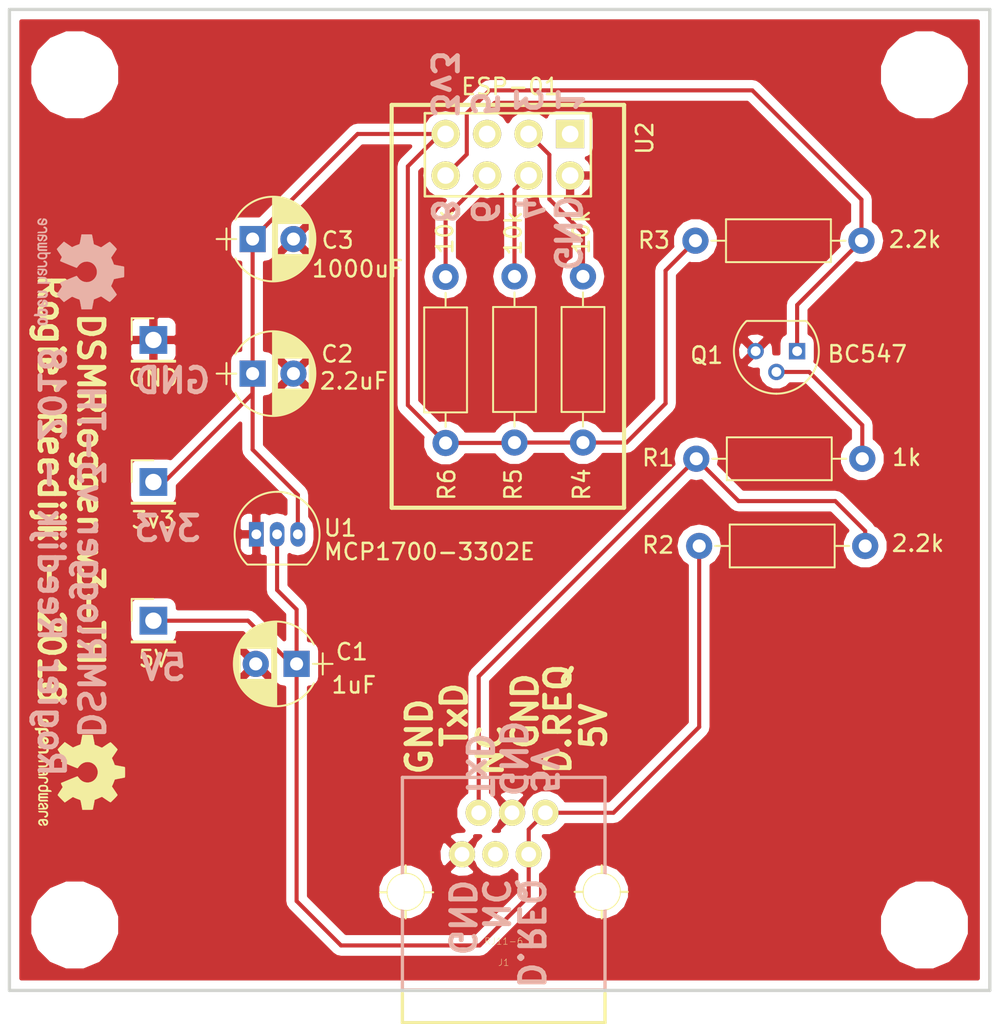
<source format=kicad_pcb>
(kicad_pcb (version 4) (host pcbnew 4.0.7)

  (general
    (links 29)
    (no_connects 0)
    (area 94.442857 97.725 165.557143 162.375)
    (thickness 1.6)
    (drawings 29)
    (tracks 60)
    (zones 0)
    (modules 22)
    (nets 10)
  )

  (page A4)
  (layers
    (0 F.Cu signal)
    (31 B.Cu signal)
    (32 B.Adhes user)
    (33 F.Adhes user)
    (34 B.Paste user)
    (35 F.Paste user)
    (36 B.SilkS user)
    (37 F.SilkS user)
    (38 B.Mask user)
    (39 F.Mask user)
    (40 Dwgs.User user)
    (41 Cmts.User user)
    (42 Eco1.User user)
    (43 Eco2.User user)
    (44 Edge.Cuts user)
    (45 Margin user)
    (46 B.CrtYd user)
    (47 F.CrtYd user)
    (48 B.Fab user)
    (49 F.Fab user)
  )

  (setup
    (last_trace_width 0.25)
    (trace_clearance 0.2)
    (zone_clearance 0.508)
    (zone_45_only no)
    (trace_min 0.2)
    (segment_width 0.2)
    (edge_width 0.2)
    (via_size 0.6)
    (via_drill 0.4)
    (via_min_size 0.4)
    (via_min_drill 0.3)
    (uvia_size 0.3)
    (uvia_drill 0.1)
    (uvias_allowed no)
    (uvia_min_size 0.2)
    (uvia_min_drill 0.1)
    (pcb_text_width 0.3)
    (pcb_text_size 1.5 1.5)
    (mod_edge_width 0.15)
    (mod_text_size 1 1)
    (mod_text_width 0.15)
    (pad_size 1.524 1.524)
    (pad_drill 0.762)
    (pad_to_mask_clearance 0.2)
    (aux_axis_origin 183.4134 56.896)
    (grid_origin 100.0252 159.9438)
    (visible_elements 7FFFFFEF)
    (pcbplotparams
      (layerselection 0x010f0_80000001)
      (usegerberextensions false)
      (excludeedgelayer true)
      (linewidth 0.100000)
      (plotframeref false)
      (viasonmask false)
      (mode 1)
      (useauxorigin false)
      (hpglpennumber 1)
      (hpglpenspeed 20)
      (hpglpendiameter 15)
      (hpglpenoverlay 2)
      (psnegative false)
      (psa4output false)
      (plotreference true)
      (plotvalue true)
      (plotinvisibletext false)
      (padsonsilk false)
      (subtractmaskfromsilk false)
      (outputformat 1)
      (mirror false)
      (drillshape 0)
      (scaleselection 1)
      (outputdirectory Gerber/))
  )

  (net 0 "")
  (net 1 5V)
  (net 2 GND)
  (net 3 3V3)
  (net 4 TxD)
  (net 5 "Net-(Q1-Pad2)")
  (net 6 RxD)
  (net 7 "Net-(R4-Pad2)")
  (net 8 "Net-(R5-Pad2)")
  (net 9 "Net-(R6-Pad2)")

  (net_class Default "This is the default net class."
    (clearance 0.2)
    (trace_width 0.25)
    (via_dia 0.6)
    (via_drill 0.4)
    (uvia_dia 0.3)
    (uvia_drill 0.1)
    (add_net 3V3)
    (add_net 5V)
    (add_net GND)
    (add_net "Net-(Q1-Pad2)")
    (add_net "Net-(R4-Pad2)")
    (add_net "Net-(R5-Pad2)")
    (add_net "Net-(R6-Pad2)")
    (add_net RxD)
    (add_net TxD)
  )

  (module Mounting_Holes:MountingHole_4.3mm_M4 (layer F.Cu) (tedit 5C1445A8) (tstamp 5C18FD49)
    (at 104 156)
    (descr "Mounting Hole 4.3mm, no annular, M4")
    (tags "mounting hole 4.3mm no annular m4")
    (attr virtual)
    (fp_text reference REF** (at 0 -5.3) (layer F.SilkS) hide
      (effects (font (size 1 1) (thickness 0.15)))
    )
    (fp_text value MountingHole_4.3mm_M4 (at 0 5.3) (layer F.Fab) hide
      (effects (font (size 1 1) (thickness 0.15)))
    )
    (fp_text user %R (at 0.3 0) (layer F.Fab) hide
      (effects (font (size 1 1) (thickness 0.15)))
    )
    (fp_circle (center 0 0) (end 4.3 0) (layer Cmts.User) (width 0.15))
    (fp_circle (center 0 0) (end 4.55 0) (layer F.CrtYd) (width 0.05))
    (pad 1 np_thru_hole circle (at 0 0) (size 4.3 4.3) (drill 4.3) (layers *.Cu *.Mask))
  )

  (module Mounting_Holes:MountingHole_4.3mm_M4 (layer F.Cu) (tedit 5C1445A8) (tstamp 5C18FD42)
    (at 156 156)
    (descr "Mounting Hole 4.3mm, no annular, M4")
    (tags "mounting hole 4.3mm no annular m4")
    (attr virtual)
    (fp_text reference REF** (at 0 -5.3) (layer F.SilkS) hide
      (effects (font (size 1 1) (thickness 0.15)))
    )
    (fp_text value MountingHole_4.3mm_M4 (at 0 5.3) (layer F.Fab) hide
      (effects (font (size 1 1) (thickness 0.15)))
    )
    (fp_text user %R (at 0.3 0) (layer F.Fab) hide
      (effects (font (size 1 1) (thickness 0.15)))
    )
    (fp_circle (center 0 0) (end 4.3 0) (layer Cmts.User) (width 0.15))
    (fp_circle (center 0 0) (end 4.55 0) (layer F.CrtYd) (width 0.05))
    (pad 1 np_thru_hole circle (at 0 0) (size 4.3 4.3) (drill 4.3) (layers *.Cu *.Mask))
  )

  (module Mounting_Holes:MountingHole_4.3mm_M4 (layer F.Cu) (tedit 5C1445A8) (tstamp 5C18FD3B)
    (at 156 104)
    (descr "Mounting Hole 4.3mm, no annular, M4")
    (tags "mounting hole 4.3mm no annular m4")
    (attr virtual)
    (fp_text reference REF** (at 0 -5.3) (layer F.SilkS) hide
      (effects (font (size 1 1) (thickness 0.15)))
    )
    (fp_text value MountingHole_4.3mm_M4 (at 0 5.3) (layer F.Fab) hide
      (effects (font (size 1 1) (thickness 0.15)))
    )
    (fp_text user %R (at 0.3 0) (layer F.Fab) hide
      (effects (font (size 1 1) (thickness 0.15)))
    )
    (fp_circle (center 0 0) (end 4.3 0) (layer Cmts.User) (width 0.15))
    (fp_circle (center 0 0) (end 4.55 0) (layer F.CrtYd) (width 0.05))
    (pad 1 np_thru_hole circle (at 0 0) (size 4.3 4.3) (drill 4.3) (layers *.Cu *.Mask))
  )

  (module Capacitors_THT:CP_Radial_D5.0mm_P2.50mm (layer F.Cu) (tedit 5C14420E) (tstamp 5C1421D4)
    (at 117.5766 140.0302 180)
    (descr "CP, Radial series, Radial, pin pitch=2.50mm, , diameter=5mm, Electrolytic Capacitor")
    (tags "CP Radial series Radial pin pitch 2.50mm  diameter 5mm Electrolytic Capacitor")
    (path /5C06D750)
    (fp_text reference C1 (at -3.3782 0.7366 180) (layer F.SilkS)
      (effects (font (size 1 1) (thickness 0.15)))
    )
    (fp_text value 1uF (at -3.5052 -1.2954 180) (layer F.SilkS)
      (effects (font (size 1 1) (thickness 0.15)))
    )
    (fp_arc (start 1.25 0) (end -1.05558 -1.18) (angle 125.8) (layer F.SilkS) (width 0.12))
    (fp_arc (start 1.25 0) (end -1.05558 1.18) (angle -125.8) (layer F.SilkS) (width 0.12))
    (fp_arc (start 1.25 0) (end 3.55558 -1.18) (angle 54.2) (layer F.SilkS) (width 0.12))
    (fp_circle (center 1.25 0) (end 3.75 0) (layer F.Fab) (width 0.1))
    (fp_line (start -2.2 0) (end -1 0) (layer F.Fab) (width 0.1))
    (fp_line (start -1.6 -0.65) (end -1.6 0.65) (layer F.Fab) (width 0.1))
    (fp_line (start 1.25 -2.55) (end 1.25 2.55) (layer F.SilkS) (width 0.12))
    (fp_line (start 1.29 -2.55) (end 1.29 2.55) (layer F.SilkS) (width 0.12))
    (fp_line (start 1.33 -2.549) (end 1.33 2.549) (layer F.SilkS) (width 0.12))
    (fp_line (start 1.37 -2.548) (end 1.37 2.548) (layer F.SilkS) (width 0.12))
    (fp_line (start 1.41 -2.546) (end 1.41 2.546) (layer F.SilkS) (width 0.12))
    (fp_line (start 1.45 -2.543) (end 1.45 2.543) (layer F.SilkS) (width 0.12))
    (fp_line (start 1.49 -2.539) (end 1.49 2.539) (layer F.SilkS) (width 0.12))
    (fp_line (start 1.53 -2.535) (end 1.53 -0.98) (layer F.SilkS) (width 0.12))
    (fp_line (start 1.53 0.98) (end 1.53 2.535) (layer F.SilkS) (width 0.12))
    (fp_line (start 1.57 -2.531) (end 1.57 -0.98) (layer F.SilkS) (width 0.12))
    (fp_line (start 1.57 0.98) (end 1.57 2.531) (layer F.SilkS) (width 0.12))
    (fp_line (start 1.61 -2.525) (end 1.61 -0.98) (layer F.SilkS) (width 0.12))
    (fp_line (start 1.61 0.98) (end 1.61 2.525) (layer F.SilkS) (width 0.12))
    (fp_line (start 1.65 -2.519) (end 1.65 -0.98) (layer F.SilkS) (width 0.12))
    (fp_line (start 1.65 0.98) (end 1.65 2.519) (layer F.SilkS) (width 0.12))
    (fp_line (start 1.69 -2.513) (end 1.69 -0.98) (layer F.SilkS) (width 0.12))
    (fp_line (start 1.69 0.98) (end 1.69 2.513) (layer F.SilkS) (width 0.12))
    (fp_line (start 1.73 -2.506) (end 1.73 -0.98) (layer F.SilkS) (width 0.12))
    (fp_line (start 1.73 0.98) (end 1.73 2.506) (layer F.SilkS) (width 0.12))
    (fp_line (start 1.77 -2.498) (end 1.77 -0.98) (layer F.SilkS) (width 0.12))
    (fp_line (start 1.77 0.98) (end 1.77 2.498) (layer F.SilkS) (width 0.12))
    (fp_line (start 1.81 -2.489) (end 1.81 -0.98) (layer F.SilkS) (width 0.12))
    (fp_line (start 1.81 0.98) (end 1.81 2.489) (layer F.SilkS) (width 0.12))
    (fp_line (start 1.85 -2.48) (end 1.85 -0.98) (layer F.SilkS) (width 0.12))
    (fp_line (start 1.85 0.98) (end 1.85 2.48) (layer F.SilkS) (width 0.12))
    (fp_line (start 1.89 -2.47) (end 1.89 -0.98) (layer F.SilkS) (width 0.12))
    (fp_line (start 1.89 0.98) (end 1.89 2.47) (layer F.SilkS) (width 0.12))
    (fp_line (start 1.93 -2.46) (end 1.93 -0.98) (layer F.SilkS) (width 0.12))
    (fp_line (start 1.93 0.98) (end 1.93 2.46) (layer F.SilkS) (width 0.12))
    (fp_line (start 1.971 -2.448) (end 1.971 -0.98) (layer F.SilkS) (width 0.12))
    (fp_line (start 1.971 0.98) (end 1.971 2.448) (layer F.SilkS) (width 0.12))
    (fp_line (start 2.011 -2.436) (end 2.011 -0.98) (layer F.SilkS) (width 0.12))
    (fp_line (start 2.011 0.98) (end 2.011 2.436) (layer F.SilkS) (width 0.12))
    (fp_line (start 2.051 -2.424) (end 2.051 -0.98) (layer F.SilkS) (width 0.12))
    (fp_line (start 2.051 0.98) (end 2.051 2.424) (layer F.SilkS) (width 0.12))
    (fp_line (start 2.091 -2.41) (end 2.091 -0.98) (layer F.SilkS) (width 0.12))
    (fp_line (start 2.091 0.98) (end 2.091 2.41) (layer F.SilkS) (width 0.12))
    (fp_line (start 2.131 -2.396) (end 2.131 -0.98) (layer F.SilkS) (width 0.12))
    (fp_line (start 2.131 0.98) (end 2.131 2.396) (layer F.SilkS) (width 0.12))
    (fp_line (start 2.171 -2.382) (end 2.171 -0.98) (layer F.SilkS) (width 0.12))
    (fp_line (start 2.171 0.98) (end 2.171 2.382) (layer F.SilkS) (width 0.12))
    (fp_line (start 2.211 -2.366) (end 2.211 -0.98) (layer F.SilkS) (width 0.12))
    (fp_line (start 2.211 0.98) (end 2.211 2.366) (layer F.SilkS) (width 0.12))
    (fp_line (start 2.251 -2.35) (end 2.251 -0.98) (layer F.SilkS) (width 0.12))
    (fp_line (start 2.251 0.98) (end 2.251 2.35) (layer F.SilkS) (width 0.12))
    (fp_line (start 2.291 -2.333) (end 2.291 -0.98) (layer F.SilkS) (width 0.12))
    (fp_line (start 2.291 0.98) (end 2.291 2.333) (layer F.SilkS) (width 0.12))
    (fp_line (start 2.331 -2.315) (end 2.331 -0.98) (layer F.SilkS) (width 0.12))
    (fp_line (start 2.331 0.98) (end 2.331 2.315) (layer F.SilkS) (width 0.12))
    (fp_line (start 2.371 -2.296) (end 2.371 -0.98) (layer F.SilkS) (width 0.12))
    (fp_line (start 2.371 0.98) (end 2.371 2.296) (layer F.SilkS) (width 0.12))
    (fp_line (start 2.411 -2.276) (end 2.411 -0.98) (layer F.SilkS) (width 0.12))
    (fp_line (start 2.411 0.98) (end 2.411 2.276) (layer F.SilkS) (width 0.12))
    (fp_line (start 2.451 -2.256) (end 2.451 -0.98) (layer F.SilkS) (width 0.12))
    (fp_line (start 2.451 0.98) (end 2.451 2.256) (layer F.SilkS) (width 0.12))
    (fp_line (start 2.491 -2.234) (end 2.491 -0.98) (layer F.SilkS) (width 0.12))
    (fp_line (start 2.491 0.98) (end 2.491 2.234) (layer F.SilkS) (width 0.12))
    (fp_line (start 2.531 -2.212) (end 2.531 -0.98) (layer F.SilkS) (width 0.12))
    (fp_line (start 2.531 0.98) (end 2.531 2.212) (layer F.SilkS) (width 0.12))
    (fp_line (start 2.571 -2.189) (end 2.571 -0.98) (layer F.SilkS) (width 0.12))
    (fp_line (start 2.571 0.98) (end 2.571 2.189) (layer F.SilkS) (width 0.12))
    (fp_line (start 2.611 -2.165) (end 2.611 -0.98) (layer F.SilkS) (width 0.12))
    (fp_line (start 2.611 0.98) (end 2.611 2.165) (layer F.SilkS) (width 0.12))
    (fp_line (start 2.651 -2.14) (end 2.651 -0.98) (layer F.SilkS) (width 0.12))
    (fp_line (start 2.651 0.98) (end 2.651 2.14) (layer F.SilkS) (width 0.12))
    (fp_line (start 2.691 -2.113) (end 2.691 -0.98) (layer F.SilkS) (width 0.12))
    (fp_line (start 2.691 0.98) (end 2.691 2.113) (layer F.SilkS) (width 0.12))
    (fp_line (start 2.731 -2.086) (end 2.731 -0.98) (layer F.SilkS) (width 0.12))
    (fp_line (start 2.731 0.98) (end 2.731 2.086) (layer F.SilkS) (width 0.12))
    (fp_line (start 2.771 -2.058) (end 2.771 -0.98) (layer F.SilkS) (width 0.12))
    (fp_line (start 2.771 0.98) (end 2.771 2.058) (layer F.SilkS) (width 0.12))
    (fp_line (start 2.811 -2.028) (end 2.811 -0.98) (layer F.SilkS) (width 0.12))
    (fp_line (start 2.811 0.98) (end 2.811 2.028) (layer F.SilkS) (width 0.12))
    (fp_line (start 2.851 -1.997) (end 2.851 -0.98) (layer F.SilkS) (width 0.12))
    (fp_line (start 2.851 0.98) (end 2.851 1.997) (layer F.SilkS) (width 0.12))
    (fp_line (start 2.891 -1.965) (end 2.891 -0.98) (layer F.SilkS) (width 0.12))
    (fp_line (start 2.891 0.98) (end 2.891 1.965) (layer F.SilkS) (width 0.12))
    (fp_line (start 2.931 -1.932) (end 2.931 -0.98) (layer F.SilkS) (width 0.12))
    (fp_line (start 2.931 0.98) (end 2.931 1.932) (layer F.SilkS) (width 0.12))
    (fp_line (start 2.971 -1.897) (end 2.971 -0.98) (layer F.SilkS) (width 0.12))
    (fp_line (start 2.971 0.98) (end 2.971 1.897) (layer F.SilkS) (width 0.12))
    (fp_line (start 3.011 -1.861) (end 3.011 -0.98) (layer F.SilkS) (width 0.12))
    (fp_line (start 3.011 0.98) (end 3.011 1.861) (layer F.SilkS) (width 0.12))
    (fp_line (start 3.051 -1.823) (end 3.051 -0.98) (layer F.SilkS) (width 0.12))
    (fp_line (start 3.051 0.98) (end 3.051 1.823) (layer F.SilkS) (width 0.12))
    (fp_line (start 3.091 -1.783) (end 3.091 -0.98) (layer F.SilkS) (width 0.12))
    (fp_line (start 3.091 0.98) (end 3.091 1.783) (layer F.SilkS) (width 0.12))
    (fp_line (start 3.131 -1.742) (end 3.131 -0.98) (layer F.SilkS) (width 0.12))
    (fp_line (start 3.131 0.98) (end 3.131 1.742) (layer F.SilkS) (width 0.12))
    (fp_line (start 3.171 -1.699) (end 3.171 -0.98) (layer F.SilkS) (width 0.12))
    (fp_line (start 3.171 0.98) (end 3.171 1.699) (layer F.SilkS) (width 0.12))
    (fp_line (start 3.211 -1.654) (end 3.211 -0.98) (layer F.SilkS) (width 0.12))
    (fp_line (start 3.211 0.98) (end 3.211 1.654) (layer F.SilkS) (width 0.12))
    (fp_line (start 3.251 -1.606) (end 3.251 -0.98) (layer F.SilkS) (width 0.12))
    (fp_line (start 3.251 0.98) (end 3.251 1.606) (layer F.SilkS) (width 0.12))
    (fp_line (start 3.291 -1.556) (end 3.291 -0.98) (layer F.SilkS) (width 0.12))
    (fp_line (start 3.291 0.98) (end 3.291 1.556) (layer F.SilkS) (width 0.12))
    (fp_line (start 3.331 -1.504) (end 3.331 -0.98) (layer F.SilkS) (width 0.12))
    (fp_line (start 3.331 0.98) (end 3.331 1.504) (layer F.SilkS) (width 0.12))
    (fp_line (start 3.371 -1.448) (end 3.371 -0.98) (layer F.SilkS) (width 0.12))
    (fp_line (start 3.371 0.98) (end 3.371 1.448) (layer F.SilkS) (width 0.12))
    (fp_line (start 3.411 -1.39) (end 3.411 -0.98) (layer F.SilkS) (width 0.12))
    (fp_line (start 3.411 0.98) (end 3.411 1.39) (layer F.SilkS) (width 0.12))
    (fp_line (start 3.451 -1.327) (end 3.451 -0.98) (layer F.SilkS) (width 0.12))
    (fp_line (start 3.451 0.98) (end 3.451 1.327) (layer F.SilkS) (width 0.12))
    (fp_line (start 3.491 -1.261) (end 3.491 1.261) (layer F.SilkS) (width 0.12))
    (fp_line (start 3.531 -1.189) (end 3.531 1.189) (layer F.SilkS) (width 0.12))
    (fp_line (start 3.571 -1.112) (end 3.571 1.112) (layer F.SilkS) (width 0.12))
    (fp_line (start 3.611 -1.028) (end 3.611 1.028) (layer F.SilkS) (width 0.12))
    (fp_line (start 3.651 -0.934) (end 3.651 0.934) (layer F.SilkS) (width 0.12))
    (fp_line (start 3.691 -0.829) (end 3.691 0.829) (layer F.SilkS) (width 0.12))
    (fp_line (start 3.731 -0.707) (end 3.731 0.707) (layer F.SilkS) (width 0.12))
    (fp_line (start 3.771 -0.559) (end 3.771 0.559) (layer F.SilkS) (width 0.12))
    (fp_line (start 3.811 -0.354) (end 3.811 0.354) (layer F.SilkS) (width 0.12))
    (fp_line (start -2.2 0) (end -1 0) (layer F.SilkS) (width 0.12))
    (fp_line (start -1.6 -0.65) (end -1.6 0.65) (layer F.SilkS) (width 0.12))
    (fp_line (start -1.6 -2.85) (end -1.6 2.85) (layer F.CrtYd) (width 0.05))
    (fp_line (start -1.6 2.85) (end 4.1 2.85) (layer F.CrtYd) (width 0.05))
    (fp_line (start 4.1 2.85) (end 4.1 -2.85) (layer F.CrtYd) (width 0.05))
    (fp_line (start 4.1 -2.85) (end -1.6 -2.85) (layer F.CrtYd) (width 0.05))
    (fp_text user %R (at 1.25 0 180) (layer F.Fab)
      (effects (font (size 1 1) (thickness 0.15)))
    )
    (pad 1 thru_hole rect (at 0 0 180) (size 1.6 1.6) (drill 0.8) (layers *.Cu *.Mask)
      (net 1 5V))
    (pad 2 thru_hole circle (at 2.5 0 180) (size 1.6 1.6) (drill 0.8) (layers *.Cu *.Mask)
      (net 2 GND))
    (model ${KISYS3DMOD}/Capacitors_THT.3dshapes/CP_Radial_D5.0mm_P2.50mm.wrl
      (at (xyz 0 0 0))
      (scale (xyz 1 1 1))
      (rotate (xyz 0 0 0))
    )
  )

  (module Capacitors_THT:CP_Radial_D5.0mm_P2.50mm (layer F.Cu) (tedit 5C14428C) (tstamp 5C1421DA)
    (at 114.8842 122.2756)
    (descr "CP, Radial series, Radial, pin pitch=2.50mm, , diameter=5mm, Electrolytic Capacitor")
    (tags "CP Radial series Radial pin pitch 2.50mm  diameter 5mm Electrolytic Capacitor")
    (path /5C06D617)
    (fp_text reference C2 (at 5.1816 -1.1938) (layer F.SilkS)
      (effects (font (size 1 1) (thickness 0.15)))
    )
    (fp_text value 2.2uF (at 6.1976 0.4572) (layer F.SilkS)
      (effects (font (size 1 1) (thickness 0.15)))
    )
    (fp_arc (start 1.25 0) (end -1.05558 -1.18) (angle 125.8) (layer F.SilkS) (width 0.12))
    (fp_arc (start 1.25 0) (end -1.05558 1.18) (angle -125.8) (layer F.SilkS) (width 0.12))
    (fp_arc (start 1.25 0) (end 3.55558 -1.18) (angle 54.2) (layer F.SilkS) (width 0.12))
    (fp_circle (center 1.25 0) (end 3.75 0) (layer F.Fab) (width 0.1))
    (fp_line (start -2.2 0) (end -1 0) (layer F.Fab) (width 0.1))
    (fp_line (start -1.6 -0.65) (end -1.6 0.65) (layer F.Fab) (width 0.1))
    (fp_line (start 1.25 -2.55) (end 1.25 2.55) (layer F.SilkS) (width 0.12))
    (fp_line (start 1.29 -2.55) (end 1.29 2.55) (layer F.SilkS) (width 0.12))
    (fp_line (start 1.33 -2.549) (end 1.33 2.549) (layer F.SilkS) (width 0.12))
    (fp_line (start 1.37 -2.548) (end 1.37 2.548) (layer F.SilkS) (width 0.12))
    (fp_line (start 1.41 -2.546) (end 1.41 2.546) (layer F.SilkS) (width 0.12))
    (fp_line (start 1.45 -2.543) (end 1.45 2.543) (layer F.SilkS) (width 0.12))
    (fp_line (start 1.49 -2.539) (end 1.49 2.539) (layer F.SilkS) (width 0.12))
    (fp_line (start 1.53 -2.535) (end 1.53 -0.98) (layer F.SilkS) (width 0.12))
    (fp_line (start 1.53 0.98) (end 1.53 2.535) (layer F.SilkS) (width 0.12))
    (fp_line (start 1.57 -2.531) (end 1.57 -0.98) (layer F.SilkS) (width 0.12))
    (fp_line (start 1.57 0.98) (end 1.57 2.531) (layer F.SilkS) (width 0.12))
    (fp_line (start 1.61 -2.525) (end 1.61 -0.98) (layer F.SilkS) (width 0.12))
    (fp_line (start 1.61 0.98) (end 1.61 2.525) (layer F.SilkS) (width 0.12))
    (fp_line (start 1.65 -2.519) (end 1.65 -0.98) (layer F.SilkS) (width 0.12))
    (fp_line (start 1.65 0.98) (end 1.65 2.519) (layer F.SilkS) (width 0.12))
    (fp_line (start 1.69 -2.513) (end 1.69 -0.98) (layer F.SilkS) (width 0.12))
    (fp_line (start 1.69 0.98) (end 1.69 2.513) (layer F.SilkS) (width 0.12))
    (fp_line (start 1.73 -2.506) (end 1.73 -0.98) (layer F.SilkS) (width 0.12))
    (fp_line (start 1.73 0.98) (end 1.73 2.506) (layer F.SilkS) (width 0.12))
    (fp_line (start 1.77 -2.498) (end 1.77 -0.98) (layer F.SilkS) (width 0.12))
    (fp_line (start 1.77 0.98) (end 1.77 2.498) (layer F.SilkS) (width 0.12))
    (fp_line (start 1.81 -2.489) (end 1.81 -0.98) (layer F.SilkS) (width 0.12))
    (fp_line (start 1.81 0.98) (end 1.81 2.489) (layer F.SilkS) (width 0.12))
    (fp_line (start 1.85 -2.48) (end 1.85 -0.98) (layer F.SilkS) (width 0.12))
    (fp_line (start 1.85 0.98) (end 1.85 2.48) (layer F.SilkS) (width 0.12))
    (fp_line (start 1.89 -2.47) (end 1.89 -0.98) (layer F.SilkS) (width 0.12))
    (fp_line (start 1.89 0.98) (end 1.89 2.47) (layer F.SilkS) (width 0.12))
    (fp_line (start 1.93 -2.46) (end 1.93 -0.98) (layer F.SilkS) (width 0.12))
    (fp_line (start 1.93 0.98) (end 1.93 2.46) (layer F.SilkS) (width 0.12))
    (fp_line (start 1.971 -2.448) (end 1.971 -0.98) (layer F.SilkS) (width 0.12))
    (fp_line (start 1.971 0.98) (end 1.971 2.448) (layer F.SilkS) (width 0.12))
    (fp_line (start 2.011 -2.436) (end 2.011 -0.98) (layer F.SilkS) (width 0.12))
    (fp_line (start 2.011 0.98) (end 2.011 2.436) (layer F.SilkS) (width 0.12))
    (fp_line (start 2.051 -2.424) (end 2.051 -0.98) (layer F.SilkS) (width 0.12))
    (fp_line (start 2.051 0.98) (end 2.051 2.424) (layer F.SilkS) (width 0.12))
    (fp_line (start 2.091 -2.41) (end 2.091 -0.98) (layer F.SilkS) (width 0.12))
    (fp_line (start 2.091 0.98) (end 2.091 2.41) (layer F.SilkS) (width 0.12))
    (fp_line (start 2.131 -2.396) (end 2.131 -0.98) (layer F.SilkS) (width 0.12))
    (fp_line (start 2.131 0.98) (end 2.131 2.396) (layer F.SilkS) (width 0.12))
    (fp_line (start 2.171 -2.382) (end 2.171 -0.98) (layer F.SilkS) (width 0.12))
    (fp_line (start 2.171 0.98) (end 2.171 2.382) (layer F.SilkS) (width 0.12))
    (fp_line (start 2.211 -2.366) (end 2.211 -0.98) (layer F.SilkS) (width 0.12))
    (fp_line (start 2.211 0.98) (end 2.211 2.366) (layer F.SilkS) (width 0.12))
    (fp_line (start 2.251 -2.35) (end 2.251 -0.98) (layer F.SilkS) (width 0.12))
    (fp_line (start 2.251 0.98) (end 2.251 2.35) (layer F.SilkS) (width 0.12))
    (fp_line (start 2.291 -2.333) (end 2.291 -0.98) (layer F.SilkS) (width 0.12))
    (fp_line (start 2.291 0.98) (end 2.291 2.333) (layer F.SilkS) (width 0.12))
    (fp_line (start 2.331 -2.315) (end 2.331 -0.98) (layer F.SilkS) (width 0.12))
    (fp_line (start 2.331 0.98) (end 2.331 2.315) (layer F.SilkS) (width 0.12))
    (fp_line (start 2.371 -2.296) (end 2.371 -0.98) (layer F.SilkS) (width 0.12))
    (fp_line (start 2.371 0.98) (end 2.371 2.296) (layer F.SilkS) (width 0.12))
    (fp_line (start 2.411 -2.276) (end 2.411 -0.98) (layer F.SilkS) (width 0.12))
    (fp_line (start 2.411 0.98) (end 2.411 2.276) (layer F.SilkS) (width 0.12))
    (fp_line (start 2.451 -2.256) (end 2.451 -0.98) (layer F.SilkS) (width 0.12))
    (fp_line (start 2.451 0.98) (end 2.451 2.256) (layer F.SilkS) (width 0.12))
    (fp_line (start 2.491 -2.234) (end 2.491 -0.98) (layer F.SilkS) (width 0.12))
    (fp_line (start 2.491 0.98) (end 2.491 2.234) (layer F.SilkS) (width 0.12))
    (fp_line (start 2.531 -2.212) (end 2.531 -0.98) (layer F.SilkS) (width 0.12))
    (fp_line (start 2.531 0.98) (end 2.531 2.212) (layer F.SilkS) (width 0.12))
    (fp_line (start 2.571 -2.189) (end 2.571 -0.98) (layer F.SilkS) (width 0.12))
    (fp_line (start 2.571 0.98) (end 2.571 2.189) (layer F.SilkS) (width 0.12))
    (fp_line (start 2.611 -2.165) (end 2.611 -0.98) (layer F.SilkS) (width 0.12))
    (fp_line (start 2.611 0.98) (end 2.611 2.165) (layer F.SilkS) (width 0.12))
    (fp_line (start 2.651 -2.14) (end 2.651 -0.98) (layer F.SilkS) (width 0.12))
    (fp_line (start 2.651 0.98) (end 2.651 2.14) (layer F.SilkS) (width 0.12))
    (fp_line (start 2.691 -2.113) (end 2.691 -0.98) (layer F.SilkS) (width 0.12))
    (fp_line (start 2.691 0.98) (end 2.691 2.113) (layer F.SilkS) (width 0.12))
    (fp_line (start 2.731 -2.086) (end 2.731 -0.98) (layer F.SilkS) (width 0.12))
    (fp_line (start 2.731 0.98) (end 2.731 2.086) (layer F.SilkS) (width 0.12))
    (fp_line (start 2.771 -2.058) (end 2.771 -0.98) (layer F.SilkS) (width 0.12))
    (fp_line (start 2.771 0.98) (end 2.771 2.058) (layer F.SilkS) (width 0.12))
    (fp_line (start 2.811 -2.028) (end 2.811 -0.98) (layer F.SilkS) (width 0.12))
    (fp_line (start 2.811 0.98) (end 2.811 2.028) (layer F.SilkS) (width 0.12))
    (fp_line (start 2.851 -1.997) (end 2.851 -0.98) (layer F.SilkS) (width 0.12))
    (fp_line (start 2.851 0.98) (end 2.851 1.997) (layer F.SilkS) (width 0.12))
    (fp_line (start 2.891 -1.965) (end 2.891 -0.98) (layer F.SilkS) (width 0.12))
    (fp_line (start 2.891 0.98) (end 2.891 1.965) (layer F.SilkS) (width 0.12))
    (fp_line (start 2.931 -1.932) (end 2.931 -0.98) (layer F.SilkS) (width 0.12))
    (fp_line (start 2.931 0.98) (end 2.931 1.932) (layer F.SilkS) (width 0.12))
    (fp_line (start 2.971 -1.897) (end 2.971 -0.98) (layer F.SilkS) (width 0.12))
    (fp_line (start 2.971 0.98) (end 2.971 1.897) (layer F.SilkS) (width 0.12))
    (fp_line (start 3.011 -1.861) (end 3.011 -0.98) (layer F.SilkS) (width 0.12))
    (fp_line (start 3.011 0.98) (end 3.011 1.861) (layer F.SilkS) (width 0.12))
    (fp_line (start 3.051 -1.823) (end 3.051 -0.98) (layer F.SilkS) (width 0.12))
    (fp_line (start 3.051 0.98) (end 3.051 1.823) (layer F.SilkS) (width 0.12))
    (fp_line (start 3.091 -1.783) (end 3.091 -0.98) (layer F.SilkS) (width 0.12))
    (fp_line (start 3.091 0.98) (end 3.091 1.783) (layer F.SilkS) (width 0.12))
    (fp_line (start 3.131 -1.742) (end 3.131 -0.98) (layer F.SilkS) (width 0.12))
    (fp_line (start 3.131 0.98) (end 3.131 1.742) (layer F.SilkS) (width 0.12))
    (fp_line (start 3.171 -1.699) (end 3.171 -0.98) (layer F.SilkS) (width 0.12))
    (fp_line (start 3.171 0.98) (end 3.171 1.699) (layer F.SilkS) (width 0.12))
    (fp_line (start 3.211 -1.654) (end 3.211 -0.98) (layer F.SilkS) (width 0.12))
    (fp_line (start 3.211 0.98) (end 3.211 1.654) (layer F.SilkS) (width 0.12))
    (fp_line (start 3.251 -1.606) (end 3.251 -0.98) (layer F.SilkS) (width 0.12))
    (fp_line (start 3.251 0.98) (end 3.251 1.606) (layer F.SilkS) (width 0.12))
    (fp_line (start 3.291 -1.556) (end 3.291 -0.98) (layer F.SilkS) (width 0.12))
    (fp_line (start 3.291 0.98) (end 3.291 1.556) (layer F.SilkS) (width 0.12))
    (fp_line (start 3.331 -1.504) (end 3.331 -0.98) (layer F.SilkS) (width 0.12))
    (fp_line (start 3.331 0.98) (end 3.331 1.504) (layer F.SilkS) (width 0.12))
    (fp_line (start 3.371 -1.448) (end 3.371 -0.98) (layer F.SilkS) (width 0.12))
    (fp_line (start 3.371 0.98) (end 3.371 1.448) (layer F.SilkS) (width 0.12))
    (fp_line (start 3.411 -1.39) (end 3.411 -0.98) (layer F.SilkS) (width 0.12))
    (fp_line (start 3.411 0.98) (end 3.411 1.39) (layer F.SilkS) (width 0.12))
    (fp_line (start 3.451 -1.327) (end 3.451 -0.98) (layer F.SilkS) (width 0.12))
    (fp_line (start 3.451 0.98) (end 3.451 1.327) (layer F.SilkS) (width 0.12))
    (fp_line (start 3.491 -1.261) (end 3.491 1.261) (layer F.SilkS) (width 0.12))
    (fp_line (start 3.531 -1.189) (end 3.531 1.189) (layer F.SilkS) (width 0.12))
    (fp_line (start 3.571 -1.112) (end 3.571 1.112) (layer F.SilkS) (width 0.12))
    (fp_line (start 3.611 -1.028) (end 3.611 1.028) (layer F.SilkS) (width 0.12))
    (fp_line (start 3.651 -0.934) (end 3.651 0.934) (layer F.SilkS) (width 0.12))
    (fp_line (start 3.691 -0.829) (end 3.691 0.829) (layer F.SilkS) (width 0.12))
    (fp_line (start 3.731 -0.707) (end 3.731 0.707) (layer F.SilkS) (width 0.12))
    (fp_line (start 3.771 -0.559) (end 3.771 0.559) (layer F.SilkS) (width 0.12))
    (fp_line (start 3.811 -0.354) (end 3.811 0.354) (layer F.SilkS) (width 0.12))
    (fp_line (start -2.2 0) (end -1 0) (layer F.SilkS) (width 0.12))
    (fp_line (start -1.6 -0.65) (end -1.6 0.65) (layer F.SilkS) (width 0.12))
    (fp_line (start -1.6 -2.85) (end -1.6 2.85) (layer F.CrtYd) (width 0.05))
    (fp_line (start -1.6 2.85) (end 4.1 2.85) (layer F.CrtYd) (width 0.05))
    (fp_line (start 4.1 2.85) (end 4.1 -2.85) (layer F.CrtYd) (width 0.05))
    (fp_line (start 4.1 -2.85) (end -1.6 -2.85) (layer F.CrtYd) (width 0.05))
    (fp_text user %R (at 1.25 0) (layer F.Fab)
      (effects (font (size 1 1) (thickness 0.15)))
    )
    (pad 1 thru_hole rect (at 0 0) (size 1.6 1.6) (drill 0.8) (layers *.Cu *.Mask)
      (net 3 3V3))
    (pad 2 thru_hole circle (at 2.5 0) (size 1.6 1.6) (drill 0.8) (layers *.Cu *.Mask)
      (net 2 GND))
    (model ${KISYS3DMOD}/Capacitors_THT.3dshapes/CP_Radial_D5.0mm_P2.50mm.wrl
      (at (xyz 0 0 0))
      (scale (xyz 1 1 1))
      (rotate (xyz 0 0 0))
    )
  )

  (module Capacitors_THT:CP_Radial_D5.0mm_P2.50mm (layer F.Cu) (tedit 5C1442CE) (tstamp 5C1421E0)
    (at 114.8842 114.046)
    (descr "CP, Radial series, Radial, pin pitch=2.50mm, , diameter=5mm, Electrolytic Capacitor")
    (tags "CP Radial series Radial pin pitch 2.50mm  diameter 5mm Electrolytic Capacitor")
    (path /5C06D6E7)
    (fp_text reference C3 (at 5.207 0.0762) (layer F.SilkS)
      (effects (font (size 1 1) (thickness 0.15)))
    )
    (fp_text value 1000uF (at 6.4262 1.8288) (layer F.SilkS)
      (effects (font (size 1 1) (thickness 0.15)))
    )
    (fp_arc (start 1.25 0) (end -1.05558 -1.18) (angle 125.8) (layer F.SilkS) (width 0.12))
    (fp_arc (start 1.25 0) (end -1.05558 1.18) (angle -125.8) (layer F.SilkS) (width 0.12))
    (fp_arc (start 1.25 0) (end 3.55558 -1.18) (angle 54.2) (layer F.SilkS) (width 0.12))
    (fp_circle (center 1.25 0) (end 3.75 0) (layer F.Fab) (width 0.1))
    (fp_line (start -2.2 0) (end -1 0) (layer F.Fab) (width 0.1))
    (fp_line (start -1.6 -0.65) (end -1.6 0.65) (layer F.Fab) (width 0.1))
    (fp_line (start 1.25 -2.55) (end 1.25 2.55) (layer F.SilkS) (width 0.12))
    (fp_line (start 1.29 -2.55) (end 1.29 2.55) (layer F.SilkS) (width 0.12))
    (fp_line (start 1.33 -2.549) (end 1.33 2.549) (layer F.SilkS) (width 0.12))
    (fp_line (start 1.37 -2.548) (end 1.37 2.548) (layer F.SilkS) (width 0.12))
    (fp_line (start 1.41 -2.546) (end 1.41 2.546) (layer F.SilkS) (width 0.12))
    (fp_line (start 1.45 -2.543) (end 1.45 2.543) (layer F.SilkS) (width 0.12))
    (fp_line (start 1.49 -2.539) (end 1.49 2.539) (layer F.SilkS) (width 0.12))
    (fp_line (start 1.53 -2.535) (end 1.53 -0.98) (layer F.SilkS) (width 0.12))
    (fp_line (start 1.53 0.98) (end 1.53 2.535) (layer F.SilkS) (width 0.12))
    (fp_line (start 1.57 -2.531) (end 1.57 -0.98) (layer F.SilkS) (width 0.12))
    (fp_line (start 1.57 0.98) (end 1.57 2.531) (layer F.SilkS) (width 0.12))
    (fp_line (start 1.61 -2.525) (end 1.61 -0.98) (layer F.SilkS) (width 0.12))
    (fp_line (start 1.61 0.98) (end 1.61 2.525) (layer F.SilkS) (width 0.12))
    (fp_line (start 1.65 -2.519) (end 1.65 -0.98) (layer F.SilkS) (width 0.12))
    (fp_line (start 1.65 0.98) (end 1.65 2.519) (layer F.SilkS) (width 0.12))
    (fp_line (start 1.69 -2.513) (end 1.69 -0.98) (layer F.SilkS) (width 0.12))
    (fp_line (start 1.69 0.98) (end 1.69 2.513) (layer F.SilkS) (width 0.12))
    (fp_line (start 1.73 -2.506) (end 1.73 -0.98) (layer F.SilkS) (width 0.12))
    (fp_line (start 1.73 0.98) (end 1.73 2.506) (layer F.SilkS) (width 0.12))
    (fp_line (start 1.77 -2.498) (end 1.77 -0.98) (layer F.SilkS) (width 0.12))
    (fp_line (start 1.77 0.98) (end 1.77 2.498) (layer F.SilkS) (width 0.12))
    (fp_line (start 1.81 -2.489) (end 1.81 -0.98) (layer F.SilkS) (width 0.12))
    (fp_line (start 1.81 0.98) (end 1.81 2.489) (layer F.SilkS) (width 0.12))
    (fp_line (start 1.85 -2.48) (end 1.85 -0.98) (layer F.SilkS) (width 0.12))
    (fp_line (start 1.85 0.98) (end 1.85 2.48) (layer F.SilkS) (width 0.12))
    (fp_line (start 1.89 -2.47) (end 1.89 -0.98) (layer F.SilkS) (width 0.12))
    (fp_line (start 1.89 0.98) (end 1.89 2.47) (layer F.SilkS) (width 0.12))
    (fp_line (start 1.93 -2.46) (end 1.93 -0.98) (layer F.SilkS) (width 0.12))
    (fp_line (start 1.93 0.98) (end 1.93 2.46) (layer F.SilkS) (width 0.12))
    (fp_line (start 1.971 -2.448) (end 1.971 -0.98) (layer F.SilkS) (width 0.12))
    (fp_line (start 1.971 0.98) (end 1.971 2.448) (layer F.SilkS) (width 0.12))
    (fp_line (start 2.011 -2.436) (end 2.011 -0.98) (layer F.SilkS) (width 0.12))
    (fp_line (start 2.011 0.98) (end 2.011 2.436) (layer F.SilkS) (width 0.12))
    (fp_line (start 2.051 -2.424) (end 2.051 -0.98) (layer F.SilkS) (width 0.12))
    (fp_line (start 2.051 0.98) (end 2.051 2.424) (layer F.SilkS) (width 0.12))
    (fp_line (start 2.091 -2.41) (end 2.091 -0.98) (layer F.SilkS) (width 0.12))
    (fp_line (start 2.091 0.98) (end 2.091 2.41) (layer F.SilkS) (width 0.12))
    (fp_line (start 2.131 -2.396) (end 2.131 -0.98) (layer F.SilkS) (width 0.12))
    (fp_line (start 2.131 0.98) (end 2.131 2.396) (layer F.SilkS) (width 0.12))
    (fp_line (start 2.171 -2.382) (end 2.171 -0.98) (layer F.SilkS) (width 0.12))
    (fp_line (start 2.171 0.98) (end 2.171 2.382) (layer F.SilkS) (width 0.12))
    (fp_line (start 2.211 -2.366) (end 2.211 -0.98) (layer F.SilkS) (width 0.12))
    (fp_line (start 2.211 0.98) (end 2.211 2.366) (layer F.SilkS) (width 0.12))
    (fp_line (start 2.251 -2.35) (end 2.251 -0.98) (layer F.SilkS) (width 0.12))
    (fp_line (start 2.251 0.98) (end 2.251 2.35) (layer F.SilkS) (width 0.12))
    (fp_line (start 2.291 -2.333) (end 2.291 -0.98) (layer F.SilkS) (width 0.12))
    (fp_line (start 2.291 0.98) (end 2.291 2.333) (layer F.SilkS) (width 0.12))
    (fp_line (start 2.331 -2.315) (end 2.331 -0.98) (layer F.SilkS) (width 0.12))
    (fp_line (start 2.331 0.98) (end 2.331 2.315) (layer F.SilkS) (width 0.12))
    (fp_line (start 2.371 -2.296) (end 2.371 -0.98) (layer F.SilkS) (width 0.12))
    (fp_line (start 2.371 0.98) (end 2.371 2.296) (layer F.SilkS) (width 0.12))
    (fp_line (start 2.411 -2.276) (end 2.411 -0.98) (layer F.SilkS) (width 0.12))
    (fp_line (start 2.411 0.98) (end 2.411 2.276) (layer F.SilkS) (width 0.12))
    (fp_line (start 2.451 -2.256) (end 2.451 -0.98) (layer F.SilkS) (width 0.12))
    (fp_line (start 2.451 0.98) (end 2.451 2.256) (layer F.SilkS) (width 0.12))
    (fp_line (start 2.491 -2.234) (end 2.491 -0.98) (layer F.SilkS) (width 0.12))
    (fp_line (start 2.491 0.98) (end 2.491 2.234) (layer F.SilkS) (width 0.12))
    (fp_line (start 2.531 -2.212) (end 2.531 -0.98) (layer F.SilkS) (width 0.12))
    (fp_line (start 2.531 0.98) (end 2.531 2.212) (layer F.SilkS) (width 0.12))
    (fp_line (start 2.571 -2.189) (end 2.571 -0.98) (layer F.SilkS) (width 0.12))
    (fp_line (start 2.571 0.98) (end 2.571 2.189) (layer F.SilkS) (width 0.12))
    (fp_line (start 2.611 -2.165) (end 2.611 -0.98) (layer F.SilkS) (width 0.12))
    (fp_line (start 2.611 0.98) (end 2.611 2.165) (layer F.SilkS) (width 0.12))
    (fp_line (start 2.651 -2.14) (end 2.651 -0.98) (layer F.SilkS) (width 0.12))
    (fp_line (start 2.651 0.98) (end 2.651 2.14) (layer F.SilkS) (width 0.12))
    (fp_line (start 2.691 -2.113) (end 2.691 -0.98) (layer F.SilkS) (width 0.12))
    (fp_line (start 2.691 0.98) (end 2.691 2.113) (layer F.SilkS) (width 0.12))
    (fp_line (start 2.731 -2.086) (end 2.731 -0.98) (layer F.SilkS) (width 0.12))
    (fp_line (start 2.731 0.98) (end 2.731 2.086) (layer F.SilkS) (width 0.12))
    (fp_line (start 2.771 -2.058) (end 2.771 -0.98) (layer F.SilkS) (width 0.12))
    (fp_line (start 2.771 0.98) (end 2.771 2.058) (layer F.SilkS) (width 0.12))
    (fp_line (start 2.811 -2.028) (end 2.811 -0.98) (layer F.SilkS) (width 0.12))
    (fp_line (start 2.811 0.98) (end 2.811 2.028) (layer F.SilkS) (width 0.12))
    (fp_line (start 2.851 -1.997) (end 2.851 -0.98) (layer F.SilkS) (width 0.12))
    (fp_line (start 2.851 0.98) (end 2.851 1.997) (layer F.SilkS) (width 0.12))
    (fp_line (start 2.891 -1.965) (end 2.891 -0.98) (layer F.SilkS) (width 0.12))
    (fp_line (start 2.891 0.98) (end 2.891 1.965) (layer F.SilkS) (width 0.12))
    (fp_line (start 2.931 -1.932) (end 2.931 -0.98) (layer F.SilkS) (width 0.12))
    (fp_line (start 2.931 0.98) (end 2.931 1.932) (layer F.SilkS) (width 0.12))
    (fp_line (start 2.971 -1.897) (end 2.971 -0.98) (layer F.SilkS) (width 0.12))
    (fp_line (start 2.971 0.98) (end 2.971 1.897) (layer F.SilkS) (width 0.12))
    (fp_line (start 3.011 -1.861) (end 3.011 -0.98) (layer F.SilkS) (width 0.12))
    (fp_line (start 3.011 0.98) (end 3.011 1.861) (layer F.SilkS) (width 0.12))
    (fp_line (start 3.051 -1.823) (end 3.051 -0.98) (layer F.SilkS) (width 0.12))
    (fp_line (start 3.051 0.98) (end 3.051 1.823) (layer F.SilkS) (width 0.12))
    (fp_line (start 3.091 -1.783) (end 3.091 -0.98) (layer F.SilkS) (width 0.12))
    (fp_line (start 3.091 0.98) (end 3.091 1.783) (layer F.SilkS) (width 0.12))
    (fp_line (start 3.131 -1.742) (end 3.131 -0.98) (layer F.SilkS) (width 0.12))
    (fp_line (start 3.131 0.98) (end 3.131 1.742) (layer F.SilkS) (width 0.12))
    (fp_line (start 3.171 -1.699) (end 3.171 -0.98) (layer F.SilkS) (width 0.12))
    (fp_line (start 3.171 0.98) (end 3.171 1.699) (layer F.SilkS) (width 0.12))
    (fp_line (start 3.211 -1.654) (end 3.211 -0.98) (layer F.SilkS) (width 0.12))
    (fp_line (start 3.211 0.98) (end 3.211 1.654) (layer F.SilkS) (width 0.12))
    (fp_line (start 3.251 -1.606) (end 3.251 -0.98) (layer F.SilkS) (width 0.12))
    (fp_line (start 3.251 0.98) (end 3.251 1.606) (layer F.SilkS) (width 0.12))
    (fp_line (start 3.291 -1.556) (end 3.291 -0.98) (layer F.SilkS) (width 0.12))
    (fp_line (start 3.291 0.98) (end 3.291 1.556) (layer F.SilkS) (width 0.12))
    (fp_line (start 3.331 -1.504) (end 3.331 -0.98) (layer F.SilkS) (width 0.12))
    (fp_line (start 3.331 0.98) (end 3.331 1.504) (layer F.SilkS) (width 0.12))
    (fp_line (start 3.371 -1.448) (end 3.371 -0.98) (layer F.SilkS) (width 0.12))
    (fp_line (start 3.371 0.98) (end 3.371 1.448) (layer F.SilkS) (width 0.12))
    (fp_line (start 3.411 -1.39) (end 3.411 -0.98) (layer F.SilkS) (width 0.12))
    (fp_line (start 3.411 0.98) (end 3.411 1.39) (layer F.SilkS) (width 0.12))
    (fp_line (start 3.451 -1.327) (end 3.451 -0.98) (layer F.SilkS) (width 0.12))
    (fp_line (start 3.451 0.98) (end 3.451 1.327) (layer F.SilkS) (width 0.12))
    (fp_line (start 3.491 -1.261) (end 3.491 1.261) (layer F.SilkS) (width 0.12))
    (fp_line (start 3.531 -1.189) (end 3.531 1.189) (layer F.SilkS) (width 0.12))
    (fp_line (start 3.571 -1.112) (end 3.571 1.112) (layer F.SilkS) (width 0.12))
    (fp_line (start 3.611 -1.028) (end 3.611 1.028) (layer F.SilkS) (width 0.12))
    (fp_line (start 3.651 -0.934) (end 3.651 0.934) (layer F.SilkS) (width 0.12))
    (fp_line (start 3.691 -0.829) (end 3.691 0.829) (layer F.SilkS) (width 0.12))
    (fp_line (start 3.731 -0.707) (end 3.731 0.707) (layer F.SilkS) (width 0.12))
    (fp_line (start 3.771 -0.559) (end 3.771 0.559) (layer F.SilkS) (width 0.12))
    (fp_line (start 3.811 -0.354) (end 3.811 0.354) (layer F.SilkS) (width 0.12))
    (fp_line (start -2.2 0) (end -1 0) (layer F.SilkS) (width 0.12))
    (fp_line (start -1.6 -0.65) (end -1.6 0.65) (layer F.SilkS) (width 0.12))
    (fp_line (start -1.6 -2.85) (end -1.6 2.85) (layer F.CrtYd) (width 0.05))
    (fp_line (start -1.6 2.85) (end 4.1 2.85) (layer F.CrtYd) (width 0.05))
    (fp_line (start 4.1 2.85) (end 4.1 -2.85) (layer F.CrtYd) (width 0.05))
    (fp_line (start 4.1 -2.85) (end -1.6 -2.85) (layer F.CrtYd) (width 0.05))
    (fp_text user %R (at 1.25 0) (layer F.Fab)
      (effects (font (size 1 1) (thickness 0.15)))
    )
    (pad 1 thru_hole rect (at 0 0) (size 1.6 1.6) (drill 0.8) (layers *.Cu *.Mask)
      (net 3 3V3))
    (pad 2 thru_hole circle (at 2.5 0) (size 1.6 1.6) (drill 0.8) (layers *.Cu *.Mask)
      (net 2 GND))
    (model ${KISYS3DMOD}/Capacitors_THT.3dshapes/CP_Radial_D5.0mm_P2.50mm.wrl
      (at (xyz 0 0 0))
      (scale (xyz 1 1 1))
      (rotate (xyz 0 0 0))
    )
  )

  (module Connectors-P1:RJ11-6 (layer F.Cu) (tedit 5C14442E) (tstamp 5C1421EC)
    (at 130.2512 153.9748 180)
    (path /5C06DD8B)
    (attr virtual)
    (fp_text reference J1 (at 0 -4.318 180) (layer F.SilkS)
      (effects (font (size 0.4064 0.4064) (thickness 0.0254)))
    )
    (fp_text value RJ11-6 (at 0 -3.0226 180) (layer F.SilkS)
      (effects (font (size 0.4064 0.4064) (thickness 0.0254)))
    )
    (fp_line (start 6.2 7) (end 6.2 -6) (layer B.SilkS) (width 0.2032))
    (fp_line (start 6.2 -6) (end -6.2 -6) (layer B.SilkS) (width 0.2032))
    (fp_line (start -6.2 -6) (end -6.2 7) (layer B.SilkS) (width 0.2032))
    (fp_line (start 6.2 7) (end -6.2 7) (layer B.SilkS) (width 0.2032))
    (fp_line (start -6.2 -6.2) (end -6.2 -8) (layer F.SilkS) (width 0.2032))
    (fp_line (start -6.2 -8) (end 6.2 -8) (layer F.SilkS) (width 0.2032))
    (fp_line (start 6.2 -8) (end 6.2 -6.2) (layer F.SilkS) (width 0.2032))
    (fp_circle (center -6 0) (end -5.8928 1.1) (layer F.SilkS) (width 0.127))
    (fp_line (start -7.5946 0) (end -4.3434 0) (layer F.SilkS) (width 0.127))
    (fp_line (start -6 1.6256) (end -6 -1.6256) (layer F.SilkS) (width 0.127))
    (fp_circle (center 6 0) (end 5.8928 1.1) (layer F.SilkS) (width 0.127))
    (fp_line (start 4.318 -0.0254) (end 7.5692 -0.0254) (layer F.SilkS) (width 0.127))
    (fp_line (start 6 1.6256) (end 6 -1.6256) (layer F.SilkS) (width 0.127))
    (pad "" np_thru_hole circle (at 6 0 180) (size 2.2 2.2) (drill 2.2) (layers *.Cu *.Mask))
    (pad 1 thru_hole circle (at -2.55 4.84 180) (size 1.6 1.6) (drill 0.9) (layers *.Cu F.Paste F.SilkS F.Mask)
      (net 1 5V))
    (pad 2 thru_hole circle (at -1.53 2.3 180) (size 1.6 1.6) (drill 0.9) (layers *.Cu F.Paste F.SilkS F.Mask)
      (net 1 5V))
    (pad 3 thru_hole circle (at -0.51 4.84 180) (size 1.6 1.6) (drill 0.9) (layers *.Cu F.Paste F.SilkS F.Mask)
      (net 2 GND))
    (pad 4 thru_hole circle (at 0.51 2.3 180) (size 1.6 1.6) (drill 0.9) (layers *.Cu F.Paste F.SilkS F.Mask))
    (pad 5 thru_hole circle (at 1.53 4.84 180) (size 1.6 1.6) (drill 0.9) (layers *.Cu F.Paste F.SilkS F.Mask)
      (net 4 TxD))
    (pad 6 thru_hole circle (at 2.55 2.3 180) (size 1.6 1.6) (drill 0.9) (layers *.Cu F.Paste F.SilkS F.Mask)
      (net 2 GND))
    (pad "" np_thru_hole circle (at -6 0 180) (size 2.2 2.2) (drill 2.2) (layers *.Cu *.Mask))
  )

  (module Pin_Headers:Pin_Header_Straight_1x01_Pitch2.54mm (layer F.Cu) (tedit 5C1441B2) (tstamp 5C1421FD)
    (at 108.8136 128.905)
    (descr "Through hole straight pin header, 1x01, 2.54mm pitch, single row")
    (tags "Through hole pin header THT 1x01 2.54mm single row")
    (path /5C06F2AE)
    (fp_text reference J3 (at 0 -2.33) (layer F.SilkS) hide
      (effects (font (size 1 1) (thickness 0.15)))
    )
    (fp_text value 3v3 (at 0 2.33) (layer F.SilkS)
      (effects (font (size 1 1) (thickness 0.15)))
    )
    (fp_line (start -0.635 -1.27) (end 1.27 -1.27) (layer F.Fab) (width 0.1))
    (fp_line (start 1.27 -1.27) (end 1.27 1.27) (layer F.Fab) (width 0.1))
    (fp_line (start 1.27 1.27) (end -1.27 1.27) (layer F.Fab) (width 0.1))
    (fp_line (start -1.27 1.27) (end -1.27 -0.635) (layer F.Fab) (width 0.1))
    (fp_line (start -1.27 -0.635) (end -0.635 -1.27) (layer F.Fab) (width 0.1))
    (fp_line (start -1.33 1.33) (end 1.33 1.33) (layer F.SilkS) (width 0.12))
    (fp_line (start -1.33 1.27) (end -1.33 1.33) (layer F.SilkS) (width 0.12))
    (fp_line (start 1.33 1.27) (end 1.33 1.33) (layer F.SilkS) (width 0.12))
    (fp_line (start -1.33 1.27) (end 1.33 1.27) (layer F.SilkS) (width 0.12))
    (fp_line (start -1.33 0) (end -1.33 -1.33) (layer F.SilkS) (width 0.12))
    (fp_line (start -1.33 -1.33) (end 0 -1.33) (layer F.SilkS) (width 0.12))
    (fp_line (start -1.8 -1.8) (end -1.8 1.8) (layer F.CrtYd) (width 0.05))
    (fp_line (start -1.8 1.8) (end 1.8 1.8) (layer F.CrtYd) (width 0.05))
    (fp_line (start 1.8 1.8) (end 1.8 -1.8) (layer F.CrtYd) (width 0.05))
    (fp_line (start 1.8 -1.8) (end -1.8 -1.8) (layer F.CrtYd) (width 0.05))
    (fp_text user %R (at 0 0 90) (layer F.Fab)
      (effects (font (size 1 1) (thickness 0.15)))
    )
    (pad 1 thru_hole rect (at 0 0) (size 1.7 1.7) (drill 1) (layers *.Cu *.Mask)
      (net 3 3V3))
    (model ${KISYS3DMOD}/Pin_Headers.3dshapes/Pin_Header_Straight_1x01_Pitch2.54mm.wrl
      (at (xyz 0 0 0))
      (scale (xyz 1 1 1))
      (rotate (xyz 0 0 0))
    )
  )

  (module Pin_Headers:Pin_Header_Straight_1x01_Pitch2.54mm (layer F.Cu) (tedit 5C1441DD) (tstamp 5C142202)
    (at 108.8136 137.3886)
    (descr "Through hole straight pin header, 1x01, 2.54mm pitch, single row")
    (tags "Through hole pin header THT 1x01 2.54mm single row")
    (path /5C06F309)
    (fp_text reference J4 (at 0 -2.33) (layer F.SilkS) hide
      (effects (font (size 1 1) (thickness 0.15)))
    )
    (fp_text value 5V (at 0 2.33) (layer F.SilkS)
      (effects (font (size 1 1) (thickness 0.15)))
    )
    (fp_line (start -0.635 -1.27) (end 1.27 -1.27) (layer F.Fab) (width 0.1))
    (fp_line (start 1.27 -1.27) (end 1.27 1.27) (layer F.Fab) (width 0.1))
    (fp_line (start 1.27 1.27) (end -1.27 1.27) (layer F.Fab) (width 0.1))
    (fp_line (start -1.27 1.27) (end -1.27 -0.635) (layer F.Fab) (width 0.1))
    (fp_line (start -1.27 -0.635) (end -0.635 -1.27) (layer F.Fab) (width 0.1))
    (fp_line (start -1.33 1.33) (end 1.33 1.33) (layer F.SilkS) (width 0.12))
    (fp_line (start -1.33 1.27) (end -1.33 1.33) (layer F.SilkS) (width 0.12))
    (fp_line (start 1.33 1.27) (end 1.33 1.33) (layer F.SilkS) (width 0.12))
    (fp_line (start -1.33 1.27) (end 1.33 1.27) (layer F.SilkS) (width 0.12))
    (fp_line (start -1.33 0) (end -1.33 -1.33) (layer F.SilkS) (width 0.12))
    (fp_line (start -1.33 -1.33) (end 0 -1.33) (layer F.SilkS) (width 0.12))
    (fp_line (start -1.8 -1.8) (end -1.8 1.8) (layer F.CrtYd) (width 0.05))
    (fp_line (start -1.8 1.8) (end 1.8 1.8) (layer F.CrtYd) (width 0.05))
    (fp_line (start 1.8 1.8) (end 1.8 -1.8) (layer F.CrtYd) (width 0.05))
    (fp_line (start 1.8 -1.8) (end -1.8 -1.8) (layer F.CrtYd) (width 0.05))
    (fp_text user %R (at 0 0 90) (layer F.Fab)
      (effects (font (size 1 1) (thickness 0.15)))
    )
    (pad 1 thru_hole rect (at 0 0) (size 1.7 1.7) (drill 1) (layers *.Cu *.Mask)
      (net 1 5V))
    (model ${KISYS3DMOD}/Pin_Headers.3dshapes/Pin_Header_Straight_1x01_Pitch2.54mm.wrl
      (at (xyz 0 0 0))
      (scale (xyz 1 1 1))
      (rotate (xyz 0 0 0))
    )
  )

  (module Pin_Headers:Pin_Header_Straight_1x01_Pitch2.54mm (layer F.Cu) (tedit 5C1442F2) (tstamp 5C142207)
    (at 108.8136 120.2182)
    (descr "Through hole straight pin header, 1x01, 2.54mm pitch, single row")
    (tags "Through hole pin header THT 1x01 2.54mm single row")
    (path /5C06F384)
    (fp_text reference J5 (at 0 -2.33) (layer F.SilkS) hide
      (effects (font (size 1 1) (thickness 0.15)))
    )
    (fp_text value GND (at 0 2.33) (layer F.SilkS)
      (effects (font (size 1 1) (thickness 0.15)))
    )
    (fp_line (start -0.635 -1.27) (end 1.27 -1.27) (layer F.Fab) (width 0.1))
    (fp_line (start 1.27 -1.27) (end 1.27 1.27) (layer F.Fab) (width 0.1))
    (fp_line (start 1.27 1.27) (end -1.27 1.27) (layer F.Fab) (width 0.1))
    (fp_line (start -1.27 1.27) (end -1.27 -0.635) (layer F.Fab) (width 0.1))
    (fp_line (start -1.27 -0.635) (end -0.635 -1.27) (layer F.Fab) (width 0.1))
    (fp_line (start -1.33 1.33) (end 1.33 1.33) (layer F.SilkS) (width 0.12))
    (fp_line (start -1.33 1.27) (end -1.33 1.33) (layer F.SilkS) (width 0.12))
    (fp_line (start 1.33 1.27) (end 1.33 1.33) (layer F.SilkS) (width 0.12))
    (fp_line (start -1.33 1.27) (end 1.33 1.27) (layer F.SilkS) (width 0.12))
    (fp_line (start -1.33 0) (end -1.33 -1.33) (layer F.SilkS) (width 0.12))
    (fp_line (start -1.33 -1.33) (end 0 -1.33) (layer F.SilkS) (width 0.12))
    (fp_line (start -1.8 -1.8) (end -1.8 1.8) (layer F.CrtYd) (width 0.05))
    (fp_line (start -1.8 1.8) (end 1.8 1.8) (layer F.CrtYd) (width 0.05))
    (fp_line (start 1.8 1.8) (end 1.8 -1.8) (layer F.CrtYd) (width 0.05))
    (fp_line (start 1.8 -1.8) (end -1.8 -1.8) (layer F.CrtYd) (width 0.05))
    (fp_text user %R (at 0 0 90) (layer F.Fab)
      (effects (font (size 1 1) (thickness 0.15)))
    )
    (pad 1 thru_hole rect (at 0 0) (size 1.7 1.7) (drill 1) (layers *.Cu *.Mask)
      (net 2 GND))
    (model ${KISYS3DMOD}/Pin_Headers.3dshapes/Pin_Header_Straight_1x01_Pitch2.54mm.wrl
      (at (xyz 0 0 0))
      (scale (xyz 1 1 1))
      (rotate (xyz 0 0 0))
    )
  )

  (module TO_SOT_Packages_THT:TO-92_Molded_Narrow (layer F.Cu) (tedit 5C1443D0) (tstamp 5C14220E)
    (at 148.209 120.904 180)
    (descr "TO-92 leads molded, narrow, drill 0.6mm (see NXP sot054_po.pdf)")
    (tags "to-92 sc-43 sc-43a sot54 PA33 transistor")
    (path /5C06EBF4)
    (fp_text reference Q1 (at 5.5372 -0.254 180) (layer F.SilkS)
      (effects (font (size 1 1) (thickness 0.15)))
    )
    (fp_text value BC547 (at -4.2926 -0.1778 180) (layer F.SilkS)
      (effects (font (size 1 1) (thickness 0.15)))
    )
    (fp_text user %R (at 5.4864 -0.254 180) (layer F.Fab)
      (effects (font (size 1 1) (thickness 0.15)))
    )
    (fp_line (start -0.53 1.85) (end 3.07 1.85) (layer F.SilkS) (width 0.12))
    (fp_line (start -0.5 1.75) (end 3 1.75) (layer F.Fab) (width 0.1))
    (fp_line (start -1.46 -2.73) (end 4 -2.73) (layer F.CrtYd) (width 0.05))
    (fp_line (start -1.46 -2.73) (end -1.46 2.01) (layer F.CrtYd) (width 0.05))
    (fp_line (start 4 2.01) (end 4 -2.73) (layer F.CrtYd) (width 0.05))
    (fp_line (start 4 2.01) (end -1.46 2.01) (layer F.CrtYd) (width 0.05))
    (fp_arc (start 1.27 0) (end 1.27 -2.48) (angle 135) (layer F.Fab) (width 0.1))
    (fp_arc (start 1.27 0) (end 1.27 -2.6) (angle -135) (layer F.SilkS) (width 0.12))
    (fp_arc (start 1.27 0) (end 1.27 -2.48) (angle -135) (layer F.Fab) (width 0.1))
    (fp_arc (start 1.27 0) (end 1.27 -2.6) (angle 135) (layer F.SilkS) (width 0.12))
    (pad 2 thru_hole circle (at 1.27 -1.27 270) (size 1 1) (drill 0.6) (layers *.Cu *.Mask)
      (net 5 "Net-(Q1-Pad2)"))
    (pad 3 thru_hole circle (at 2.54 0 270) (size 1 1) (drill 0.6) (layers *.Cu *.Mask)
      (net 2 GND))
    (pad 1 thru_hole rect (at 0 0 270) (size 1 1) (drill 0.6) (layers *.Cu *.Mask)
      (net 6 RxD))
    (model ${KISYS3DMOD}/TO_SOT_Packages_THT.3dshapes/TO-92_Molded_Narrow.wrl
      (at (xyz 0.05 0 0))
      (scale (xyz 1 1 1))
      (rotate (xyz 0 0 -90))
    )
  )

  (module TO_SOT_Packages_THT:TO-92_Inline_Narrow_Oval (layer F.Cu) (tedit 5C1442AF) (tstamp 5C142239)
    (at 115.1128 132.1054)
    (descr "TO-92 leads in-line, narrow, oval pads, drill 0.6mm (see NXP sot054_po.pdf)")
    (tags "to-92 sc-43 sc-43a sot54 PA33 transistor")
    (path /5C06D853)
    (fp_text reference U1 (at 5.1308 -0.381) (layer F.SilkS)
      (effects (font (size 1 1) (thickness 0.15)))
    )
    (fp_text value MCP1700-3302E (at 10.5918 1.0668) (layer F.SilkS)
      (effects (font (size 1 1) (thickness 0.15)))
    )
    (fp_text user %R (at 5.1308 -0.381) (layer F.Fab)
      (effects (font (size 1 1) (thickness 0.15)))
    )
    (fp_line (start -0.53 1.85) (end 3.07 1.85) (layer F.SilkS) (width 0.12))
    (fp_line (start -0.5 1.75) (end 3 1.75) (layer F.Fab) (width 0.1))
    (fp_line (start -1.46 -2.73) (end 4 -2.73) (layer F.CrtYd) (width 0.05))
    (fp_line (start -1.46 -2.73) (end -1.46 2.01) (layer F.CrtYd) (width 0.05))
    (fp_line (start 4 2.01) (end 4 -2.73) (layer F.CrtYd) (width 0.05))
    (fp_line (start 4 2.01) (end -1.46 2.01) (layer F.CrtYd) (width 0.05))
    (fp_arc (start 1.27 0) (end 1.27 -2.48) (angle 135) (layer F.Fab) (width 0.1))
    (fp_arc (start 1.27 0) (end 1.27 -2.6) (angle -135) (layer F.SilkS) (width 0.12))
    (fp_arc (start 1.27 0) (end 1.27 -2.48) (angle -135) (layer F.Fab) (width 0.1))
    (fp_arc (start 1.27 0) (end 1.27 -2.6) (angle 135) (layer F.SilkS) (width 0.12))
    (pad 2 thru_hole oval (at 1.27 0 180) (size 0.9 1.5) (drill 0.6) (layers *.Cu *.Mask)
      (net 1 5V))
    (pad 3 thru_hole oval (at 2.54 0 180) (size 0.9 1.5) (drill 0.6) (layers *.Cu *.Mask)
      (net 3 3V3))
    (pad 1 thru_hole rect (at 0 0 180) (size 0.9 1.5) (drill 0.6) (layers *.Cu *.Mask)
      (net 2 GND))
    (model ${KISYS3DMOD}/TO_SOT_Packages_THT.3dshapes/TO-92_Inline_Narrow_Oval.wrl
      (at (xyz 0.05 0 0))
      (scale (xyz 1 1 1))
      (rotate (xyz 0 0 -90))
    )
  )

  (module ESP8266:ESP-01 (layer F.Cu) (tedit 5C14443C) (tstamp 5C142245)
    (at 134.3152 107.6198 270)
    (descr "Module, ESP-8266, ESP-01, 8 pin")
    (tags "Module ESP-8266 ESP8266")
    (path /5C06E369)
    (fp_text reference U2 (at 0.254 -4.572 270) (layer F.SilkS)
      (effects (font (size 1 1) (thickness 0.15)))
    )
    (fp_text value ESP-01 (at -2.8956 3.6576 360) (layer F.SilkS)
      (effects (font (size 1 1) (thickness 0.15)))
    )
    (fp_line (start -1.778 -3.302) (end 22.86 -3.302) (layer F.SilkS) (width 0.254))
    (fp_line (start 22.86 -3.302) (end 22.86 10.922) (layer F.SilkS) (width 0.254))
    (fp_line (start 22.86 10.922) (end -1.778 10.922) (layer F.SilkS) (width 0.254))
    (fp_line (start -1.778 10.922) (end -1.778 -3.302) (layer F.SilkS) (width 0.254))
    (fp_line (start -1.778 -3.302) (end 22.86 -3.302) (layer F.Fab) (width 0.05))
    (fp_line (start 22.86 -3.302) (end 22.86 10.922) (layer F.Fab) (width 0.05))
    (fp_line (start 22.86 10.922) (end -1.778 10.922) (layer F.Fab) (width 0.05))
    (fp_line (start -1.778 10.922) (end -1.778 -3.302) (layer F.Fab) (width 0.05))
    (fp_line (start 1.27 -1.27) (end -1.27 -1.27) (layer F.SilkS) (width 0.1524))
    (fp_line (start -1.27 -1.27) (end -1.27 1.27) (layer F.SilkS) (width 0.1524))
    (fp_line (start -1.75 -1.75) (end -1.75 9.4) (layer F.CrtYd) (width 0.05))
    (fp_line (start 4.3 -1.75) (end 4.3 9.4) (layer F.CrtYd) (width 0.05))
    (fp_line (start -1.75 -1.75) (end 4.3 -1.75) (layer F.CrtYd) (width 0.05))
    (fp_line (start -1.75 9.4) (end 4.3 9.4) (layer F.CrtYd) (width 0.05))
    (fp_line (start -1.27 1.27) (end -1.27 8.89) (layer F.SilkS) (width 0.1524))
    (fp_line (start -1.27 8.89) (end 3.81 8.89) (layer F.SilkS) (width 0.1524))
    (fp_line (start 3.81 8.89) (end 3.81 -1.27) (layer F.SilkS) (width 0.1524))
    (fp_line (start 3.81 -1.27) (end 1.27 -1.27) (layer F.SilkS) (width 0.1524))
    (pad 1 thru_hole rect (at 0 0 270) (size 1.7272 1.7272) (drill 1.016) (layers *.Cu *.Mask F.SilkS))
    (pad 2 thru_hole oval (at 2.54 0 270) (size 1.7272 1.7272) (drill 1.016) (layers *.Cu *.Mask F.SilkS)
      (net 2 GND))
    (pad 3 thru_hole oval (at 0 2.54 270) (size 1.7272 1.7272) (drill 1.016) (layers *.Cu *.Mask F.SilkS)
      (net 7 "Net-(R4-Pad2)"))
    (pad 4 thru_hole oval (at 2.54 2.54 270) (size 1.7272 1.7272) (drill 1.016) (layers *.Cu *.Mask F.SilkS)
      (net 8 "Net-(R5-Pad2)"))
    (pad 5 thru_hole oval (at 0 5.08 270) (size 1.7272 1.7272) (drill 1.016) (layers *.Cu *.Mask F.SilkS))
    (pad 6 thru_hole oval (at 2.54 5.08 270) (size 1.7272 1.7272) (drill 1.016) (layers *.Cu *.Mask F.SilkS)
      (net 9 "Net-(R6-Pad2)"))
    (pad 7 thru_hole oval (at 0 7.62 270) (size 1.7272 1.7272) (drill 1.016) (layers *.Cu *.Mask F.SilkS)
      (net 3 3V3))
    (pad 8 thru_hole oval (at 2.54 7.62 270) (size 1.7272 1.7272) (drill 1.016) (layers *.Cu *.Mask F.SilkS)
      (net 6 RxD))
  )

  (module Resistors_THT:R_Axial_DIN0207_L6.3mm_D2.5mm_P10.16mm_Horizontal (layer F.Cu) (tedit 5C1443E3) (tstamp 5C14290C)
    (at 135.1026 126.492 90)
    (descr "Resistor, Axial_DIN0207 series, Axial, Horizontal, pin pitch=10.16mm, 0.25W = 1/4W, length*diameter=6.3*2.5mm^2, http://cdn-reichelt.de/documents/datenblatt/B400/1_4W%23YAG.pdf")
    (tags "Resistor Axial_DIN0207 series Axial Horizontal pin pitch 10.16mm 0.25W = 1/4W length 6.3mm diameter 2.5mm")
    (path /5C06E753)
    (fp_text reference R4 (at -2.5654 -0.0762 90) (layer F.SilkS)
      (effects (font (size 1 1) (thickness 0.15)))
    )
    (fp_text value 10k (at 12.8778 -0.1016 90) (layer F.SilkS)
      (effects (font (size 1 1) (thickness 0.15)))
    )
    (fp_line (start 1.93 -1.25) (end 1.93 1.25) (layer F.Fab) (width 0.1))
    (fp_line (start 1.93 1.25) (end 8.23 1.25) (layer F.Fab) (width 0.1))
    (fp_line (start 8.23 1.25) (end 8.23 -1.25) (layer F.Fab) (width 0.1))
    (fp_line (start 8.23 -1.25) (end 1.93 -1.25) (layer F.Fab) (width 0.1))
    (fp_line (start 0 0) (end 1.93 0) (layer F.Fab) (width 0.1))
    (fp_line (start 10.16 0) (end 8.23 0) (layer F.Fab) (width 0.1))
    (fp_line (start 1.87 -1.31) (end 1.87 1.31) (layer F.SilkS) (width 0.12))
    (fp_line (start 1.87 1.31) (end 8.29 1.31) (layer F.SilkS) (width 0.12))
    (fp_line (start 8.29 1.31) (end 8.29 -1.31) (layer F.SilkS) (width 0.12))
    (fp_line (start 8.29 -1.31) (end 1.87 -1.31) (layer F.SilkS) (width 0.12))
    (fp_line (start 0.98 0) (end 1.87 0) (layer F.SilkS) (width 0.12))
    (fp_line (start 9.18 0) (end 8.29 0) (layer F.SilkS) (width 0.12))
    (fp_line (start -1.05 -1.6) (end -1.05 1.6) (layer F.CrtYd) (width 0.05))
    (fp_line (start -1.05 1.6) (end 11.25 1.6) (layer F.CrtYd) (width 0.05))
    (fp_line (start 11.25 1.6) (end 11.25 -1.6) (layer F.CrtYd) (width 0.05))
    (fp_line (start 11.25 -1.6) (end -1.05 -1.6) (layer F.CrtYd) (width 0.05))
    (pad 1 thru_hole circle (at 0 0 90) (size 1.6 1.6) (drill 0.8) (layers *.Cu *.Mask)
      (net 3 3V3))
    (pad 2 thru_hole oval (at 10.16 0 90) (size 1.6 1.6) (drill 0.8) (layers *.Cu *.Mask)
      (net 7 "Net-(R4-Pad2)"))
    (model ${KISYS3DMOD}/Resistors_THT.3dshapes/R_Axial_DIN0207_L6.3mm_D2.5mm_P10.16mm_Horizontal.wrl
      (at (xyz 0 0 0))
      (scale (xyz 0.393701 0.393701 0.393701))
      (rotate (xyz 0 0 0))
    )
  )

  (module Resistors_THT:R_Axial_DIN0207_L6.3mm_D2.5mm_P10.16mm_Horizontal (layer F.Cu) (tedit 5C1443DC) (tstamp 5C142911)
    (at 130.9116 126.492 90)
    (descr "Resistor, Axial_DIN0207 series, Axial, Horizontal, pin pitch=10.16mm, 0.25W = 1/4W, length*diameter=6.3*2.5mm^2, http://cdn-reichelt.de/documents/datenblatt/B400/1_4W%23YAG.pdf")
    (tags "Resistor Axial_DIN0207 series Axial Horizontal pin pitch 10.16mm 0.25W = 1/4W length 6.3mm diameter 2.5mm")
    (path /5C06E6B4)
    (fp_text reference R5 (at -2.5654 -0.0762 90) (layer F.SilkS)
      (effects (font (size 1 1) (thickness 0.15)))
    )
    (fp_text value 10k (at 12.8016 -0.0762 90) (layer F.SilkS)
      (effects (font (size 1 1) (thickness 0.15)))
    )
    (fp_line (start 1.93 -1.25) (end 1.93 1.25) (layer F.Fab) (width 0.1))
    (fp_line (start 1.93 1.25) (end 8.23 1.25) (layer F.Fab) (width 0.1))
    (fp_line (start 8.23 1.25) (end 8.23 -1.25) (layer F.Fab) (width 0.1))
    (fp_line (start 8.23 -1.25) (end 1.93 -1.25) (layer F.Fab) (width 0.1))
    (fp_line (start 0 0) (end 1.93 0) (layer F.Fab) (width 0.1))
    (fp_line (start 10.16 0) (end 8.23 0) (layer F.Fab) (width 0.1))
    (fp_line (start 1.87 -1.31) (end 1.87 1.31) (layer F.SilkS) (width 0.12))
    (fp_line (start 1.87 1.31) (end 8.29 1.31) (layer F.SilkS) (width 0.12))
    (fp_line (start 8.29 1.31) (end 8.29 -1.31) (layer F.SilkS) (width 0.12))
    (fp_line (start 8.29 -1.31) (end 1.87 -1.31) (layer F.SilkS) (width 0.12))
    (fp_line (start 0.98 0) (end 1.87 0) (layer F.SilkS) (width 0.12))
    (fp_line (start 9.18 0) (end 8.29 0) (layer F.SilkS) (width 0.12))
    (fp_line (start -1.05 -1.6) (end -1.05 1.6) (layer F.CrtYd) (width 0.05))
    (fp_line (start -1.05 1.6) (end 11.25 1.6) (layer F.CrtYd) (width 0.05))
    (fp_line (start 11.25 1.6) (end 11.25 -1.6) (layer F.CrtYd) (width 0.05))
    (fp_line (start 11.25 -1.6) (end -1.05 -1.6) (layer F.CrtYd) (width 0.05))
    (pad 1 thru_hole circle (at 0 0 90) (size 1.6 1.6) (drill 0.8) (layers *.Cu *.Mask)
      (net 3 3V3))
    (pad 2 thru_hole oval (at 10.16 0 90) (size 1.6 1.6) (drill 0.8) (layers *.Cu *.Mask)
      (net 8 "Net-(R5-Pad2)"))
    (model ${KISYS3DMOD}/Resistors_THT.3dshapes/R_Axial_DIN0207_L6.3mm_D2.5mm_P10.16mm_Horizontal.wrl
      (at (xyz 0 0 0))
      (scale (xyz 0.393701 0.393701 0.393701))
      (rotate (xyz 0 0 0))
    )
  )

  (module Resistors_THT:R_Axial_DIN0207_L6.3mm_D2.5mm_P10.16mm_Horizontal (layer F.Cu) (tedit 5C1443EB) (tstamp 5C142916)
    (at 126.6952 126.5174 90)
    (descr "Resistor, Axial_DIN0207 series, Axial, Horizontal, pin pitch=10.16mm, 0.25W = 1/4W, length*diameter=6.3*2.5mm^2, http://cdn-reichelt.de/documents/datenblatt/B400/1_4W%23YAG.pdf")
    (tags "Resistor Axial_DIN0207 series Axial Horizontal pin pitch 10.16mm 0.25W = 1/4W length 6.3mm diameter 2.5mm")
    (path /5C06E6FB)
    (fp_text reference R6 (at -2.54 0.0762 90) (layer F.SilkS)
      (effects (font (size 1 1) (thickness 0.15)))
    )
    (fp_text value 10k (at 12.9032 -0.0508 90) (layer F.SilkS)
      (effects (font (size 1 1) (thickness 0.15)))
    )
    (fp_line (start 1.93 -1.25) (end 1.93 1.25) (layer F.Fab) (width 0.1))
    (fp_line (start 1.93 1.25) (end 8.23 1.25) (layer F.Fab) (width 0.1))
    (fp_line (start 8.23 1.25) (end 8.23 -1.25) (layer F.Fab) (width 0.1))
    (fp_line (start 8.23 -1.25) (end 1.93 -1.25) (layer F.Fab) (width 0.1))
    (fp_line (start 0 0) (end 1.93 0) (layer F.Fab) (width 0.1))
    (fp_line (start 10.16 0) (end 8.23 0) (layer F.Fab) (width 0.1))
    (fp_line (start 1.87 -1.31) (end 1.87 1.31) (layer F.SilkS) (width 0.12))
    (fp_line (start 1.87 1.31) (end 8.29 1.31) (layer F.SilkS) (width 0.12))
    (fp_line (start 8.29 1.31) (end 8.29 -1.31) (layer F.SilkS) (width 0.12))
    (fp_line (start 8.29 -1.31) (end 1.87 -1.31) (layer F.SilkS) (width 0.12))
    (fp_line (start 0.98 0) (end 1.87 0) (layer F.SilkS) (width 0.12))
    (fp_line (start 9.18 0) (end 8.29 0) (layer F.SilkS) (width 0.12))
    (fp_line (start -1.05 -1.6) (end -1.05 1.6) (layer F.CrtYd) (width 0.05))
    (fp_line (start -1.05 1.6) (end 11.25 1.6) (layer F.CrtYd) (width 0.05))
    (fp_line (start 11.25 1.6) (end 11.25 -1.6) (layer F.CrtYd) (width 0.05))
    (fp_line (start 11.25 -1.6) (end -1.05 -1.6) (layer F.CrtYd) (width 0.05))
    (pad 1 thru_hole circle (at 0 0 90) (size 1.6 1.6) (drill 0.8) (layers *.Cu *.Mask)
      (net 3 3V3))
    (pad 2 thru_hole oval (at 10.16 0 90) (size 1.6 1.6) (drill 0.8) (layers *.Cu *.Mask)
      (net 9 "Net-(R6-Pad2)"))
    (model ${KISYS3DMOD}/Resistors_THT.3dshapes/R_Axial_DIN0207_L6.3mm_D2.5mm_P10.16mm_Horizontal.wrl
      (at (xyz 0 0 0))
      (scale (xyz 0.393701 0.393701 0.393701))
      (rotate (xyz 0 0 0))
    )
  )

  (module Resistors_THT:R_Axial_DIN0207_L6.3mm_D2.5mm_P10.16mm_Horizontal (layer F.Cu) (tedit 5C1443CC) (tstamp 5C144162)
    (at 152.1968 127.4826 180)
    (descr "Resistor, Axial_DIN0207 series, Axial, Horizontal, pin pitch=10.16mm, 0.25W = 1/4W, length*diameter=6.3*2.5mm^2, http://cdn-reichelt.de/documents/datenblatt/B400/1_4W%23YAG.pdf")
    (tags "Resistor Axial_DIN0207 series Axial Horizontal pin pitch 10.16mm 0.25W = 1/4W length 6.3mm diameter 2.5mm")
    (path /5C06ED61)
    (fp_text reference R1 (at 12.4968 0.0508 180) (layer F.SilkS)
      (effects (font (size 1 1) (thickness 0.15)))
    )
    (fp_text value 1k (at -2.7178 0.0762 180) (layer F.SilkS)
      (effects (font (size 1 1) (thickness 0.15)))
    )
    (fp_line (start 1.93 -1.25) (end 1.93 1.25) (layer F.Fab) (width 0.1))
    (fp_line (start 1.93 1.25) (end 8.23 1.25) (layer F.Fab) (width 0.1))
    (fp_line (start 8.23 1.25) (end 8.23 -1.25) (layer F.Fab) (width 0.1))
    (fp_line (start 8.23 -1.25) (end 1.93 -1.25) (layer F.Fab) (width 0.1))
    (fp_line (start 0 0) (end 1.93 0) (layer F.Fab) (width 0.1))
    (fp_line (start 10.16 0) (end 8.23 0) (layer F.Fab) (width 0.1))
    (fp_line (start 1.87 -1.31) (end 1.87 1.31) (layer F.SilkS) (width 0.12))
    (fp_line (start 1.87 1.31) (end 8.29 1.31) (layer F.SilkS) (width 0.12))
    (fp_line (start 8.29 1.31) (end 8.29 -1.31) (layer F.SilkS) (width 0.12))
    (fp_line (start 8.29 -1.31) (end 1.87 -1.31) (layer F.SilkS) (width 0.12))
    (fp_line (start 0.98 0) (end 1.87 0) (layer F.SilkS) (width 0.12))
    (fp_line (start 9.18 0) (end 8.29 0) (layer F.SilkS) (width 0.12))
    (fp_line (start -1.05 -1.6) (end -1.05 1.6) (layer F.CrtYd) (width 0.05))
    (fp_line (start -1.05 1.6) (end 11.25 1.6) (layer F.CrtYd) (width 0.05))
    (fp_line (start 11.25 1.6) (end 11.25 -1.6) (layer F.CrtYd) (width 0.05))
    (fp_line (start 11.25 -1.6) (end -1.05 -1.6) (layer F.CrtYd) (width 0.05))
    (pad 1 thru_hole circle (at 0 0 180) (size 1.6 1.6) (drill 0.8) (layers *.Cu *.Mask)
      (net 5 "Net-(Q1-Pad2)"))
    (pad 2 thru_hole oval (at 10.16 0 180) (size 1.6 1.6) (drill 0.8) (layers *.Cu *.Mask)
      (net 4 TxD))
    (model ${KISYS3DMOD}/Resistors_THT.3dshapes/R_Axial_DIN0207_L6.3mm_D2.5mm_P10.16mm_Horizontal.wrl
      (at (xyz 0 0 0))
      (scale (xyz 0.393701 0.393701 0.393701))
      (rotate (xyz 0 0 0))
    )
  )

  (module Resistors_THT:R_Axial_DIN0207_L6.3mm_D2.5mm_P10.16mm_Horizontal (layer F.Cu) (tedit 5C1443C7) (tstamp 5C144167)
    (at 152.3746 132.8166 180)
    (descr "Resistor, Axial_DIN0207 series, Axial, Horizontal, pin pitch=10.16mm, 0.25W = 1/4W, length*diameter=6.3*2.5mm^2, http://cdn-reichelt.de/documents/datenblatt/B400/1_4W%23YAG.pdf")
    (tags "Resistor Axial_DIN0207 series Axial Horizontal pin pitch 10.16mm 0.25W = 1/4W length 6.3mm diameter 2.5mm")
    (path /5C06EDE4)
    (fp_text reference R2 (at 12.6746 0.0508 180) (layer F.SilkS)
      (effects (font (size 1 1) (thickness 0.15)))
    )
    (fp_text value 2.2k (at -3.2258 0.1524 180) (layer F.SilkS)
      (effects (font (size 1 1) (thickness 0.15)))
    )
    (fp_line (start 1.93 -1.25) (end 1.93 1.25) (layer F.Fab) (width 0.1))
    (fp_line (start 1.93 1.25) (end 8.23 1.25) (layer F.Fab) (width 0.1))
    (fp_line (start 8.23 1.25) (end 8.23 -1.25) (layer F.Fab) (width 0.1))
    (fp_line (start 8.23 -1.25) (end 1.93 -1.25) (layer F.Fab) (width 0.1))
    (fp_line (start 0 0) (end 1.93 0) (layer F.Fab) (width 0.1))
    (fp_line (start 10.16 0) (end 8.23 0) (layer F.Fab) (width 0.1))
    (fp_line (start 1.87 -1.31) (end 1.87 1.31) (layer F.SilkS) (width 0.12))
    (fp_line (start 1.87 1.31) (end 8.29 1.31) (layer F.SilkS) (width 0.12))
    (fp_line (start 8.29 1.31) (end 8.29 -1.31) (layer F.SilkS) (width 0.12))
    (fp_line (start 8.29 -1.31) (end 1.87 -1.31) (layer F.SilkS) (width 0.12))
    (fp_line (start 0.98 0) (end 1.87 0) (layer F.SilkS) (width 0.12))
    (fp_line (start 9.18 0) (end 8.29 0) (layer F.SilkS) (width 0.12))
    (fp_line (start -1.05 -1.6) (end -1.05 1.6) (layer F.CrtYd) (width 0.05))
    (fp_line (start -1.05 1.6) (end 11.25 1.6) (layer F.CrtYd) (width 0.05))
    (fp_line (start 11.25 1.6) (end 11.25 -1.6) (layer F.CrtYd) (width 0.05))
    (fp_line (start 11.25 -1.6) (end -1.05 -1.6) (layer F.CrtYd) (width 0.05))
    (pad 1 thru_hole circle (at 0 0 180) (size 1.6 1.6) (drill 0.8) (layers *.Cu *.Mask)
      (net 4 TxD))
    (pad 2 thru_hole oval (at 10.16 0 180) (size 1.6 1.6) (drill 0.8) (layers *.Cu *.Mask)
      (net 1 5V))
    (model ${KISYS3DMOD}/Resistors_THT.3dshapes/R_Axial_DIN0207_L6.3mm_D2.5mm_P10.16mm_Horizontal.wrl
      (at (xyz 0 0 0))
      (scale (xyz 0.393701 0.393701 0.393701))
      (rotate (xyz 0 0 0))
    )
  )

  (module Resistors_THT:R_Axial_DIN0207_L6.3mm_D2.5mm_P10.16mm_Horizontal (layer F.Cu) (tedit 5C1443D5) (tstamp 5C14416C)
    (at 141.986 114.1476)
    (descr "Resistor, Axial_DIN0207 series, Axial, Horizontal, pin pitch=10.16mm, 0.25W = 1/4W, length*diameter=6.3*2.5mm^2, http://cdn-reichelt.de/documents/datenblatt/B400/1_4W%23YAG.pdf")
    (tags "Resistor Axial_DIN0207 series Axial Horizontal pin pitch 10.16mm 0.25W = 1/4W length 6.3mm diameter 2.5mm")
    (path /5C06ECDE)
    (fp_text reference R3 (at -2.54 -0.0254) (layer F.SilkS)
      (effects (font (size 1 1) (thickness 0.15)))
    )
    (fp_text value 2.2k (at 13.4366 -0.0762) (layer F.SilkS)
      (effects (font (size 1 1) (thickness 0.15)))
    )
    (fp_line (start 1.93 -1.25) (end 1.93 1.25) (layer F.Fab) (width 0.1))
    (fp_line (start 1.93 1.25) (end 8.23 1.25) (layer F.Fab) (width 0.1))
    (fp_line (start 8.23 1.25) (end 8.23 -1.25) (layer F.Fab) (width 0.1))
    (fp_line (start 8.23 -1.25) (end 1.93 -1.25) (layer F.Fab) (width 0.1))
    (fp_line (start 0 0) (end 1.93 0) (layer F.Fab) (width 0.1))
    (fp_line (start 10.16 0) (end 8.23 0) (layer F.Fab) (width 0.1))
    (fp_line (start 1.87 -1.31) (end 1.87 1.31) (layer F.SilkS) (width 0.12))
    (fp_line (start 1.87 1.31) (end 8.29 1.31) (layer F.SilkS) (width 0.12))
    (fp_line (start 8.29 1.31) (end 8.29 -1.31) (layer F.SilkS) (width 0.12))
    (fp_line (start 8.29 -1.31) (end 1.87 -1.31) (layer F.SilkS) (width 0.12))
    (fp_line (start 0.98 0) (end 1.87 0) (layer F.SilkS) (width 0.12))
    (fp_line (start 9.18 0) (end 8.29 0) (layer F.SilkS) (width 0.12))
    (fp_line (start -1.05 -1.6) (end -1.05 1.6) (layer F.CrtYd) (width 0.05))
    (fp_line (start -1.05 1.6) (end 11.25 1.6) (layer F.CrtYd) (width 0.05))
    (fp_line (start 11.25 1.6) (end 11.25 -1.6) (layer F.CrtYd) (width 0.05))
    (fp_line (start 11.25 -1.6) (end -1.05 -1.6) (layer F.CrtYd) (width 0.05))
    (pad 1 thru_hole circle (at 0 0) (size 1.6 1.6) (drill 0.8) (layers *.Cu *.Mask)
      (net 3 3V3))
    (pad 2 thru_hole oval (at 10.16 0) (size 1.6 1.6) (drill 0.8) (layers *.Cu *.Mask)
      (net 6 RxD))
    (model ${KISYS3DMOD}/Resistors_THT.3dshapes/R_Axial_DIN0207_L6.3mm_D2.5mm_P10.16mm_Horizontal.wrl
      (at (xyz 0 0 0))
      (scale (xyz 0.393701 0.393701 0.393701))
      (rotate (xyz 0 0 0))
    )
  )

  (module Mounting_Holes:MountingHole_4.3mm_M4 (layer F.Cu) (tedit 5C1445A8) (tstamp 5C144942)
    (at 104 104)
    (descr "Mounting Hole 4.3mm, no annular, M4")
    (tags "mounting hole 4.3mm no annular m4")
    (attr virtual)
    (fp_text reference REF** (at 0 -5.3) (layer F.SilkS) hide
      (effects (font (size 1 1) (thickness 0.15)))
    )
    (fp_text value MountingHole_4.3mm_M4 (at 0 5.3) (layer F.Fab) hide
      (effects (font (size 1 1) (thickness 0.15)))
    )
    (fp_text user %R (at 0.3 0) (layer F.Fab) hide
      (effects (font (size 1 1) (thickness 0.15)))
    )
    (fp_circle (center 0 0) (end 4.3 0) (layer Cmts.User) (width 0.15))
    (fp_circle (center 0 0) (end 4.55 0) (layer F.CrtYd) (width 0.05))
    (pad 1 np_thru_hole circle (at 0 0) (size 4.3 4.3) (drill 4.3) (layers *.Cu *.Mask))
  )

  (module Symbols:OSHW-Logo2_7.3x6mm_SilkScreen (layer F.Cu) (tedit 5C144AD2) (tstamp 5C144AB1)
    (at 104.3178 146.6596 270)
    (descr "Open Source Hardware Symbol")
    (tags "Logo Symbol OSHW")
    (attr virtual)
    (fp_text reference REF*** (at 0 0 270) (layer F.SilkS) hide
      (effects (font (size 1 1) (thickness 0.15)))
    )
    (fp_text value OSHW (at 0.75 0 270) (layer F.Fab) hide
      (effects (font (size 1 1) (thickness 0.15)))
    )
    (fp_poly (pts (xy -2.400256 1.919918) (xy -2.344799 1.947568) (xy -2.295852 1.99848) (xy -2.282371 2.017338)
      (xy -2.267686 2.042015) (xy -2.258158 2.068816) (xy -2.252707 2.104587) (xy -2.250253 2.156169)
      (xy -2.249714 2.224267) (xy -2.252148 2.317588) (xy -2.260606 2.387657) (xy -2.276826 2.439931)
      (xy -2.302546 2.479869) (xy -2.339503 2.512929) (xy -2.342218 2.514886) (xy -2.37864 2.534908)
      (xy -2.422498 2.544815) (xy -2.478276 2.547257) (xy -2.568952 2.547257) (xy -2.56899 2.635283)
      (xy -2.569834 2.684308) (xy -2.574976 2.713065) (xy -2.588413 2.730311) (xy -2.614142 2.744808)
      (xy -2.620321 2.747769) (xy -2.649236 2.761648) (xy -2.671624 2.770414) (xy -2.688271 2.771171)
      (xy -2.699964 2.761023) (xy -2.70749 2.737073) (xy -2.711634 2.696426) (xy -2.713185 2.636186)
      (xy -2.712929 2.553455) (xy -2.711651 2.445339) (xy -2.711252 2.413) (xy -2.709815 2.301524)
      (xy -2.708528 2.228603) (xy -2.569029 2.228603) (xy -2.568245 2.290499) (xy -2.56476 2.330997)
      (xy -2.556876 2.357708) (xy -2.542895 2.378244) (xy -2.533403 2.38826) (xy -2.494596 2.417567)
      (xy -2.460237 2.419952) (xy -2.424784 2.39575) (xy -2.423886 2.394857) (xy -2.409461 2.376153)
      (xy -2.400687 2.350732) (xy -2.396261 2.311584) (xy -2.394882 2.251697) (xy -2.394857 2.23843)
      (xy -2.398188 2.155901) (xy -2.409031 2.098691) (xy -2.42866 2.063766) (xy -2.45835 2.048094)
      (xy -2.475509 2.046514) (xy -2.516234 2.053926) (xy -2.544168 2.07833) (xy -2.560983 2.12298)
      (xy -2.56835 2.19113) (xy -2.569029 2.228603) (xy -2.708528 2.228603) (xy -2.708292 2.215245)
      (xy -2.706323 2.150333) (xy -2.70355 2.102958) (xy -2.699612 2.06929) (xy -2.694151 2.045498)
      (xy -2.686808 2.027753) (xy -2.677223 2.012224) (xy -2.673113 2.006381) (xy -2.618595 1.951185)
      (xy -2.549664 1.91989) (xy -2.469928 1.911165) (xy -2.400256 1.919918)) (layer F.SilkS) (width 0.01))
    (fp_poly (pts (xy -1.283907 1.92778) (xy -1.237328 1.954723) (xy -1.204943 1.981466) (xy -1.181258 2.009484)
      (xy -1.164941 2.043748) (xy -1.154661 2.089227) (xy -1.149086 2.150892) (xy -1.146884 2.233711)
      (xy -1.146629 2.293246) (xy -1.146629 2.512391) (xy -1.208314 2.540044) (xy -1.27 2.567697)
      (xy -1.277257 2.32767) (xy -1.280256 2.238028) (xy -1.283402 2.172962) (xy -1.287299 2.128026)
      (xy -1.292553 2.09877) (xy -1.299769 2.080748) (xy -1.30955 2.069511) (xy -1.312688 2.067079)
      (xy -1.360239 2.048083) (xy -1.408303 2.0556) (xy -1.436914 2.075543) (xy -1.448553 2.089675)
      (xy -1.456609 2.10822) (xy -1.461729 2.136334) (xy -1.464559 2.179173) (xy -1.465744 2.241895)
      (xy -1.465943 2.307261) (xy -1.465982 2.389268) (xy -1.467386 2.447316) (xy -1.472086 2.486465)
      (xy -1.482013 2.51178) (xy -1.499097 2.528323) (xy -1.525268 2.541156) (xy -1.560225 2.554491)
      (xy -1.598404 2.569007) (xy -1.593859 2.311389) (xy -1.592029 2.218519) (xy -1.589888 2.149889)
      (xy -1.586819 2.100711) (xy -1.582206 2.066198) (xy -1.575432 2.041562) (xy -1.565881 2.022016)
      (xy -1.554366 2.00477) (xy -1.49881 1.94968) (xy -1.43102 1.917822) (xy -1.357287 1.910191)
      (xy -1.283907 1.92778)) (layer F.SilkS) (width 0.01))
    (fp_poly (pts (xy -2.958885 1.921962) (xy -2.890855 1.957733) (xy -2.840649 2.015301) (xy -2.822815 2.052312)
      (xy -2.808937 2.107882) (xy -2.801833 2.178096) (xy -2.80116 2.254727) (xy -2.806573 2.329552)
      (xy -2.81773 2.394342) (xy -2.834286 2.440873) (xy -2.839374 2.448887) (xy -2.899645 2.508707)
      (xy -2.971231 2.544535) (xy -3.048908 2.55502) (xy -3.127452 2.53881) (xy -3.149311 2.529092)
      (xy -3.191878 2.499143) (xy -3.229237 2.459433) (xy -3.232768 2.454397) (xy -3.247119 2.430124)
      (xy -3.256606 2.404178) (xy -3.26221 2.370022) (xy -3.264914 2.321119) (xy -3.265701 2.250935)
      (xy -3.265714 2.2352) (xy -3.265678 2.230192) (xy -3.120571 2.230192) (xy -3.119727 2.29643)
      (xy -3.116404 2.340386) (xy -3.109417 2.368779) (xy -3.097584 2.388325) (xy -3.091543 2.394857)
      (xy -3.056814 2.41968) (xy -3.023097 2.418548) (xy -2.989005 2.397016) (xy -2.968671 2.374029)
      (xy -2.956629 2.340478) (xy -2.949866 2.287569) (xy -2.949402 2.281399) (xy -2.948248 2.185513)
      (xy -2.960312 2.114299) (xy -2.98543 2.068194) (xy -3.02344 2.047635) (xy -3.037008 2.046514)
      (xy -3.072636 2.052152) (xy -3.097006 2.071686) (xy -3.111907 2.109042) (xy -3.119125 2.16815)
      (xy -3.120571 2.230192) (xy -3.265678 2.230192) (xy -3.265174 2.160413) (xy -3.262904 2.108159)
      (xy -3.257932 2.071949) (xy -3.249287 2.045299) (xy -3.235995 2.021722) (xy -3.233057 2.017338)
      (xy -3.183687 1.958249) (xy -3.129891 1.923947) (xy -3.064398 1.910331) (xy -3.042158 1.909665)
      (xy -2.958885 1.921962)) (layer F.SilkS) (width 0.01))
    (fp_poly (pts (xy -1.831697 1.931239) (xy -1.774473 1.969735) (xy -1.730251 2.025335) (xy -1.703833 2.096086)
      (xy -1.69849 2.148162) (xy -1.699097 2.169893) (xy -1.704178 2.186531) (xy -1.718145 2.201437)
      (xy -1.745411 2.217973) (xy -1.790388 2.239498) (xy -1.857489 2.269374) (xy -1.857829 2.269524)
      (xy -1.919593 2.297813) (xy -1.970241 2.322933) (xy -2.004596 2.342179) (xy -2.017482 2.352848)
      (xy -2.017486 2.352934) (xy -2.006128 2.376166) (xy -1.979569 2.401774) (xy -1.949077 2.420221)
      (xy -1.93363 2.423886) (xy -1.891485 2.411212) (xy -1.855192 2.379471) (xy -1.837483 2.344572)
      (xy -1.820448 2.318845) (xy -1.787078 2.289546) (xy -1.747851 2.264235) (xy -1.713244 2.250471)
      (xy -1.706007 2.249714) (xy -1.697861 2.26216) (xy -1.69737 2.293972) (xy -1.703357 2.336866)
      (xy -1.714643 2.382558) (xy -1.73005 2.422761) (xy -1.730829 2.424322) (xy -1.777196 2.489062)
      (xy -1.837289 2.533097) (xy -1.905535 2.554711) (xy -1.976362 2.552185) (xy -2.044196 2.523804)
      (xy -2.047212 2.521808) (xy -2.100573 2.473448) (xy -2.13566 2.410352) (xy -2.155078 2.327387)
      (xy -2.157684 2.304078) (xy -2.162299 2.194055) (xy -2.156767 2.142748) (xy -2.017486 2.142748)
      (xy -2.015676 2.174753) (xy -2.005778 2.184093) (xy -1.981102 2.177105) (xy -1.942205 2.160587)
      (xy -1.898725 2.139881) (xy -1.897644 2.139333) (xy -1.860791 2.119949) (xy -1.846 2.107013)
      (xy -1.849647 2.093451) (xy -1.865005 2.075632) (xy -1.904077 2.049845) (xy -1.946154 2.04795)
      (xy -1.983897 2.066717) (xy -2.009966 2.102915) (xy -2.017486 2.142748) (xy -2.156767 2.142748)
      (xy -2.152806 2.106027) (xy -2.12845 2.036212) (xy -2.094544 1.987302) (xy -2.033347 1.937878)
      (xy -1.965937 1.913359) (xy -1.89712 1.911797) (xy -1.831697 1.931239)) (layer F.SilkS) (width 0.01))
    (fp_poly (pts (xy -0.624114 1.851289) (xy -0.619861 1.910613) (xy -0.614975 1.945572) (xy -0.608205 1.96082)
      (xy -0.598298 1.961015) (xy -0.595086 1.959195) (xy -0.552356 1.946015) (xy -0.496773 1.946785)
      (xy -0.440263 1.960333) (xy -0.404918 1.977861) (xy -0.368679 2.005861) (xy -0.342187 2.037549)
      (xy -0.324001 2.077813) (xy -0.312678 2.131543) (xy -0.306778 2.203626) (xy -0.304857 2.298951)
      (xy -0.304823 2.317237) (xy -0.3048 2.522646) (xy -0.350509 2.53858) (xy -0.382973 2.54942)
      (xy -0.400785 2.554468) (xy -0.401309 2.554514) (xy -0.403063 2.540828) (xy -0.404556 2.503076)
      (xy -0.405674 2.446224) (xy -0.406303 2.375234) (xy -0.4064 2.332073) (xy -0.406602 2.246973)
      (xy -0.407642 2.185981) (xy -0.410169 2.144177) (xy -0.414836 2.116642) (xy -0.422293 2.098456)
      (xy -0.433189 2.084698) (xy -0.439993 2.078073) (xy -0.486728 2.051375) (xy -0.537728 2.049375)
      (xy -0.583999 2.071955) (xy -0.592556 2.080107) (xy -0.605107 2.095436) (xy -0.613812 2.113618)
      (xy -0.619369 2.139909) (xy -0.622474 2.179562) (xy -0.623824 2.237832) (xy -0.624114 2.318173)
      (xy -0.624114 2.522646) (xy -0.669823 2.53858) (xy -0.702287 2.54942) (xy -0.720099 2.554468)
      (xy -0.720623 2.554514) (xy -0.721963 2.540623) (xy -0.723172 2.501439) (xy -0.724199 2.4407)
      (xy -0.724998 2.362141) (xy -0.725519 2.269498) (xy -0.725714 2.166509) (xy -0.725714 1.769342)
      (xy -0.678543 1.749444) (xy -0.631371 1.729547) (xy -0.624114 1.851289)) (layer F.SilkS) (width 0.01))
    (fp_poly (pts (xy 0.039744 1.950968) (xy 0.096616 1.972087) (xy 0.097267 1.972493) (xy 0.13244 1.99838)
      (xy 0.158407 2.028633) (xy 0.17667 2.068058) (xy 0.188732 2.121462) (xy 0.196096 2.193651)
      (xy 0.200264 2.289432) (xy 0.200629 2.303078) (xy 0.205876 2.508842) (xy 0.161716 2.531678)
      (xy 0.129763 2.54711) (xy 0.11047 2.554423) (xy 0.109578 2.554514) (xy 0.106239 2.541022)
      (xy 0.103587 2.504626) (xy 0.101956 2.451452) (xy 0.1016 2.408393) (xy 0.101592 2.338641)
      (xy 0.098403 2.294837) (xy 0.087288 2.273944) (xy 0.063501 2.272925) (xy 0.022296 2.288741)
      (xy -0.039914 2.317815) (xy -0.085659 2.341963) (xy -0.109187 2.362913) (xy -0.116104 2.385747)
      (xy -0.116114 2.386877) (xy -0.104701 2.426212) (xy -0.070908 2.447462) (xy -0.019191 2.450539)
      (xy 0.018061 2.450006) (xy 0.037703 2.460735) (xy 0.049952 2.486505) (xy 0.057002 2.519337)
      (xy 0.046842 2.537966) (xy 0.043017 2.540632) (xy 0.007001 2.55134) (xy -0.043434 2.552856)
      (xy -0.095374 2.545759) (xy -0.132178 2.532788) (xy -0.183062 2.489585) (xy -0.211986 2.429446)
      (xy -0.217714 2.382462) (xy -0.213343 2.340082) (xy -0.197525 2.305488) (xy -0.166203 2.274763)
      (xy -0.115322 2.24399) (xy -0.040824 2.209252) (xy -0.036286 2.207288) (xy 0.030821 2.176287)
      (xy 0.072232 2.150862) (xy 0.089981 2.128014) (xy 0.086107 2.104745) (xy 0.062643 2.078056)
      (xy 0.055627 2.071914) (xy 0.00863 2.0481) (xy -0.040067 2.049103) (xy -0.082478 2.072451)
      (xy -0.110616 2.115675) (xy -0.113231 2.12416) (xy -0.138692 2.165308) (xy -0.170999 2.185128)
      (xy -0.217714 2.20477) (xy -0.217714 2.15395) (xy -0.203504 2.080082) (xy -0.161325 2.012327)
      (xy -0.139376 1.989661) (xy -0.089483 1.960569) (xy -0.026033 1.9474) (xy 0.039744 1.950968)) (layer F.SilkS) (width 0.01))
    (fp_poly (pts (xy 0.529926 1.949755) (xy 0.595858 1.974084) (xy 0.649273 2.017117) (xy 0.670164 2.047409)
      (xy 0.692939 2.102994) (xy 0.692466 2.143186) (xy 0.668562 2.170217) (xy 0.659717 2.174813)
      (xy 0.62153 2.189144) (xy 0.602028 2.185472) (xy 0.595422 2.161407) (xy 0.595086 2.148114)
      (xy 0.582992 2.09921) (xy 0.551471 2.064999) (xy 0.507659 2.048476) (xy 0.458695 2.052634)
      (xy 0.418894 2.074227) (xy 0.40545 2.086544) (xy 0.395921 2.101487) (xy 0.389485 2.124075)
      (xy 0.385317 2.159328) (xy 0.382597 2.212266) (xy 0.380502 2.287907) (xy 0.37996 2.311857)
      (xy 0.377981 2.39379) (xy 0.375731 2.451455) (xy 0.372357 2.489608) (xy 0.367006 2.513004)
      (xy 0.358824 2.526398) (xy 0.346959 2.534545) (xy 0.339362 2.538144) (xy 0.307102 2.550452)
      (xy 0.288111 2.554514) (xy 0.281836 2.540948) (xy 0.278006 2.499934) (xy 0.2766 2.430999)
      (xy 0.277598 2.333669) (xy 0.277908 2.318657) (xy 0.280101 2.229859) (xy 0.282693 2.165019)
      (xy 0.286382 2.119067) (xy 0.291864 2.086935) (xy 0.299835 2.063553) (xy 0.310993 2.043852)
      (xy 0.31683 2.03541) (xy 0.350296 1.998057) (xy 0.387727 1.969003) (xy 0.392309 1.966467)
      (xy 0.459426 1.946443) (xy 0.529926 1.949755)) (layer F.SilkS) (width 0.01))
    (fp_poly (pts (xy 1.190117 2.065358) (xy 1.189933 2.173837) (xy 1.189219 2.257287) (xy 1.187675 2.319704)
      (xy 1.185001 2.365085) (xy 1.180894 2.397429) (xy 1.175055 2.420733) (xy 1.167182 2.438995)
      (xy 1.161221 2.449418) (xy 1.111855 2.505945) (xy 1.049264 2.541377) (xy 0.980013 2.55409)
      (xy 0.910668 2.542463) (xy 0.869375 2.521568) (xy 0.826025 2.485422) (xy 0.796481 2.441276)
      (xy 0.778655 2.383462) (xy 0.770463 2.306313) (xy 0.769302 2.249714) (xy 0.769458 2.245647)
      (xy 0.870857 2.245647) (xy 0.871476 2.31055) (xy 0.874314 2.353514) (xy 0.88084 2.381622)
      (xy 0.892523 2.401953) (xy 0.906483 2.417288) (xy 0.953365 2.44689) (xy 1.003701 2.449419)
      (xy 1.051276 2.424705) (xy 1.054979 2.421356) (xy 1.070783 2.403935) (xy 1.080693 2.383209)
      (xy 1.086058 2.352362) (xy 1.088228 2.304577) (xy 1.088571 2.251748) (xy 1.087827 2.185381)
      (xy 1.084748 2.141106) (xy 1.078061 2.112009) (xy 1.066496 2.091173) (xy 1.057013 2.080107)
      (xy 1.01296 2.052198) (xy 0.962224 2.048843) (xy 0.913796 2.070159) (xy 0.90445 2.078073)
      (xy 0.88854 2.095647) (xy 0.87861 2.116587) (xy 0.873278 2.147782) (xy 0.871163 2.196122)
      (xy 0.870857 2.245647) (xy 0.769458 2.245647) (xy 0.77281 2.158568) (xy 0.784726 2.090086)
      (xy 0.807135 2.0386) (xy 0.842124 1.998443) (xy 0.869375 1.977861) (xy 0.918907 1.955625)
      (xy 0.976316 1.945304) (xy 1.029682 1.948067) (xy 1.059543 1.959212) (xy 1.071261 1.962383)
      (xy 1.079037 1.950557) (xy 1.084465 1.918866) (xy 1.088571 1.870593) (xy 1.093067 1.816829)
      (xy 1.099313 1.784482) (xy 1.110676 1.765985) (xy 1.130528 1.75377) (xy 1.143 1.748362)
      (xy 1.190171 1.728601) (xy 1.190117 2.065358)) (layer F.SilkS) (width 0.01))
    (fp_poly (pts (xy 1.779833 1.958663) (xy 1.782048 1.99685) (xy 1.783784 2.054886) (xy 1.784899 2.12818)
      (xy 1.785257 2.205055) (xy 1.785257 2.465196) (xy 1.739326 2.511127) (xy 1.707675 2.539429)
      (xy 1.67989 2.550893) (xy 1.641915 2.550168) (xy 1.62684 2.548321) (xy 1.579726 2.542948)
      (xy 1.540756 2.539869) (xy 1.531257 2.539585) (xy 1.499233 2.541445) (xy 1.453432 2.546114)
      (xy 1.435674 2.548321) (xy 1.392057 2.551735) (xy 1.362745 2.54432) (xy 1.33368 2.521427)
      (xy 1.323188 2.511127) (xy 1.277257 2.465196) (xy 1.277257 1.978602) (xy 1.314226 1.961758)
      (xy 1.346059 1.949282) (xy 1.364683 1.944914) (xy 1.369458 1.958718) (xy 1.373921 1.997286)
      (xy 1.377775 2.056356) (xy 1.380722 2.131663) (xy 1.382143 2.195286) (xy 1.386114 2.445657)
      (xy 1.420759 2.450556) (xy 1.452268 2.447131) (xy 1.467708 2.436041) (xy 1.472023 2.415308)
      (xy 1.475708 2.371145) (xy 1.478469 2.309146) (xy 1.480012 2.234909) (xy 1.480235 2.196706)
      (xy 1.480457 1.976783) (xy 1.526166 1.960849) (xy 1.558518 1.950015) (xy 1.576115 1.944962)
      (xy 1.576623 1.944914) (xy 1.578388 1.958648) (xy 1.580329 1.99673) (xy 1.582282 2.054482)
      (xy 1.584084 2.127227) (xy 1.585343 2.195286) (xy 1.589314 2.445657) (xy 1.6764 2.445657)
      (xy 1.680396 2.21724) (xy 1.684392 1.988822) (xy 1.726847 1.966868) (xy 1.758192 1.951793)
      (xy 1.776744 1.944951) (xy 1.777279 1.944914) (xy 1.779833 1.958663)) (layer F.SilkS) (width 0.01))
    (fp_poly (pts (xy 2.144876 1.956335) (xy 2.186667 1.975344) (xy 2.219469 1.998378) (xy 2.243503 2.024133)
      (xy 2.260097 2.057358) (xy 2.270577 2.1028) (xy 2.276271 2.165207) (xy 2.278507 2.249327)
      (xy 2.278743 2.304721) (xy 2.278743 2.520826) (xy 2.241774 2.53767) (xy 2.212656 2.549981)
      (xy 2.198231 2.554514) (xy 2.195472 2.541025) (xy 2.193282 2.504653) (xy 2.191942 2.451542)
      (xy 2.191657 2.409372) (xy 2.190434 2.348447) (xy 2.187136 2.300115) (xy 2.182321 2.270518)
      (xy 2.178496 2.264229) (xy 2.152783 2.270652) (xy 2.112418 2.287125) (xy 2.065679 2.309458)
      (xy 2.020845 2.333457) (xy 1.986193 2.35493) (xy 1.970002 2.369685) (xy 1.969938 2.369845)
      (xy 1.97133 2.397152) (xy 1.983818 2.423219) (xy 2.005743 2.444392) (xy 2.037743 2.451474)
      (xy 2.065092 2.450649) (xy 2.103826 2.450042) (xy 2.124158 2.459116) (xy 2.136369 2.483092)
      (xy 2.137909 2.487613) (xy 2.143203 2.521806) (xy 2.129047 2.542568) (xy 2.092148 2.552462)
      (xy 2.052289 2.554292) (xy 1.980562 2.540727) (xy 1.943432 2.521355) (xy 1.897576 2.475845)
      (xy 1.873256 2.419983) (xy 1.871073 2.360957) (xy 1.891629 2.305953) (xy 1.922549 2.271486)
      (xy 1.95342 2.252189) (xy 2.001942 2.227759) (xy 2.058485 2.202985) (xy 2.06791 2.199199)
      (xy 2.130019 2.171791) (xy 2.165822 2.147634) (xy 2.177337 2.123619) (xy 2.16658 2.096635)
      (xy 2.148114 2.075543) (xy 2.104469 2.049572) (xy 2.056446 2.047624) (xy 2.012406 2.067637)
      (xy 1.980709 2.107551) (xy 1.976549 2.117848) (xy 1.952327 2.155724) (xy 1.916965 2.183842)
      (xy 1.872343 2.206917) (xy 1.872343 2.141485) (xy 1.874969 2.101506) (xy 1.88623 2.069997)
      (xy 1.911199 2.036378) (xy 1.935169 2.010484) (xy 1.972441 1.973817) (xy 2.001401 1.954121)
      (xy 2.032505 1.94622) (xy 2.067713 1.944914) (xy 2.144876 1.956335)) (layer F.SilkS) (width 0.01))
    (fp_poly (pts (xy 2.6526 1.958752) (xy 2.669948 1.966334) (xy 2.711356 1.999128) (xy 2.746765 2.046547)
      (xy 2.768664 2.097151) (xy 2.772229 2.122098) (xy 2.760279 2.156927) (xy 2.734067 2.175357)
      (xy 2.705964 2.186516) (xy 2.693095 2.188572) (xy 2.686829 2.173649) (xy 2.674456 2.141175)
      (xy 2.669028 2.126502) (xy 2.63859 2.075744) (xy 2.59452 2.050427) (xy 2.53801 2.051206)
      (xy 2.533825 2.052203) (xy 2.503655 2.066507) (xy 2.481476 2.094393) (xy 2.466327 2.139287)
      (xy 2.45725 2.204615) (xy 2.453286 2.293804) (xy 2.452914 2.341261) (xy 2.45273 2.416071)
      (xy 2.451522 2.467069) (xy 2.448309 2.499471) (xy 2.442109 2.518495) (xy 2.43194 2.529356)
      (xy 2.416819 2.537272) (xy 2.415946 2.53767) (xy 2.386828 2.549981) (xy 2.372403 2.554514)
      (xy 2.370186 2.540809) (xy 2.368289 2.502925) (xy 2.366847 2.445715) (xy 2.365998 2.374027)
      (xy 2.365829 2.321565) (xy 2.366692 2.220047) (xy 2.37007 2.143032) (xy 2.377142 2.086023)
      (xy 2.389088 2.044526) (xy 2.40709 2.014043) (xy 2.432327 1.99008) (xy 2.457247 1.973355)
      (xy 2.517171 1.951097) (xy 2.586911 1.946076) (xy 2.6526 1.958752)) (layer F.SilkS) (width 0.01))
    (fp_poly (pts (xy 3.153595 1.966966) (xy 3.211021 2.004497) (xy 3.238719 2.038096) (xy 3.260662 2.099064)
      (xy 3.262405 2.147308) (xy 3.258457 2.211816) (xy 3.109686 2.276934) (xy 3.037349 2.310202)
      (xy 2.990084 2.336964) (xy 2.965507 2.360144) (xy 2.961237 2.382667) (xy 2.974889 2.407455)
      (xy 2.989943 2.423886) (xy 3.033746 2.450235) (xy 3.081389 2.452081) (xy 3.125145 2.431546)
      (xy 3.157289 2.390752) (xy 3.163038 2.376347) (xy 3.190576 2.331356) (xy 3.222258 2.312182)
      (xy 3.265714 2.295779) (xy 3.265714 2.357966) (xy 3.261872 2.400283) (xy 3.246823 2.435969)
      (xy 3.21528 2.476943) (xy 3.210592 2.482267) (xy 3.175506 2.51872) (xy 3.145347 2.538283)
      (xy 3.107615 2.547283) (xy 3.076335 2.55023) (xy 3.020385 2.550965) (xy 2.980555 2.54166)
      (xy 2.955708 2.527846) (xy 2.916656 2.497467) (xy 2.889625 2.464613) (xy 2.872517 2.423294)
      (xy 2.863238 2.367521) (xy 2.859693 2.291305) (xy 2.85941 2.252622) (xy 2.860372 2.206247)
      (xy 2.948007 2.206247) (xy 2.949023 2.231126) (xy 2.951556 2.2352) (xy 2.968274 2.229665)
      (xy 3.004249 2.215017) (xy 3.052331 2.19419) (xy 3.062386 2.189714) (xy 3.123152 2.158814)
      (xy 3.156632 2.131657) (xy 3.16399 2.10622) (xy 3.146391 2.080481) (xy 3.131856 2.069109)
      (xy 3.07941 2.046364) (xy 3.030322 2.050122) (xy 2.989227 2.077884) (xy 2.960758 2.127152)
      (xy 2.951631 2.166257) (xy 2.948007 2.206247) (xy 2.860372 2.206247) (xy 2.861285 2.162249)
      (xy 2.868196 2.095384) (xy 2.881884 2.046695) (xy 2.904096 2.010849) (xy 2.936574 1.982513)
      (xy 2.950733 1.973355) (xy 3.015053 1.949507) (xy 3.085473 1.948006) (xy 3.153595 1.966966)) (layer F.SilkS) (width 0.01))
    (fp_poly (pts (xy 0.10391 -2.757652) (xy 0.182454 -2.757222) (xy 0.239298 -2.756058) (xy 0.278105 -2.753793)
      (xy 0.302538 -2.75006) (xy 0.316262 -2.744494) (xy 0.32294 -2.736727) (xy 0.326236 -2.726395)
      (xy 0.326556 -2.725057) (xy 0.331562 -2.700921) (xy 0.340829 -2.653299) (xy 0.353392 -2.587259)
      (xy 0.368287 -2.507872) (xy 0.384551 -2.420204) (xy 0.385119 -2.417125) (xy 0.40141 -2.331211)
      (xy 0.416652 -2.255304) (xy 0.429861 -2.193955) (xy 0.440054 -2.151718) (xy 0.446248 -2.133145)
      (xy 0.446543 -2.132816) (xy 0.464788 -2.123747) (xy 0.502405 -2.108633) (xy 0.551271 -2.090738)
      (xy 0.551543 -2.090642) (xy 0.613093 -2.067507) (xy 0.685657 -2.038035) (xy 0.754057 -2.008403)
      (xy 0.757294 -2.006938) (xy 0.868702 -1.956374) (xy 1.115399 -2.12484) (xy 1.191077 -2.176197)
      (xy 1.259631 -2.222111) (xy 1.317088 -2.25997) (xy 1.359476 -2.287163) (xy 1.382825 -2.301079)
      (xy 1.385042 -2.302111) (xy 1.40201 -2.297516) (xy 1.433701 -2.275345) (xy 1.481352 -2.234553)
      (xy 1.546198 -2.174095) (xy 1.612397 -2.109773) (xy 1.676214 -2.046388) (xy 1.733329 -1.988549)
      (xy 1.780305 -1.939825) (xy 1.813703 -1.90379) (xy 1.830085 -1.884016) (xy 1.830694 -1.882998)
      (xy 1.832505 -1.869428) (xy 1.825683 -1.847267) (xy 1.80854 -1.813522) (xy 1.779393 -1.7652)
      (xy 1.736555 -1.699308) (xy 1.679448 -1.614483) (xy 1.628766 -1.539823) (xy 1.583461 -1.47286)
      (xy 1.54615 -1.417484) (xy 1.519452 -1.37758) (xy 1.505985 -1.357038) (xy 1.505137 -1.355644)
      (xy 1.506781 -1.335962) (xy 1.519245 -1.297707) (xy 1.540048 -1.248111) (xy 1.547462 -1.232272)
      (xy 1.579814 -1.16171) (xy 1.614328 -1.081647) (xy 1.642365 -1.012371) (xy 1.662568 -0.960955)
      (xy 1.678615 -0.921881) (xy 1.687888 -0.901459) (xy 1.689041 -0.899886) (xy 1.706096 -0.897279)
      (xy 1.746298 -0.890137) (xy 1.804302 -0.879477) (xy 1.874763 -0.866315) (xy 1.952335 -0.851667)
      (xy 2.031672 -0.836551) (xy 2.107431 -0.821982) (xy 2.174264 -0.808978) (xy 2.226828 -0.798555)
      (xy 2.259776 -0.79173) (xy 2.267857 -0.789801) (xy 2.276205 -0.785038) (xy 2.282506 -0.774282)
      (xy 2.287045 -0.753902) (xy 2.290104 -0.720266) (xy 2.291967 -0.669745) (xy 2.292918 -0.598708)
      (xy 2.29324 -0.503524) (xy 2.293257 -0.464508) (xy 2.293257 -0.147201) (xy 2.217057 -0.132161)
      (xy 2.174663 -0.124005) (xy 2.1114 -0.112101) (xy 2.034962 -0.097884) (xy 1.953043 -0.08279)
      (xy 1.9304 -0.078645) (xy 1.854806 -0.063947) (xy 1.788953 -0.049495) (xy 1.738366 -0.036625)
      (xy 1.708574 -0.026678) (xy 1.703612 -0.023713) (xy 1.691426 -0.002717) (xy 1.673953 0.037967)
      (xy 1.654577 0.090322) (xy 1.650734 0.1016) (xy 1.625339 0.171523) (xy 1.593817 0.250418)
      (xy 1.562969 0.321266) (xy 1.562817 0.321595) (xy 1.511447 0.432733) (xy 1.680399 0.681253)
      (xy 1.849352 0.929772) (xy 1.632429 1.147058) (xy 1.566819 1.211726) (xy 1.506979 1.268733)
      (xy 1.456267 1.315033) (xy 1.418046 1.347584) (xy 1.395675 1.363343) (xy 1.392466 1.364343)
      (xy 1.373626 1.356469) (xy 1.33518 1.334578) (xy 1.28133 1.301267) (xy 1.216276 1.259131)
      (xy 1.14594 1.211943) (xy 1.074555 1.16381) (xy 1.010908 1.121928) (xy 0.959041 1.088871)
      (xy 0.922995 1.067218) (xy 0.906867 1.059543) (xy 0.887189 1.066037) (xy 0.849875 1.08315)
      (xy 0.802621 1.107326) (xy 0.797612 1.110013) (xy 0.733977 1.141927) (xy 0.690341 1.157579)
      (xy 0.663202 1.157745) (xy 0.649057 1.143204) (xy 0.648975 1.143) (xy 0.641905 1.125779)
      (xy 0.625042 1.084899) (xy 0.599695 1.023525) (xy 0.567171 0.944819) (xy 0.528778 0.851947)
      (xy 0.485822 0.748072) (xy 0.444222 0.647502) (xy 0.398504 0.536516) (xy 0.356526 0.433703)
      (xy 0.319548 0.342215) (xy 0.288827 0.265201) (xy 0.265622 0.205815) (xy 0.25119 0.167209)
      (xy 0.246743 0.1528) (xy 0.257896 0.136272) (xy 0.287069 0.10993) (xy 0.325971 0.080887)
      (xy 0.436757 -0.010961) (xy 0.523351 -0.116241) (xy 0.584716 -0.232734) (xy 0.619815 -0.358224)
      (xy 0.627608 -0.490493) (xy 0.621943 -0.551543) (xy 0.591078 -0.678205) (xy 0.53792 -0.790059)
      (xy 0.465767 -0.885999) (xy 0.377917 -0.964924) (xy 0.277665 -1.02573) (xy 0.16831 -1.067313)
      (xy 0.053147 -1.088572) (xy -0.064525 -1.088401) (xy -0.18141 -1.065699) (xy -0.294211 -1.019362)
      (xy -0.399631 -0.948287) (xy -0.443632 -0.908089) (xy -0.528021 -0.804871) (xy -0.586778 -0.692075)
      (xy -0.620296 -0.57299) (xy -0.628965 -0.450905) (xy -0.613177 -0.329107) (xy -0.573322 -0.210884)
      (xy -0.509793 -0.099525) (xy -0.422979 0.001684) (xy -0.325971 0.080887) (xy -0.285563 0.111162)
      (xy -0.257018 0.137219) (xy -0.246743 0.152825) (xy -0.252123 0.169843) (xy -0.267425 0.2105)
      (xy -0.291388 0.271642) (xy -0.322756 0.350119) (xy -0.360268 0.44278) (xy -0.402667 0.546472)
      (xy -0.444337 0.647526) (xy -0.49031 0.758607) (xy -0.532893 0.861541) (xy -0.570779 0.953165)
      (xy -0.60266 1.030316) (xy -0.627229 1.089831) (xy -0.64318 1.128544) (xy -0.64909 1.143)
      (xy -0.663052 1.157685) (xy -0.69006 1.157642) (xy -0.733587 1.142099) (xy -0.79711 1.110284)
      (xy -0.797612 1.110013) (xy -0.84544 1.085323) (xy -0.884103 1.067338) (xy -0.905905 1.059614)
      (xy -0.906867 1.059543) (xy -0.923279 1.067378) (xy -0.959513 1.089165) (xy -1.011526 1.122328)
      (xy -1.075275 1.164291) (xy -1.14594 1.211943) (xy -1.217884 1.260191) (xy -1.282726 1.302151)
      (xy -1.336265 1.335227) (xy -1.374303 1.356821) (xy -1.392467 1.364343) (xy -1.409192 1.354457)
      (xy -1.44282 1.326826) (xy -1.48999 1.284495) (xy -1.547342 1.230505) (xy -1.611516 1.167899)
      (xy -1.632503 1.146983) (xy -1.849501 0.929623) (xy -1.684332 0.68722) (xy -1.634136 0.612781)
      (xy -1.590081 0.545972) (xy -1.554638 0.490665) (xy -1.530281 0.450729) (xy -1.519478 0.430036)
      (xy -1.519162 0.428563) (xy -1.524857 0.409058) (xy -1.540174 0.369822) (xy -1.562463 0.31743)
      (xy -1.578107 0.282355) (xy -1.607359 0.215201) (xy -1.634906 0.147358) (xy -1.656263 0.090034)
      (xy -1.662065 0.072572) (xy -1.678548 0.025938) (xy -1.69466 -0.010095) (xy -1.70351 -0.023713)
      (xy -1.72304 -0.032048) (xy -1.765666 -0.043863) (xy -1.825855 -0.057819) (xy -1.898078 -0.072578)
      (xy -1.9304 -0.078645) (xy -2.012478 -0.093727) (xy -2.091205 -0.108331) (xy -2.158891 -0.12102)
      (xy -2.20784 -0.130358) (xy -2.217057 -0.132161) (xy -2.293257 -0.147201) (xy -2.293257 -0.464508)
      (xy -2.293086 -0.568846) (xy -2.292384 -0.647787) (xy -2.290866 -0.704962) (xy -2.288251 -0.744001)
      (xy -2.284254 -0.768535) (xy -2.278591 -0.782195) (xy -2.27098 -0.788611) (xy -2.267857 -0.789801)
      (xy -2.249022 -0.79402) (xy -2.207412 -0.802438) (xy -2.14837 -0.814039) (xy -2.077243 -0.827805)
      (xy -1.999375 -0.84272) (xy -1.920113 -0.857768) (xy -1.844802 -0.871931) (xy -1.778787 -0.884194)
      (xy -1.727413 -0.893539) (xy -1.696025 -0.89895) (xy -1.689041 -0.899886) (xy -1.682715 -0.912404)
      (xy -1.66871 -0.945754) (xy -1.649645 -0.993623) (xy -1.642366 -1.012371) (xy -1.613004 -1.084805)
      (xy -1.578429 -1.16483) (xy -1.547463 -1.232272) (xy -1.524677 -1.283841) (xy -1.509518 -1.326215)
      (xy -1.504458 -1.352166) (xy -1.505264 -1.355644) (xy -1.515959 -1.372064) (xy -1.54038 -1.408583)
      (xy -1.575905 -1.461313) (xy -1.619913 -1.526365) (xy -1.669783 -1.599849) (xy -1.679644 -1.614355)
      (xy -1.737508 -1.700296) (xy -1.780044 -1.765739) (xy -1.808946 -1.813696) (xy -1.82591 -1.84718)
      (xy -1.832633 -1.869205) (xy -1.83081 -1.882783) (xy -1.830764 -1.882869) (xy -1.816414 -1.900703)
      (xy -1.784677 -1.935183) (xy -1.73899 -1.982732) (xy -1.682796 -2.039778) (xy -1.619532 -2.102745)
      (xy -1.612398 -2.109773) (xy -1.53267 -2.18698) (xy -1.471143 -2.24367) (xy -1.426579 -2.28089)
      (xy -1.397743 -2.299685) (xy -1.385042 -2.302111) (xy -1.366506 -2.291529) (xy -1.328039 -2.267084)
      (xy -1.273614 -2.231388) (xy -1.207202 -2.187053) (xy -1.132775 -2.136689) (xy -1.115399 -2.12484)
      (xy -0.868703 -1.956374) (xy -0.757294 -2.006938) (xy -0.689543 -2.036405) (xy -0.616817 -2.066041)
      (xy -0.554297 -2.08967) (xy -0.551543 -2.090642) (xy -0.50264 -2.108543) (xy -0.464943 -2.12368)
      (xy -0.446575 -2.13279) (xy -0.446544 -2.132816) (xy -0.440715 -2.149283) (xy -0.430808 -2.189781)
      (xy -0.417805 -2.249758) (xy -0.402691 -2.32466) (xy -0.386448 -2.409936) (xy -0.385119 -2.417125)
      (xy -0.368825 -2.504986) (xy -0.353867 -2.58474) (xy -0.341209 -2.651319) (xy -0.331814 -2.699653)
      (xy -0.326646 -2.724675) (xy -0.326556 -2.725057) (xy -0.323411 -2.735701) (xy -0.317296 -2.743738)
      (xy -0.304547 -2.749533) (xy -0.2815 -2.753453) (xy -0.244491 -2.755865) (xy -0.189856 -2.757135)
      (xy -0.113933 -2.757629) (xy -0.013056 -2.757714) (xy 0 -2.757714) (xy 0.10391 -2.757652)) (layer F.SilkS) (width 0.01))
  )

  (module Symbols:OSHW-Logo2_7.3x6mm_SilkScreen (layer B.Cu) (tedit 5C144AFE) (tstamp 5C144ADE)
    (at 104.267 116.0526 90)
    (descr "Open Source Hardware Symbol")
    (tags "Logo Symbol OSHW")
    (attr virtual)
    (fp_text reference REF*** (at 0 0 90) (layer B.SilkS) hide
      (effects (font (size 1 1) (thickness 0.15)) (justify mirror))
    )
    (fp_text value OSHW (at 0.75 0 90) (layer B.Fab) hide
      (effects (font (size 1 1) (thickness 0.15)) (justify mirror))
    )
    (fp_poly (pts (xy -2.400256 -1.919918) (xy -2.344799 -1.947568) (xy -2.295852 -1.99848) (xy -2.282371 -2.017338)
      (xy -2.267686 -2.042015) (xy -2.258158 -2.068816) (xy -2.252707 -2.104587) (xy -2.250253 -2.156169)
      (xy -2.249714 -2.224267) (xy -2.252148 -2.317588) (xy -2.260606 -2.387657) (xy -2.276826 -2.439931)
      (xy -2.302546 -2.479869) (xy -2.339503 -2.512929) (xy -2.342218 -2.514886) (xy -2.37864 -2.534908)
      (xy -2.422498 -2.544815) (xy -2.478276 -2.547257) (xy -2.568952 -2.547257) (xy -2.56899 -2.635283)
      (xy -2.569834 -2.684308) (xy -2.574976 -2.713065) (xy -2.588413 -2.730311) (xy -2.614142 -2.744808)
      (xy -2.620321 -2.747769) (xy -2.649236 -2.761648) (xy -2.671624 -2.770414) (xy -2.688271 -2.771171)
      (xy -2.699964 -2.761023) (xy -2.70749 -2.737073) (xy -2.711634 -2.696426) (xy -2.713185 -2.636186)
      (xy -2.712929 -2.553455) (xy -2.711651 -2.445339) (xy -2.711252 -2.413) (xy -2.709815 -2.301524)
      (xy -2.708528 -2.228603) (xy -2.569029 -2.228603) (xy -2.568245 -2.290499) (xy -2.56476 -2.330997)
      (xy -2.556876 -2.357708) (xy -2.542895 -2.378244) (xy -2.533403 -2.38826) (xy -2.494596 -2.417567)
      (xy -2.460237 -2.419952) (xy -2.424784 -2.39575) (xy -2.423886 -2.394857) (xy -2.409461 -2.376153)
      (xy -2.400687 -2.350732) (xy -2.396261 -2.311584) (xy -2.394882 -2.251697) (xy -2.394857 -2.23843)
      (xy -2.398188 -2.155901) (xy -2.409031 -2.098691) (xy -2.42866 -2.063766) (xy -2.45835 -2.048094)
      (xy -2.475509 -2.046514) (xy -2.516234 -2.053926) (xy -2.544168 -2.07833) (xy -2.560983 -2.12298)
      (xy -2.56835 -2.19113) (xy -2.569029 -2.228603) (xy -2.708528 -2.228603) (xy -2.708292 -2.215245)
      (xy -2.706323 -2.150333) (xy -2.70355 -2.102958) (xy -2.699612 -2.06929) (xy -2.694151 -2.045498)
      (xy -2.686808 -2.027753) (xy -2.677223 -2.012224) (xy -2.673113 -2.006381) (xy -2.618595 -1.951185)
      (xy -2.549664 -1.91989) (xy -2.469928 -1.911165) (xy -2.400256 -1.919918)) (layer B.SilkS) (width 0.01))
    (fp_poly (pts (xy -1.283907 -1.92778) (xy -1.237328 -1.954723) (xy -1.204943 -1.981466) (xy -1.181258 -2.009484)
      (xy -1.164941 -2.043748) (xy -1.154661 -2.089227) (xy -1.149086 -2.150892) (xy -1.146884 -2.233711)
      (xy -1.146629 -2.293246) (xy -1.146629 -2.512391) (xy -1.208314 -2.540044) (xy -1.27 -2.567697)
      (xy -1.277257 -2.32767) (xy -1.280256 -2.238028) (xy -1.283402 -2.172962) (xy -1.287299 -2.128026)
      (xy -1.292553 -2.09877) (xy -1.299769 -2.080748) (xy -1.30955 -2.069511) (xy -1.312688 -2.067079)
      (xy -1.360239 -2.048083) (xy -1.408303 -2.0556) (xy -1.436914 -2.075543) (xy -1.448553 -2.089675)
      (xy -1.456609 -2.10822) (xy -1.461729 -2.136334) (xy -1.464559 -2.179173) (xy -1.465744 -2.241895)
      (xy -1.465943 -2.307261) (xy -1.465982 -2.389268) (xy -1.467386 -2.447316) (xy -1.472086 -2.486465)
      (xy -1.482013 -2.51178) (xy -1.499097 -2.528323) (xy -1.525268 -2.541156) (xy -1.560225 -2.554491)
      (xy -1.598404 -2.569007) (xy -1.593859 -2.311389) (xy -1.592029 -2.218519) (xy -1.589888 -2.149889)
      (xy -1.586819 -2.100711) (xy -1.582206 -2.066198) (xy -1.575432 -2.041562) (xy -1.565881 -2.022016)
      (xy -1.554366 -2.00477) (xy -1.49881 -1.94968) (xy -1.43102 -1.917822) (xy -1.357287 -1.910191)
      (xy -1.283907 -1.92778)) (layer B.SilkS) (width 0.01))
    (fp_poly (pts (xy -2.958885 -1.921962) (xy -2.890855 -1.957733) (xy -2.840649 -2.015301) (xy -2.822815 -2.052312)
      (xy -2.808937 -2.107882) (xy -2.801833 -2.178096) (xy -2.80116 -2.254727) (xy -2.806573 -2.329552)
      (xy -2.81773 -2.394342) (xy -2.834286 -2.440873) (xy -2.839374 -2.448887) (xy -2.899645 -2.508707)
      (xy -2.971231 -2.544535) (xy -3.048908 -2.55502) (xy -3.127452 -2.53881) (xy -3.149311 -2.529092)
      (xy -3.191878 -2.499143) (xy -3.229237 -2.459433) (xy -3.232768 -2.454397) (xy -3.247119 -2.430124)
      (xy -3.256606 -2.404178) (xy -3.26221 -2.370022) (xy -3.264914 -2.321119) (xy -3.265701 -2.250935)
      (xy -3.265714 -2.2352) (xy -3.265678 -2.230192) (xy -3.120571 -2.230192) (xy -3.119727 -2.29643)
      (xy -3.116404 -2.340386) (xy -3.109417 -2.368779) (xy -3.097584 -2.388325) (xy -3.091543 -2.394857)
      (xy -3.056814 -2.41968) (xy -3.023097 -2.418548) (xy -2.989005 -2.397016) (xy -2.968671 -2.374029)
      (xy -2.956629 -2.340478) (xy -2.949866 -2.287569) (xy -2.949402 -2.281399) (xy -2.948248 -2.185513)
      (xy -2.960312 -2.114299) (xy -2.98543 -2.068194) (xy -3.02344 -2.047635) (xy -3.037008 -2.046514)
      (xy -3.072636 -2.052152) (xy -3.097006 -2.071686) (xy -3.111907 -2.109042) (xy -3.119125 -2.16815)
      (xy -3.120571 -2.230192) (xy -3.265678 -2.230192) (xy -3.265174 -2.160413) (xy -3.262904 -2.108159)
      (xy -3.257932 -2.071949) (xy -3.249287 -2.045299) (xy -3.235995 -2.021722) (xy -3.233057 -2.017338)
      (xy -3.183687 -1.958249) (xy -3.129891 -1.923947) (xy -3.064398 -1.910331) (xy -3.042158 -1.909665)
      (xy -2.958885 -1.921962)) (layer B.SilkS) (width 0.01))
    (fp_poly (pts (xy -1.831697 -1.931239) (xy -1.774473 -1.969735) (xy -1.730251 -2.025335) (xy -1.703833 -2.096086)
      (xy -1.69849 -2.148162) (xy -1.699097 -2.169893) (xy -1.704178 -2.186531) (xy -1.718145 -2.201437)
      (xy -1.745411 -2.217973) (xy -1.790388 -2.239498) (xy -1.857489 -2.269374) (xy -1.857829 -2.269524)
      (xy -1.919593 -2.297813) (xy -1.970241 -2.322933) (xy -2.004596 -2.342179) (xy -2.017482 -2.352848)
      (xy -2.017486 -2.352934) (xy -2.006128 -2.376166) (xy -1.979569 -2.401774) (xy -1.949077 -2.420221)
      (xy -1.93363 -2.423886) (xy -1.891485 -2.411212) (xy -1.855192 -2.379471) (xy -1.837483 -2.344572)
      (xy -1.820448 -2.318845) (xy -1.787078 -2.289546) (xy -1.747851 -2.264235) (xy -1.713244 -2.250471)
      (xy -1.706007 -2.249714) (xy -1.697861 -2.26216) (xy -1.69737 -2.293972) (xy -1.703357 -2.336866)
      (xy -1.714643 -2.382558) (xy -1.73005 -2.422761) (xy -1.730829 -2.424322) (xy -1.777196 -2.489062)
      (xy -1.837289 -2.533097) (xy -1.905535 -2.554711) (xy -1.976362 -2.552185) (xy -2.044196 -2.523804)
      (xy -2.047212 -2.521808) (xy -2.100573 -2.473448) (xy -2.13566 -2.410352) (xy -2.155078 -2.327387)
      (xy -2.157684 -2.304078) (xy -2.162299 -2.194055) (xy -2.156767 -2.142748) (xy -2.017486 -2.142748)
      (xy -2.015676 -2.174753) (xy -2.005778 -2.184093) (xy -1.981102 -2.177105) (xy -1.942205 -2.160587)
      (xy -1.898725 -2.139881) (xy -1.897644 -2.139333) (xy -1.860791 -2.119949) (xy -1.846 -2.107013)
      (xy -1.849647 -2.093451) (xy -1.865005 -2.075632) (xy -1.904077 -2.049845) (xy -1.946154 -2.04795)
      (xy -1.983897 -2.066717) (xy -2.009966 -2.102915) (xy -2.017486 -2.142748) (xy -2.156767 -2.142748)
      (xy -2.152806 -2.106027) (xy -2.12845 -2.036212) (xy -2.094544 -1.987302) (xy -2.033347 -1.937878)
      (xy -1.965937 -1.913359) (xy -1.89712 -1.911797) (xy -1.831697 -1.931239)) (layer B.SilkS) (width 0.01))
    (fp_poly (pts (xy -0.624114 -1.851289) (xy -0.619861 -1.910613) (xy -0.614975 -1.945572) (xy -0.608205 -1.96082)
      (xy -0.598298 -1.961015) (xy -0.595086 -1.959195) (xy -0.552356 -1.946015) (xy -0.496773 -1.946785)
      (xy -0.440263 -1.960333) (xy -0.404918 -1.977861) (xy -0.368679 -2.005861) (xy -0.342187 -2.037549)
      (xy -0.324001 -2.077813) (xy -0.312678 -2.131543) (xy -0.306778 -2.203626) (xy -0.304857 -2.298951)
      (xy -0.304823 -2.317237) (xy -0.3048 -2.522646) (xy -0.350509 -2.53858) (xy -0.382973 -2.54942)
      (xy -0.400785 -2.554468) (xy -0.401309 -2.554514) (xy -0.403063 -2.540828) (xy -0.404556 -2.503076)
      (xy -0.405674 -2.446224) (xy -0.406303 -2.375234) (xy -0.4064 -2.332073) (xy -0.406602 -2.246973)
      (xy -0.407642 -2.185981) (xy -0.410169 -2.144177) (xy -0.414836 -2.116642) (xy -0.422293 -2.098456)
      (xy -0.433189 -2.084698) (xy -0.439993 -2.078073) (xy -0.486728 -2.051375) (xy -0.537728 -2.049375)
      (xy -0.583999 -2.071955) (xy -0.592556 -2.080107) (xy -0.605107 -2.095436) (xy -0.613812 -2.113618)
      (xy -0.619369 -2.139909) (xy -0.622474 -2.179562) (xy -0.623824 -2.237832) (xy -0.624114 -2.318173)
      (xy -0.624114 -2.522646) (xy -0.669823 -2.53858) (xy -0.702287 -2.54942) (xy -0.720099 -2.554468)
      (xy -0.720623 -2.554514) (xy -0.721963 -2.540623) (xy -0.723172 -2.501439) (xy -0.724199 -2.4407)
      (xy -0.724998 -2.362141) (xy -0.725519 -2.269498) (xy -0.725714 -2.166509) (xy -0.725714 -1.769342)
      (xy -0.678543 -1.749444) (xy -0.631371 -1.729547) (xy -0.624114 -1.851289)) (layer B.SilkS) (width 0.01))
    (fp_poly (pts (xy 0.039744 -1.950968) (xy 0.096616 -1.972087) (xy 0.097267 -1.972493) (xy 0.13244 -1.99838)
      (xy 0.158407 -2.028633) (xy 0.17667 -2.068058) (xy 0.188732 -2.121462) (xy 0.196096 -2.193651)
      (xy 0.200264 -2.289432) (xy 0.200629 -2.303078) (xy 0.205876 -2.508842) (xy 0.161716 -2.531678)
      (xy 0.129763 -2.54711) (xy 0.11047 -2.554423) (xy 0.109578 -2.554514) (xy 0.106239 -2.541022)
      (xy 0.103587 -2.504626) (xy 0.101956 -2.451452) (xy 0.1016 -2.408393) (xy 0.101592 -2.338641)
      (xy 0.098403 -2.294837) (xy 0.087288 -2.273944) (xy 0.063501 -2.272925) (xy 0.022296 -2.288741)
      (xy -0.039914 -2.317815) (xy -0.085659 -2.341963) (xy -0.109187 -2.362913) (xy -0.116104 -2.385747)
      (xy -0.116114 -2.386877) (xy -0.104701 -2.426212) (xy -0.070908 -2.447462) (xy -0.019191 -2.450539)
      (xy 0.018061 -2.450006) (xy 0.037703 -2.460735) (xy 0.049952 -2.486505) (xy 0.057002 -2.519337)
      (xy 0.046842 -2.537966) (xy 0.043017 -2.540632) (xy 0.007001 -2.55134) (xy -0.043434 -2.552856)
      (xy -0.095374 -2.545759) (xy -0.132178 -2.532788) (xy -0.183062 -2.489585) (xy -0.211986 -2.429446)
      (xy -0.217714 -2.382462) (xy -0.213343 -2.340082) (xy -0.197525 -2.305488) (xy -0.166203 -2.274763)
      (xy -0.115322 -2.24399) (xy -0.040824 -2.209252) (xy -0.036286 -2.207288) (xy 0.030821 -2.176287)
      (xy 0.072232 -2.150862) (xy 0.089981 -2.128014) (xy 0.086107 -2.104745) (xy 0.062643 -2.078056)
      (xy 0.055627 -2.071914) (xy 0.00863 -2.0481) (xy -0.040067 -2.049103) (xy -0.082478 -2.072451)
      (xy -0.110616 -2.115675) (xy -0.113231 -2.12416) (xy -0.138692 -2.165308) (xy -0.170999 -2.185128)
      (xy -0.217714 -2.20477) (xy -0.217714 -2.15395) (xy -0.203504 -2.080082) (xy -0.161325 -2.012327)
      (xy -0.139376 -1.989661) (xy -0.089483 -1.960569) (xy -0.026033 -1.9474) (xy 0.039744 -1.950968)) (layer B.SilkS) (width 0.01))
    (fp_poly (pts (xy 0.529926 -1.949755) (xy 0.595858 -1.974084) (xy 0.649273 -2.017117) (xy 0.670164 -2.047409)
      (xy 0.692939 -2.102994) (xy 0.692466 -2.143186) (xy 0.668562 -2.170217) (xy 0.659717 -2.174813)
      (xy 0.62153 -2.189144) (xy 0.602028 -2.185472) (xy 0.595422 -2.161407) (xy 0.595086 -2.148114)
      (xy 0.582992 -2.09921) (xy 0.551471 -2.064999) (xy 0.507659 -2.048476) (xy 0.458695 -2.052634)
      (xy 0.418894 -2.074227) (xy 0.40545 -2.086544) (xy 0.395921 -2.101487) (xy 0.389485 -2.124075)
      (xy 0.385317 -2.159328) (xy 0.382597 -2.212266) (xy 0.380502 -2.287907) (xy 0.37996 -2.311857)
      (xy 0.377981 -2.39379) (xy 0.375731 -2.451455) (xy 0.372357 -2.489608) (xy 0.367006 -2.513004)
      (xy 0.358824 -2.526398) (xy 0.346959 -2.534545) (xy 0.339362 -2.538144) (xy 0.307102 -2.550452)
      (xy 0.288111 -2.554514) (xy 0.281836 -2.540948) (xy 0.278006 -2.499934) (xy 0.2766 -2.430999)
      (xy 0.277598 -2.333669) (xy 0.277908 -2.318657) (xy 0.280101 -2.229859) (xy 0.282693 -2.165019)
      (xy 0.286382 -2.119067) (xy 0.291864 -2.086935) (xy 0.299835 -2.063553) (xy 0.310993 -2.043852)
      (xy 0.31683 -2.03541) (xy 0.350296 -1.998057) (xy 0.387727 -1.969003) (xy 0.392309 -1.966467)
      (xy 0.459426 -1.946443) (xy 0.529926 -1.949755)) (layer B.SilkS) (width 0.01))
    (fp_poly (pts (xy 1.190117 -2.065358) (xy 1.189933 -2.173837) (xy 1.189219 -2.257287) (xy 1.187675 -2.319704)
      (xy 1.185001 -2.365085) (xy 1.180894 -2.397429) (xy 1.175055 -2.420733) (xy 1.167182 -2.438995)
      (xy 1.161221 -2.449418) (xy 1.111855 -2.505945) (xy 1.049264 -2.541377) (xy 0.980013 -2.55409)
      (xy 0.910668 -2.542463) (xy 0.869375 -2.521568) (xy 0.826025 -2.485422) (xy 0.796481 -2.441276)
      (xy 0.778655 -2.383462) (xy 0.770463 -2.306313) (xy 0.769302 -2.249714) (xy 0.769458 -2.245647)
      (xy 0.870857 -2.245647) (xy 0.871476 -2.31055) (xy 0.874314 -2.353514) (xy 0.88084 -2.381622)
      (xy 0.892523 -2.401953) (xy 0.906483 -2.417288) (xy 0.953365 -2.44689) (xy 1.003701 -2.449419)
      (xy 1.051276 -2.424705) (xy 1.054979 -2.421356) (xy 1.070783 -2.403935) (xy 1.080693 -2.383209)
      (xy 1.086058 -2.352362) (xy 1.088228 -2.304577) (xy 1.088571 -2.251748) (xy 1.087827 -2.185381)
      (xy 1.084748 -2.141106) (xy 1.078061 -2.112009) (xy 1.066496 -2.091173) (xy 1.057013 -2.080107)
      (xy 1.01296 -2.052198) (xy 0.962224 -2.048843) (xy 0.913796 -2.070159) (xy 0.90445 -2.078073)
      (xy 0.88854 -2.095647) (xy 0.87861 -2.116587) (xy 0.873278 -2.147782) (xy 0.871163 -2.196122)
      (xy 0.870857 -2.245647) (xy 0.769458 -2.245647) (xy 0.77281 -2.158568) (xy 0.784726 -2.090086)
      (xy 0.807135 -2.0386) (xy 0.842124 -1.998443) (xy 0.869375 -1.977861) (xy 0.918907 -1.955625)
      (xy 0.976316 -1.945304) (xy 1.029682 -1.948067) (xy 1.059543 -1.959212) (xy 1.071261 -1.962383)
      (xy 1.079037 -1.950557) (xy 1.084465 -1.918866) (xy 1.088571 -1.870593) (xy 1.093067 -1.816829)
      (xy 1.099313 -1.784482) (xy 1.110676 -1.765985) (xy 1.130528 -1.75377) (xy 1.143 -1.748362)
      (xy 1.190171 -1.728601) (xy 1.190117 -2.065358)) (layer B.SilkS) (width 0.01))
    (fp_poly (pts (xy 1.779833 -1.958663) (xy 1.782048 -1.99685) (xy 1.783784 -2.054886) (xy 1.784899 -2.12818)
      (xy 1.785257 -2.205055) (xy 1.785257 -2.465196) (xy 1.739326 -2.511127) (xy 1.707675 -2.539429)
      (xy 1.67989 -2.550893) (xy 1.641915 -2.550168) (xy 1.62684 -2.548321) (xy 1.579726 -2.542948)
      (xy 1.540756 -2.539869) (xy 1.531257 -2.539585) (xy 1.499233 -2.541445) (xy 1.453432 -2.546114)
      (xy 1.435674 -2.548321) (xy 1.392057 -2.551735) (xy 1.362745 -2.54432) (xy 1.33368 -2.521427)
      (xy 1.323188 -2.511127) (xy 1.277257 -2.465196) (xy 1.277257 -1.978602) (xy 1.314226 -1.961758)
      (xy 1.346059 -1.949282) (xy 1.364683 -1.944914) (xy 1.369458 -1.958718) (xy 1.373921 -1.997286)
      (xy 1.377775 -2.056356) (xy 1.380722 -2.131663) (xy 1.382143 -2.195286) (xy 1.386114 -2.445657)
      (xy 1.420759 -2.450556) (xy 1.452268 -2.447131) (xy 1.467708 -2.436041) (xy 1.472023 -2.415308)
      (xy 1.475708 -2.371145) (xy 1.478469 -2.309146) (xy 1.480012 -2.234909) (xy 1.480235 -2.196706)
      (xy 1.480457 -1.976783) (xy 1.526166 -1.960849) (xy 1.558518 -1.950015) (xy 1.576115 -1.944962)
      (xy 1.576623 -1.944914) (xy 1.578388 -1.958648) (xy 1.580329 -1.99673) (xy 1.582282 -2.054482)
      (xy 1.584084 -2.127227) (xy 1.585343 -2.195286) (xy 1.589314 -2.445657) (xy 1.6764 -2.445657)
      (xy 1.680396 -2.21724) (xy 1.684392 -1.988822) (xy 1.726847 -1.966868) (xy 1.758192 -1.951793)
      (xy 1.776744 -1.944951) (xy 1.777279 -1.944914) (xy 1.779833 -1.958663)) (layer B.SilkS) (width 0.01))
    (fp_poly (pts (xy 2.144876 -1.956335) (xy 2.186667 -1.975344) (xy 2.219469 -1.998378) (xy 2.243503 -2.024133)
      (xy 2.260097 -2.057358) (xy 2.270577 -2.1028) (xy 2.276271 -2.165207) (xy 2.278507 -2.249327)
      (xy 2.278743 -2.304721) (xy 2.278743 -2.520826) (xy 2.241774 -2.53767) (xy 2.212656 -2.549981)
      (xy 2.198231 -2.554514) (xy 2.195472 -2.541025) (xy 2.193282 -2.504653) (xy 2.191942 -2.451542)
      (xy 2.191657 -2.409372) (xy 2.190434 -2.348447) (xy 2.187136 -2.300115) (xy 2.182321 -2.270518)
      (xy 2.178496 -2.264229) (xy 2.152783 -2.270652) (xy 2.112418 -2.287125) (xy 2.065679 -2.309458)
      (xy 2.020845 -2.333457) (xy 1.986193 -2.35493) (xy 1.970002 -2.369685) (xy 1.969938 -2.369845)
      (xy 1.97133 -2.397152) (xy 1.983818 -2.423219) (xy 2.005743 -2.444392) (xy 2.037743 -2.451474)
      (xy 2.065092 -2.450649) (xy 2.103826 -2.450042) (xy 2.124158 -2.459116) (xy 2.136369 -2.483092)
      (xy 2.137909 -2.487613) (xy 2.143203 -2.521806) (xy 2.129047 -2.542568) (xy 2.092148 -2.552462)
      (xy 2.052289 -2.554292) (xy 1.980562 -2.540727) (xy 1.943432 -2.521355) (xy 1.897576 -2.475845)
      (xy 1.873256 -2.419983) (xy 1.871073 -2.360957) (xy 1.891629 -2.305953) (xy 1.922549 -2.271486)
      (xy 1.95342 -2.252189) (xy 2.001942 -2.227759) (xy 2.058485 -2.202985) (xy 2.06791 -2.199199)
      (xy 2.130019 -2.171791) (xy 2.165822 -2.147634) (xy 2.177337 -2.123619) (xy 2.16658 -2.096635)
      (xy 2.148114 -2.075543) (xy 2.104469 -2.049572) (xy 2.056446 -2.047624) (xy 2.012406 -2.067637)
      (xy 1.980709 -2.107551) (xy 1.976549 -2.117848) (xy 1.952327 -2.155724) (xy 1.916965 -2.183842)
      (xy 1.872343 -2.206917) (xy 1.872343 -2.141485) (xy 1.874969 -2.101506) (xy 1.88623 -2.069997)
      (xy 1.911199 -2.036378) (xy 1.935169 -2.010484) (xy 1.972441 -1.973817) (xy 2.001401 -1.954121)
      (xy 2.032505 -1.94622) (xy 2.067713 -1.944914) (xy 2.144876 -1.956335)) (layer B.SilkS) (width 0.01))
    (fp_poly (pts (xy 2.6526 -1.958752) (xy 2.669948 -1.966334) (xy 2.711356 -1.999128) (xy 2.746765 -2.046547)
      (xy 2.768664 -2.097151) (xy 2.772229 -2.122098) (xy 2.760279 -2.156927) (xy 2.734067 -2.175357)
      (xy 2.705964 -2.186516) (xy 2.693095 -2.188572) (xy 2.686829 -2.173649) (xy 2.674456 -2.141175)
      (xy 2.669028 -2.126502) (xy 2.63859 -2.075744) (xy 2.59452 -2.050427) (xy 2.53801 -2.051206)
      (xy 2.533825 -2.052203) (xy 2.503655 -2.066507) (xy 2.481476 -2.094393) (xy 2.466327 -2.139287)
      (xy 2.45725 -2.204615) (xy 2.453286 -2.293804) (xy 2.452914 -2.341261) (xy 2.45273 -2.416071)
      (xy 2.451522 -2.467069) (xy 2.448309 -2.499471) (xy 2.442109 -2.518495) (xy 2.43194 -2.529356)
      (xy 2.416819 -2.537272) (xy 2.415946 -2.53767) (xy 2.386828 -2.549981) (xy 2.372403 -2.554514)
      (xy 2.370186 -2.540809) (xy 2.368289 -2.502925) (xy 2.366847 -2.445715) (xy 2.365998 -2.374027)
      (xy 2.365829 -2.321565) (xy 2.366692 -2.220047) (xy 2.37007 -2.143032) (xy 2.377142 -2.086023)
      (xy 2.389088 -2.044526) (xy 2.40709 -2.014043) (xy 2.432327 -1.99008) (xy 2.457247 -1.973355)
      (xy 2.517171 -1.951097) (xy 2.586911 -1.946076) (xy 2.6526 -1.958752)) (layer B.SilkS) (width 0.01))
    (fp_poly (pts (xy 3.153595 -1.966966) (xy 3.211021 -2.004497) (xy 3.238719 -2.038096) (xy 3.260662 -2.099064)
      (xy 3.262405 -2.147308) (xy 3.258457 -2.211816) (xy 3.109686 -2.276934) (xy 3.037349 -2.310202)
      (xy 2.990084 -2.336964) (xy 2.965507 -2.360144) (xy 2.961237 -2.382667) (xy 2.974889 -2.407455)
      (xy 2.989943 -2.423886) (xy 3.033746 -2.450235) (xy 3.081389 -2.452081) (xy 3.125145 -2.431546)
      (xy 3.157289 -2.390752) (xy 3.163038 -2.376347) (xy 3.190576 -2.331356) (xy 3.222258 -2.312182)
      (xy 3.265714 -2.295779) (xy 3.265714 -2.357966) (xy 3.261872 -2.400283) (xy 3.246823 -2.435969)
      (xy 3.21528 -2.476943) (xy 3.210592 -2.482267) (xy 3.175506 -2.51872) (xy 3.145347 -2.538283)
      (xy 3.107615 -2.547283) (xy 3.076335 -2.55023) (xy 3.020385 -2.550965) (xy 2.980555 -2.54166)
      (xy 2.955708 -2.527846) (xy 2.916656 -2.497467) (xy 2.889625 -2.464613) (xy 2.872517 -2.423294)
      (xy 2.863238 -2.367521) (xy 2.859693 -2.291305) (xy 2.85941 -2.252622) (xy 2.860372 -2.206247)
      (xy 2.948007 -2.206247) (xy 2.949023 -2.231126) (xy 2.951556 -2.2352) (xy 2.968274 -2.229665)
      (xy 3.004249 -2.215017) (xy 3.052331 -2.19419) (xy 3.062386 -2.189714) (xy 3.123152 -2.158814)
      (xy 3.156632 -2.131657) (xy 3.16399 -2.10622) (xy 3.146391 -2.080481) (xy 3.131856 -2.069109)
      (xy 3.07941 -2.046364) (xy 3.030322 -2.050122) (xy 2.989227 -2.077884) (xy 2.960758 -2.127152)
      (xy 2.951631 -2.166257) (xy 2.948007 -2.206247) (xy 2.860372 -2.206247) (xy 2.861285 -2.162249)
      (xy 2.868196 -2.095384) (xy 2.881884 -2.046695) (xy 2.904096 -2.010849) (xy 2.936574 -1.982513)
      (xy 2.950733 -1.973355) (xy 3.015053 -1.949507) (xy 3.085473 -1.948006) (xy 3.153595 -1.966966)) (layer B.SilkS) (width 0.01))
    (fp_poly (pts (xy 0.10391 2.757652) (xy 0.182454 2.757222) (xy 0.239298 2.756058) (xy 0.278105 2.753793)
      (xy 0.302538 2.75006) (xy 0.316262 2.744494) (xy 0.32294 2.736727) (xy 0.326236 2.726395)
      (xy 0.326556 2.725057) (xy 0.331562 2.700921) (xy 0.340829 2.653299) (xy 0.353392 2.587259)
      (xy 0.368287 2.507872) (xy 0.384551 2.420204) (xy 0.385119 2.417125) (xy 0.40141 2.331211)
      (xy 0.416652 2.255304) (xy 0.429861 2.193955) (xy 0.440054 2.151718) (xy 0.446248 2.133145)
      (xy 0.446543 2.132816) (xy 0.464788 2.123747) (xy 0.502405 2.108633) (xy 0.551271 2.090738)
      (xy 0.551543 2.090642) (xy 0.613093 2.067507) (xy 0.685657 2.038035) (xy 0.754057 2.008403)
      (xy 0.757294 2.006938) (xy 0.868702 1.956374) (xy 1.115399 2.12484) (xy 1.191077 2.176197)
      (xy 1.259631 2.222111) (xy 1.317088 2.25997) (xy 1.359476 2.287163) (xy 1.382825 2.301079)
      (xy 1.385042 2.302111) (xy 1.40201 2.297516) (xy 1.433701 2.275345) (xy 1.481352 2.234553)
      (xy 1.546198 2.174095) (xy 1.612397 2.109773) (xy 1.676214 2.046388) (xy 1.733329 1.988549)
      (xy 1.780305 1.939825) (xy 1.813703 1.90379) (xy 1.830085 1.884016) (xy 1.830694 1.882998)
      (xy 1.832505 1.869428) (xy 1.825683 1.847267) (xy 1.80854 1.813522) (xy 1.779393 1.7652)
      (xy 1.736555 1.699308) (xy 1.679448 1.614483) (xy 1.628766 1.539823) (xy 1.583461 1.47286)
      (xy 1.54615 1.417484) (xy 1.519452 1.37758) (xy 1.505985 1.357038) (xy 1.505137 1.355644)
      (xy 1.506781 1.335962) (xy 1.519245 1.297707) (xy 1.540048 1.248111) (xy 1.547462 1.232272)
      (xy 1.579814 1.16171) (xy 1.614328 1.081647) (xy 1.642365 1.012371) (xy 1.662568 0.960955)
      (xy 1.678615 0.921881) (xy 1.687888 0.901459) (xy 1.689041 0.899886) (xy 1.706096 0.897279)
      (xy 1.746298 0.890137) (xy 1.804302 0.879477) (xy 1.874763 0.866315) (xy 1.952335 0.851667)
      (xy 2.031672 0.836551) (xy 2.107431 0.821982) (xy 2.174264 0.808978) (xy 2.226828 0.798555)
      (xy 2.259776 0.79173) (xy 2.267857 0.789801) (xy 2.276205 0.785038) (xy 2.282506 0.774282)
      (xy 2.287045 0.753902) (xy 2.290104 0.720266) (xy 2.291967 0.669745) (xy 2.292918 0.598708)
      (xy 2.29324 0.503524) (xy 2.293257 0.464508) (xy 2.293257 0.147201) (xy 2.217057 0.132161)
      (xy 2.174663 0.124005) (xy 2.1114 0.112101) (xy 2.034962 0.097884) (xy 1.953043 0.08279)
      (xy 1.9304 0.078645) (xy 1.854806 0.063947) (xy 1.788953 0.049495) (xy 1.738366 0.036625)
      (xy 1.708574 0.026678) (xy 1.703612 0.023713) (xy 1.691426 0.002717) (xy 1.673953 -0.037967)
      (xy 1.654577 -0.090322) (xy 1.650734 -0.1016) (xy 1.625339 -0.171523) (xy 1.593817 -0.250418)
      (xy 1.562969 -0.321266) (xy 1.562817 -0.321595) (xy 1.511447 -0.432733) (xy 1.680399 -0.681253)
      (xy 1.849352 -0.929772) (xy 1.632429 -1.147058) (xy 1.566819 -1.211726) (xy 1.506979 -1.268733)
      (xy 1.456267 -1.315033) (xy 1.418046 -1.347584) (xy 1.395675 -1.363343) (xy 1.392466 -1.364343)
      (xy 1.373626 -1.356469) (xy 1.33518 -1.334578) (xy 1.28133 -1.301267) (xy 1.216276 -1.259131)
      (xy 1.14594 -1.211943) (xy 1.074555 -1.16381) (xy 1.010908 -1.121928) (xy 0.959041 -1.088871)
      (xy 0.922995 -1.067218) (xy 0.906867 -1.059543) (xy 0.887189 -1.066037) (xy 0.849875 -1.08315)
      (xy 0.802621 -1.107326) (xy 0.797612 -1.110013) (xy 0.733977 -1.141927) (xy 0.690341 -1.157579)
      (xy 0.663202 -1.157745) (xy 0.649057 -1.143204) (xy 0.648975 -1.143) (xy 0.641905 -1.125779)
      (xy 0.625042 -1.084899) (xy 0.599695 -1.023525) (xy 0.567171 -0.944819) (xy 0.528778 -0.851947)
      (xy 0.485822 -0.748072) (xy 0.444222 -0.647502) (xy 0.398504 -0.536516) (xy 0.356526 -0.433703)
      (xy 0.319548 -0.342215) (xy 0.288827 -0.265201) (xy 0.265622 -0.205815) (xy 0.25119 -0.167209)
      (xy 0.246743 -0.1528) (xy 0.257896 -0.136272) (xy 0.287069 -0.10993) (xy 0.325971 -0.080887)
      (xy 0.436757 0.010961) (xy 0.523351 0.116241) (xy 0.584716 0.232734) (xy 0.619815 0.358224)
      (xy 0.627608 0.490493) (xy 0.621943 0.551543) (xy 0.591078 0.678205) (xy 0.53792 0.790059)
      (xy 0.465767 0.885999) (xy 0.377917 0.964924) (xy 0.277665 1.02573) (xy 0.16831 1.067313)
      (xy 0.053147 1.088572) (xy -0.064525 1.088401) (xy -0.18141 1.065699) (xy -0.294211 1.019362)
      (xy -0.399631 0.948287) (xy -0.443632 0.908089) (xy -0.528021 0.804871) (xy -0.586778 0.692075)
      (xy -0.620296 0.57299) (xy -0.628965 0.450905) (xy -0.613177 0.329107) (xy -0.573322 0.210884)
      (xy -0.509793 0.099525) (xy -0.422979 -0.001684) (xy -0.325971 -0.080887) (xy -0.285563 -0.111162)
      (xy -0.257018 -0.137219) (xy -0.246743 -0.152825) (xy -0.252123 -0.169843) (xy -0.267425 -0.2105)
      (xy -0.291388 -0.271642) (xy -0.322756 -0.350119) (xy -0.360268 -0.44278) (xy -0.402667 -0.546472)
      (xy -0.444337 -0.647526) (xy -0.49031 -0.758607) (xy -0.532893 -0.861541) (xy -0.570779 -0.953165)
      (xy -0.60266 -1.030316) (xy -0.627229 -1.089831) (xy -0.64318 -1.128544) (xy -0.64909 -1.143)
      (xy -0.663052 -1.157685) (xy -0.69006 -1.157642) (xy -0.733587 -1.142099) (xy -0.79711 -1.110284)
      (xy -0.797612 -1.110013) (xy -0.84544 -1.085323) (xy -0.884103 -1.067338) (xy -0.905905 -1.059614)
      (xy -0.906867 -1.059543) (xy -0.923279 -1.067378) (xy -0.959513 -1.089165) (xy -1.011526 -1.122328)
      (xy -1.075275 -1.164291) (xy -1.14594 -1.211943) (xy -1.217884 -1.260191) (xy -1.282726 -1.302151)
      (xy -1.336265 -1.335227) (xy -1.374303 -1.356821) (xy -1.392467 -1.364343) (xy -1.409192 -1.354457)
      (xy -1.44282 -1.326826) (xy -1.48999 -1.284495) (xy -1.547342 -1.230505) (xy -1.611516 -1.167899)
      (xy -1.632503 -1.146983) (xy -1.849501 -0.929623) (xy -1.684332 -0.68722) (xy -1.634136 -0.612781)
      (xy -1.590081 -0.545972) (xy -1.554638 -0.490665) (xy -1.530281 -0.450729) (xy -1.519478 -0.430036)
      (xy -1.519162 -0.428563) (xy -1.524857 -0.409058) (xy -1.540174 -0.369822) (xy -1.562463 -0.31743)
      (xy -1.578107 -0.282355) (xy -1.607359 -0.215201) (xy -1.634906 -0.147358) (xy -1.656263 -0.090034)
      (xy -1.662065 -0.072572) (xy -1.678548 -0.025938) (xy -1.69466 0.010095) (xy -1.70351 0.023713)
      (xy -1.72304 0.032048) (xy -1.765666 0.043863) (xy -1.825855 0.057819) (xy -1.898078 0.072578)
      (xy -1.9304 0.078645) (xy -2.012478 0.093727) (xy -2.091205 0.108331) (xy -2.158891 0.12102)
      (xy -2.20784 0.130358) (xy -2.217057 0.132161) (xy -2.293257 0.147201) (xy -2.293257 0.464508)
      (xy -2.293086 0.568846) (xy -2.292384 0.647787) (xy -2.290866 0.704962) (xy -2.288251 0.744001)
      (xy -2.284254 0.768535) (xy -2.278591 0.782195) (xy -2.27098 0.788611) (xy -2.267857 0.789801)
      (xy -2.249022 0.79402) (xy -2.207412 0.802438) (xy -2.14837 0.814039) (xy -2.077243 0.827805)
      (xy -1.999375 0.84272) (xy -1.920113 0.857768) (xy -1.844802 0.871931) (xy -1.778787 0.884194)
      (xy -1.727413 0.893539) (xy -1.696025 0.89895) (xy -1.689041 0.899886) (xy -1.682715 0.912404)
      (xy -1.66871 0.945754) (xy -1.649645 0.993623) (xy -1.642366 1.012371) (xy -1.613004 1.084805)
      (xy -1.578429 1.16483) (xy -1.547463 1.232272) (xy -1.524677 1.283841) (xy -1.509518 1.326215)
      (xy -1.504458 1.352166) (xy -1.505264 1.355644) (xy -1.515959 1.372064) (xy -1.54038 1.408583)
      (xy -1.575905 1.461313) (xy -1.619913 1.526365) (xy -1.669783 1.599849) (xy -1.679644 1.614355)
      (xy -1.737508 1.700296) (xy -1.780044 1.765739) (xy -1.808946 1.813696) (xy -1.82591 1.84718)
      (xy -1.832633 1.869205) (xy -1.83081 1.882783) (xy -1.830764 1.882869) (xy -1.816414 1.900703)
      (xy -1.784677 1.935183) (xy -1.73899 1.982732) (xy -1.682796 2.039778) (xy -1.619532 2.102745)
      (xy -1.612398 2.109773) (xy -1.53267 2.18698) (xy -1.471143 2.24367) (xy -1.426579 2.28089)
      (xy -1.397743 2.299685) (xy -1.385042 2.302111) (xy -1.366506 2.291529) (xy -1.328039 2.267084)
      (xy -1.273614 2.231388) (xy -1.207202 2.187053) (xy -1.132775 2.136689) (xy -1.115399 2.12484)
      (xy -0.868703 1.956374) (xy -0.757294 2.006938) (xy -0.689543 2.036405) (xy -0.616817 2.066041)
      (xy -0.554297 2.08967) (xy -0.551543 2.090642) (xy -0.50264 2.108543) (xy -0.464943 2.12368)
      (xy -0.446575 2.13279) (xy -0.446544 2.132816) (xy -0.440715 2.149283) (xy -0.430808 2.189781)
      (xy -0.417805 2.249758) (xy -0.402691 2.32466) (xy -0.386448 2.409936) (xy -0.385119 2.417125)
      (xy -0.368825 2.504986) (xy -0.353867 2.58474) (xy -0.341209 2.651319) (xy -0.331814 2.699653)
      (xy -0.326646 2.724675) (xy -0.326556 2.725057) (xy -0.323411 2.735701) (xy -0.317296 2.743738)
      (xy -0.304547 2.749533) (xy -0.2815 2.753453) (xy -0.244491 2.755865) (xy -0.189856 2.757135)
      (xy -0.113933 2.757629) (xy -0.013056 2.757714) (xy 0 2.757714) (xy 0.10391 2.757652)) (layer B.SilkS) (width 0.01))
  )

  (gr_text 5 (at 129.0574 105.7656 270) (layer B.SilkS)
    (effects (font (size 1.5 1.5) (thickness 0.3)) (justify mirror))
  )
  (gr_text 6 (at 129.0574 112.3696 270) (layer B.SilkS)
    (effects (font (size 1.5 1.5) (thickness 0.3)) (justify mirror))
  )
  (gr_text 4 (at 131.7752 112.1918 270) (layer B.SilkS)
    (effects (font (size 1.5 1.5) (thickness 0.3)) (justify mirror))
  )
  (gr_text 3 (at 131.8514 105.5624 90) (layer B.SilkS)
    (effects (font (size 1.5 1.5) (thickness 0.3)) (justify mirror))
  )
  (gr_text "DSMRlogger v3-TH\nRogier Reedijk - 2018\n" (at 103.759 133.7818 270) (layer B.SilkS) (tstamp 5C144BCF)
    (effects (font (size 1.5 1.5) (thickness 0.3)) (justify mirror))
  )
  (gr_text "DSMRlogger v3-TH\nRogier Reedijk - 2018\n" (at 103.759 129.3622 270) (layer F.SilkS)
    (effects (font (size 1.5 1.5) (thickness 0.3)))
  )
  (gr_text 8 (at 126.619 112.3442 270) (layer B.SilkS)
    (effects (font (size 1.5 1.5) (thickness 0.3)) (justify mirror))
  )
  (gr_text 1 (at 134.2644 105.5116 270) (layer B.SilkS)
    (effects (font (size 1.5 1.5) (thickness 0.3)) (justify mirror))
  )
  (gr_text GND (at 134.1374 113.6904 270) (layer B.SilkS)
    (effects (font (size 1.5 1.5) (thickness 0.3)) (justify mirror))
  )
  (gr_text 3v3 (at 126.5936 104.5464 270) (layer B.SilkS)
    (effects (font (size 1.5 1.5) (thickness 0.3)) (justify mirror))
  )
  (gr_text 5V (at 109.4232 140.2588) (layer B.SilkS)
    (effects (font (size 1.5 1.5) (thickness 0.3)) (justify mirror))
  )
  (gr_text 3v3 (at 109.6772 131.7498) (layer B.SilkS)
    (effects (font (size 1.5 1.5) (thickness 0.3)) (justify mirror))
  )
  (gr_text GND (at 109.982 122.7074) (layer B.SilkS)
    (effects (font (size 1.5 1.5) (thickness 0.3)) (justify mirror))
  )
  (gr_text TxD (at 128.7526 146.2278 270) (layer B.SilkS)
    (effects (font (size 1.5 1.5) (thickness 0.3)) (justify mirror))
  )
  (gr_text GND (at 130.81 145.8214 270) (layer B.SilkS)
    (effects (font (size 1.5 1.5) (thickness 0.3)) (justify mirror))
  )
  (gr_text 5V (at 132.715 146.558 270) (layer B.SilkS)
    (effects (font (size 1.5 1.5) (thickness 0.3)) (justify mirror))
  )
  (gr_text D.REQ (at 131.9022 156.5148 270) (layer B.SilkS)
    (effects (font (size 1.5 1.5) (thickness 0.3)) (justify mirror))
  )
  (gr_text NC (at 129.7432 154.7368 270) (layer B.SilkS)
    (effects (font (size 1.5 1.5) (thickness 0.3)) (justify mirror))
  )
  (gr_text GND (at 127.6858 155.5496 270) (layer B.SilkS)
    (effects (font (size 1.5 1.5) (thickness 0.3)) (justify mirror))
  )
  (gr_text D.REQ (at 133.5786 143.4084 90) (layer F.SilkS)
    (effects (font (size 1.5 1.5) (thickness 0.3)))
  )
  (gr_text 5V (at 135.763 143.8402 90) (layer F.SilkS)
    (effects (font (size 1.5 1.5) (thickness 0.3)))
  )
  (gr_text GND (at 131.572 142.9258 90) (layer F.SilkS)
    (effects (font (size 1.5 1.5) (thickness 0.3)))
  )
  (gr_text NC (at 129.4384 145.3134 90) (layer F.SilkS)
    (effects (font (size 1.5 1.5) (thickness 0.3)))
  )
  (gr_text TxD (at 127.2286 143.1544 90) (layer F.SilkS)
    (effects (font (size 1.5 1.5) (thickness 0.3)))
  )
  (gr_text GND (at 125.095 144.4752 90) (layer F.SilkS)
    (effects (font (size 1.5 1.5) (thickness 0.3)))
  )
  (gr_line (start 160 160) (end 100 160) (angle 90) (layer Edge.Cuts) (width 0.2))
  (gr_line (start 160 100) (end 160 160) (angle 90) (layer Edge.Cuts) (width 0.2))
  (gr_line (start 100 100) (end 160 100) (angle 90) (layer Edge.Cuts) (width 0.2))
  (gr_line (start 100 160) (end 100 100) (angle 90) (layer Edge.Cuts) (width 0.2))

  (segment (start 117.5766 140.0302) (end 117.2464 140.0302) (width 0.25) (layer F.Cu) (net 1))
  (segment (start 117.2464 140.0302) (end 114.6048 137.3886) (width 0.25) (layer F.Cu) (net 1) (tstamp 5C1441DF))
  (segment (start 114.6048 137.3886) (end 108.8136 137.3886) (width 0.25) (layer F.Cu) (net 1) (tstamp 5C1441E0))
  (segment (start 117.5766 140.0302) (end 117.5766 136.7028) (width 0.25) (layer F.Cu) (net 1))
  (segment (start 116.3828 135.509) (end 116.3828 132.1054) (width 0.25) (layer F.Cu) (net 1) (tstamp 5C1441DB))
  (segment (start 117.5766 136.7028) (end 116.3828 135.509) (width 0.25) (layer F.Cu) (net 1) (tstamp 5C1441D9))
  (segment (start 131.7812 151.6748) (end 131.7812 154.2482) (width 0.25) (layer F.Cu) (net 1))
  (segment (start 117.5766 154.5336) (end 117.5766 140.0302) (width 0.25) (layer F.Cu) (net 1) (tstamp 5C1441A6))
  (segment (start 120.2944 157.2514) (end 117.5766 154.5336) (width 0.25) (layer F.Cu) (net 1) (tstamp 5C1441A4))
  (segment (start 128.778 157.2514) (end 120.2944 157.2514) (width 0.25) (layer F.Cu) (net 1) (tstamp 5C1441A2))
  (segment (start 131.7812 154.2482) (end 128.778 157.2514) (width 0.25) (layer F.Cu) (net 1) (tstamp 5C1441A0))
  (segment (start 132.8012 149.1348) (end 136.9708 149.1348) (width 0.25) (layer F.Cu) (net 1))
  (segment (start 142.2146 143.891) (end 142.2146 132.8166) (width 0.25) (layer F.Cu) (net 1) (tstamp 5C14419C))
  (segment (start 136.9708 149.1348) (end 142.2146 143.891) (width 0.25) (layer F.Cu) (net 1) (tstamp 5C14419A))
  (segment (start 131.7812 151.6748) (end 131.7812 150.1548) (width 0.25) (layer F.Cu) (net 1))
  (segment (start 131.7812 150.1548) (end 132.8012 149.1348) (width 0.25) (layer F.Cu) (net 1) (tstamp 5C143842))
  (segment (start 126.6952 107.6198) (end 126.365 107.6198) (width 0.25) (layer F.Cu) (net 3))
  (segment (start 126.365 107.6198) (end 124.3838 109.601) (width 0.25) (layer F.Cu) (net 3) (tstamp 5C1441EF))
  (segment (start 124.3838 124.206) (end 126.6952 126.5174) (width 0.25) (layer F.Cu) (net 3) (tstamp 5C1441F2))
  (segment (start 124.3838 109.601) (end 124.3838 124.206) (width 0.25) (layer F.Cu) (net 3) (tstamp 5C1441F0))
  (segment (start 117.6528 132.1054) (end 117.6528 129.6924) (width 0.25) (layer F.Cu) (net 3))
  (segment (start 114.8842 126.9238) (end 114.8842 122.2756) (width 0.25) (layer F.Cu) (net 3) (tstamp 5C1441EA))
  (segment (start 117.6528 129.6924) (end 114.8842 126.9238) (width 0.25) (layer F.Cu) (net 3) (tstamp 5C1441E8))
  (segment (start 114.8842 122.2756) (end 114.8842 123.4948) (width 0.25) (layer F.Cu) (net 3))
  (segment (start 114.8842 123.4948) (end 109.347 129.032) (width 0.25) (layer F.Cu) (net 3) (tstamp 5C1441D5))
  (segment (start 114.8842 114.046) (end 114.8842 122.2756) (width 0.25) (layer F.Cu) (net 3))
  (segment (start 126.6952 107.6198) (end 121.3104 107.6198) (width 0.25) (layer F.Cu) (net 3))
  (segment (start 121.3104 107.6198) (end 114.8842 114.046) (width 0.25) (layer F.Cu) (net 3) (tstamp 5C1441CE))
  (segment (start 135.1026 126.492) (end 137.7696 126.492) (width 0.25) (layer F.Cu) (net 3))
  (segment (start 140.1572 115.9764) (end 141.986 114.1476) (width 0.25) (layer F.Cu) (net 3) (tstamp 5C1441BE))
  (segment (start 140.1572 124.1044) (end 140.1572 115.9764) (width 0.25) (layer F.Cu) (net 3) (tstamp 5C1441BC))
  (segment (start 137.7696 126.492) (end 140.1572 124.1044) (width 0.25) (layer F.Cu) (net 3) (tstamp 5C1441BA))
  (segment (start 126.6952 126.5174) (end 130.8862 126.5174) (width 0.25) (layer F.Cu) (net 3))
  (segment (start 130.8862 126.5174) (end 130.9116 126.492) (width 0.25) (layer F.Cu) (net 3) (tstamp 5C143763))
  (segment (start 130.9116 126.492) (end 135.1026 126.492) (width 0.25) (layer F.Cu) (net 3) (tstamp 5C143765))
  (segment (start 152.3746 132.8166) (end 152.3746 131.9022) (width 0.25) (layer F.Cu) (net 4))
  (segment (start 144.6276 130.0734) (end 142.0368 127.4826) (width 0.25) (layer F.Cu) (net 4) (tstamp 5C1441B1))
  (segment (start 150.5458 130.0734) (end 144.6276 130.0734) (width 0.25) (layer F.Cu) (net 4) (tstamp 5C1441AF))
  (segment (start 152.3746 131.9022) (end 150.5458 130.0734) (width 0.25) (layer F.Cu) (net 4) (tstamp 5C1441AE))
  (segment (start 128.7212 149.1348) (end 128.7212 140.7982) (width 0.25) (layer F.Cu) (net 4))
  (segment (start 128.7212 140.7982) (end 142.0368 127.4826) (width 0.25) (layer F.Cu) (net 4) (tstamp 5C1441AA))
  (segment (start 152.1968 127.4826) (end 152.1968 125.4252) (width 0.25) (layer F.Cu) (net 5))
  (segment (start 148.9456 122.174) (end 146.939 122.174) (width 0.25) (layer F.Cu) (net 5) (tstamp 5C1441B6))
  (segment (start 152.1968 125.4252) (end 148.9456 122.174) (width 0.25) (layer F.Cu) (net 5) (tstamp 5C1441B5))
  (segment (start 152.146 114.1476) (end 152.146 111.633) (width 0.25) (layer F.Cu) (net 6))
  (segment (start 127.9906 108.8644) (end 126.6952 110.1598) (width 0.25) (layer F.Cu) (net 6) (tstamp 5C1441CA))
  (segment (start 127.9906 106.3498) (end 127.9906 108.8644) (width 0.25) (layer F.Cu) (net 6) (tstamp 5C1441C8))
  (segment (start 129.3876 104.9528) (end 127.9906 106.3498) (width 0.25) (layer F.Cu) (net 6) (tstamp 5C1441C6))
  (segment (start 145.4658 104.9528) (end 129.3876 104.9528) (width 0.25) (layer F.Cu) (net 6) (tstamp 5C1441C4))
  (segment (start 152.146 111.633) (end 145.4658 104.9528) (width 0.25) (layer F.Cu) (net 6) (tstamp 5C1441C2))
  (segment (start 148.209 120.904) (end 148.209 118.0846) (width 0.25) (layer F.Cu) (net 6))
  (segment (start 148.209 118.0846) (end 152.146 114.1476) (width 0.25) (layer F.Cu) (net 6) (tstamp 5C144195))
  (segment (start 135.1026 116.332) (end 135.1026 113.665) (width 0.25) (layer F.Cu) (net 7))
  (segment (start 133.0452 108.8898) (end 131.7752 107.6198) (width 0.25) (layer F.Cu) (net 7) (tstamp 5C14379C))
  (segment (start 133.0452 111.6076) (end 133.0452 108.8898) (width 0.25) (layer F.Cu) (net 7) (tstamp 5C143799))
  (segment (start 135.1026 113.665) (end 133.0452 111.6076) (width 0.25) (layer F.Cu) (net 7) (tstamp 5C143795))
  (segment (start 130.9116 116.332) (end 130.9116 111.0234) (width 0.25) (layer F.Cu) (net 8))
  (segment (start 130.9116 111.0234) (end 131.7752 110.1598) (width 0.25) (layer F.Cu) (net 8) (tstamp 5C143773))
  (segment (start 126.6952 116.3574) (end 126.6952 112.6998) (width 0.25) (layer F.Cu) (net 9))
  (segment (start 126.6952 112.6998) (end 129.2352 110.1598) (width 0.25) (layer F.Cu) (net 9) (tstamp 5C143789))

  (zone (net 2) (net_name GND) (layer F.Cu) (tstamp 5C1438B2) (hatch edge 0.508)
    (connect_pads (clearance 0.508))
    (min_thickness 0.254)
    (fill yes (arc_segments 16) (thermal_gap 0.508) (thermal_bridge_width 0.508))
    (polygon
      (pts
        (xy 100.0506 99.822) (xy 159.9946 99.949) (xy 159.9946 160.02) (xy 99.9236 160.02)
      )
    )
    (filled_polygon
      (pts
        (xy 159.265 159.265) (xy 100.735 159.265) (xy 100.735 156.55154) (xy 101.214518 156.55154) (xy 101.637616 157.575515)
        (xy 102.420365 158.359631) (xy 103.443599 158.784515) (xy 104.55154 158.785482) (xy 105.575515 158.362384) (xy 106.359631 157.579635)
        (xy 106.784515 156.556401) (xy 106.785482 155.44846) (xy 106.362384 154.424485) (xy 105.579635 153.640369) (xy 104.556401 153.215485)
        (xy 103.44846 153.214518) (xy 102.424485 153.637616) (xy 101.640369 154.420365) (xy 101.215485 155.443599) (xy 101.214518 156.55154)
        (xy 100.735 156.55154) (xy 100.735 141.037945) (xy 114.248461 141.037945) (xy 114.322595 141.284064) (xy 114.859823 141.477165)
        (xy 115.430054 141.449978) (xy 115.830605 141.284064) (xy 115.904739 141.037945) (xy 115.0766 140.209805) (xy 114.248461 141.037945)
        (xy 100.735 141.037945) (xy 100.735 139.813423) (xy 113.629635 139.813423) (xy 113.656822 140.383654) (xy 113.822736 140.784205)
        (xy 114.068855 140.858339) (xy 114.896995 140.0302) (xy 114.068855 139.202061) (xy 113.822736 139.276195) (xy 113.629635 139.813423)
        (xy 100.735 139.813423) (xy 100.735 132.39115) (xy 114.0278 132.39115) (xy 114.0278 132.98171) (xy 114.124473 133.215099)
        (xy 114.303102 133.393727) (xy 114.536491 133.4904) (xy 114.82705 133.4904) (xy 114.9858 133.33165) (xy 114.9858 132.2324)
        (xy 114.18655 132.2324) (xy 114.0278 132.39115) (xy 100.735 132.39115) (xy 100.735 131.22909) (xy 114.0278 131.22909)
        (xy 114.0278 131.81965) (xy 114.18655 131.9784) (xy 114.9858 131.9784) (xy 114.9858 130.87915) (xy 114.82705 130.7204)
        (xy 114.536491 130.7204) (xy 114.303102 130.817073) (xy 114.124473 130.995701) (xy 114.0278 131.22909) (xy 100.735 131.22909)
        (xy 100.735 128.055) (xy 107.31616 128.055) (xy 107.31616 129.755) (xy 107.360438 129.990317) (xy 107.49951 130.206441)
        (xy 107.71171 130.351431) (xy 107.9636 130.40244) (xy 109.6636 130.40244) (xy 109.898917 130.358162) (xy 110.115041 130.21909)
        (xy 110.260031 130.00689) (xy 110.31104 129.755) (xy 110.31104 129.142762) (xy 114.1242 125.329602) (xy 114.1242 126.9238)
        (xy 114.182052 127.214639) (xy 114.346799 127.461201) (xy 116.8928 130.007202) (xy 116.8928 130.839192) (xy 116.798012 130.775857)
        (xy 116.3828 130.693266) (xy 115.967588 130.775857) (xy 115.912254 130.81283) (xy 115.689109 130.7204) (xy 115.39855 130.7204)
        (xy 115.2398 130.87915) (xy 115.2398 131.9784) (xy 115.2598 131.9784) (xy 115.2598 132.2324) (xy 115.2398 132.2324)
        (xy 115.2398 133.33165) (xy 115.39855 133.4904) (xy 115.6228 133.4904) (xy 115.6228 135.509) (xy 115.680652 135.799839)
        (xy 115.845399 136.046401) (xy 116.8166 137.017602) (xy 116.8166 138.525598) (xy 115.142201 136.851199) (xy 114.895639 136.686452)
        (xy 114.6048 136.6286) (xy 110.31104 136.6286) (xy 110.31104 136.5386) (xy 110.266762 136.303283) (xy 110.12769 136.087159)
        (xy 109.91549 135.942169) (xy 109.6636 135.89116) (xy 107.9636 135.89116) (xy 107.728283 135.935438) (xy 107.512159 136.07451)
        (xy 107.367169 136.28671) (xy 107.31616 136.5386) (xy 107.31616 138.2386) (xy 107.360438 138.473917) (xy 107.49951 138.690041)
        (xy 107.71171 138.835031) (xy 107.9636 138.88604) (xy 109.6636 138.88604) (xy 109.898917 138.841762) (xy 110.115041 138.70269)
        (xy 110.260031 138.49049) (xy 110.31104 138.2386) (xy 110.31104 138.1486) (xy 114.289998 138.1486) (xy 114.750515 138.609117)
        (xy 114.723146 138.610422) (xy 114.322595 138.776336) (xy 114.248461 139.022455) (xy 115.0766 139.850595) (xy 115.090742 139.836452)
        (xy 115.270348 140.016058) (xy 115.256205 140.0302) (xy 116.084345 140.858339) (xy 116.131767 140.844055) (xy 116.173438 141.065517)
        (xy 116.31251 141.281641) (xy 116.52471 141.426631) (xy 116.7766 141.47764) (xy 116.8166 141.47764) (xy 116.8166 154.5336)
        (xy 116.874452 154.824439) (xy 117.039199 155.071001) (xy 119.756999 157.788801) (xy 120.003561 157.953548) (xy 120.2944 158.0114)
        (xy 128.778 158.0114) (xy 129.068839 157.953548) (xy 129.315401 157.788801) (xy 130.552662 156.55154) (xy 153.214518 156.55154)
        (xy 153.637616 157.575515) (xy 154.420365 158.359631) (xy 155.443599 158.784515) (xy 156.55154 158.785482) (xy 157.575515 158.362384)
        (xy 158.359631 157.579635) (xy 158.784515 156.556401) (xy 158.785482 155.44846) (xy 158.362384 154.424485) (xy 157.579635 153.640369)
        (xy 156.556401 153.215485) (xy 155.44846 153.214518) (xy 154.424485 153.637616) (xy 153.640369 154.420365) (xy 153.215485 155.443599)
        (xy 153.214518 156.55154) (xy 130.552662 156.55154) (xy 132.318601 154.785601) (xy 132.483348 154.53904) (xy 132.527236 154.318399)
        (xy 134.515899 154.318399) (xy 134.779481 154.956315) (xy 135.267118 155.444804) (xy 135.904573 155.709499) (xy 136.594799 155.710101)
        (xy 137.232715 155.446519) (xy 137.721204 154.958882) (xy 137.985899 154.321427) (xy 137.986501 153.631201) (xy 137.722919 152.993285)
        (xy 137.235282 152.504796) (xy 136.597827 152.240101) (xy 135.907601 152.239499) (xy 135.269685 152.503081) (xy 134.781196 152.990718)
        (xy 134.516501 153.628173) (xy 134.515899 154.318399) (xy 132.527236 154.318399) (xy 132.5412 154.2482) (xy 132.5412 152.913446)
        (xy 132.593 152.892043) (xy 132.997024 152.488723) (xy 133.21595 151.961491) (xy 133.216448 151.390613) (xy 132.998443 150.863)
        (xy 132.705671 150.569717) (xy 133.085387 150.570048) (xy 133.613 150.352043) (xy 134.017024 149.948723) (xy 134.039415 149.8948)
        (xy 136.9708 149.8948) (xy 137.261639 149.836948) (xy 137.508201 149.672201) (xy 142.752001 144.428401) (xy 142.916748 144.181839)
        (xy 142.9746 143.891) (xy 142.9746 134.020267) (xy 143.257411 133.831298) (xy 143.56848 133.365751) (xy 143.677713 132.8166)
        (xy 143.56848 132.267449) (xy 143.257411 131.801902) (xy 142.791864 131.490833) (xy 142.242713 131.3816) (xy 142.186487 131.3816)
        (xy 141.637336 131.490833) (xy 141.171789 131.801902) (xy 140.86072 132.267449) (xy 140.751487 132.8166) (xy 140.86072 133.365751)
        (xy 141.171789 133.831298) (xy 141.4546 134.020267) (xy 141.4546 143.576198) (xy 136.655998 148.3748) (xy 134.039846 148.3748)
        (xy 134.018443 148.323) (xy 133.615123 147.918976) (xy 133.087891 147.70005) (xy 132.517013 147.699552) (xy 131.9894 147.917557)
        (xy 131.585376 148.320877) (xy 131.46512 148.610486) (xy 130.940805 149.1348) (xy 130.954948 149.148942) (xy 130.775342 149.328548)
        (xy 130.7612 149.314405) (xy 129.933061 150.142545) (xy 129.962413 150.239993) (xy 129.645523 150.239716) (xy 129.937024 149.948723)
        (xy 130.05728 149.659114) (xy 130.581595 149.1348) (xy 130.057194 148.6104) (xy 129.938443 148.323) (xy 129.74284 148.127055)
        (xy 129.933061 148.127055) (xy 130.7612 148.955195) (xy 131.589339 148.127055) (xy 131.515205 147.880936) (xy 130.977977 147.687835)
        (xy 130.407746 147.715022) (xy 130.007195 147.880936) (xy 129.933061 148.127055) (xy 129.74284 148.127055) (xy 129.535123 147.918976)
        (xy 129.4812 147.896585) (xy 129.4812 141.113002) (xy 141.731698 128.862504) (xy 142.008687 128.9176) (xy 142.064913 128.9176)
        (xy 142.341901 128.862504) (xy 144.090198 130.610801) (xy 144.213617 130.693266) (xy 144.336761 130.775548) (xy 144.6276 130.8334)
        (xy 150.230998 130.8334) (xy 151.279631 131.882033) (xy 151.158776 132.002677) (xy 150.93985 132.529909) (xy 150.939352 133.100787)
        (xy 151.157357 133.6284) (xy 151.560677 134.032424) (xy 152.087909 134.25135) (xy 152.658787 134.251848) (xy 153.1864 134.033843)
        (xy 153.590424 133.630523) (xy 153.80935 133.103291) (xy 153.809848 132.532413) (xy 153.591843 132.0048) (xy 153.188523 131.600776)
        (xy 153.024039 131.532476) (xy 152.912001 131.364799) (xy 151.083201 129.535999) (xy 150.836639 129.371252) (xy 150.5458 129.3134)
        (xy 144.942403 129.3134) (xy 143.435488 127.806486) (xy 143.499913 127.4826) (xy 143.39068 126.933449) (xy 143.079611 126.467902)
        (xy 142.614064 126.156833) (xy 142.064913 126.0476) (xy 142.008687 126.0476) (xy 141.459536 126.156833) (xy 140.993989 126.467902)
        (xy 140.68292 126.933449) (xy 140.573687 127.4826) (xy 140.638112 127.806486) (xy 128.183799 140.260799) (xy 128.019052 140.507361)
        (xy 127.9612 140.7982) (xy 127.9612 147.896154) (xy 127.9094 147.917557) (xy 127.505376 148.320877) (xy 127.28645 148.848109)
        (xy 127.285952 149.418987) (xy 127.503957 149.9466) (xy 127.790757 150.2339) (xy 127.347746 150.255022) (xy 126.947195 150.420936)
        (xy 126.873061 150.667055) (xy 127.7012 151.495195) (xy 128.529339 150.667055) (xy 128.499987 150.569607) (xy 128.816877 150.569884)
        (xy 128.525376 150.860877) (xy 128.40512 151.150486) (xy 127.880805 151.6748) (xy 128.405206 152.1992) (xy 128.523957 152.4866)
        (xy 128.927277 152.890624) (xy 129.454509 153.10955) (xy 130.025387 153.110048) (xy 130.553 152.892043) (xy 130.761209 152.684197)
        (xy 130.967277 152.890624) (xy 131.0212 152.913015) (xy 131.0212 153.933398) (xy 128.463198 156.4914) (xy 120.609202 156.4914)
        (xy 118.436201 154.318399) (xy 122.515899 154.318399) (xy 122.779481 154.956315) (xy 123.267118 155.444804) (xy 123.904573 155.709499)
        (xy 124.594799 155.710101) (xy 125.232715 155.446519) (xy 125.721204 154.958882) (xy 125.985899 154.321427) (xy 125.986501 153.631201)
        (xy 125.722919 152.993285) (xy 125.412721 152.682545) (xy 126.873061 152.682545) (xy 126.947195 152.928664) (xy 127.484423 153.121765)
        (xy 128.054654 153.094578) (xy 128.455205 152.928664) (xy 128.529339 152.682545) (xy 127.7012 151.854405) (xy 126.873061 152.682545)
        (xy 125.412721 152.682545) (xy 125.235282 152.504796) (xy 124.597827 152.240101) (xy 123.907601 152.239499) (xy 123.269685 152.503081)
        (xy 122.781196 152.990718) (xy 122.516501 153.628173) (xy 122.515899 154.318399) (xy 118.436201 154.318399) (xy 118.3366 154.218798)
        (xy 118.3366 151.458023) (xy 126.254235 151.458023) (xy 126.281422 152.028254) (xy 126.447336 152.428805) (xy 126.693455 152.502939)
        (xy 127.521595 151.6748) (xy 126.693455 150.846661) (xy 126.447336 150.920795) (xy 126.254235 151.458023) (xy 118.3366 151.458023)
        (xy 118.3366 141.47764) (xy 118.3766 141.47764) (xy 118.611917 141.433362) (xy 118.828041 141.29429) (xy 118.973031 141.08209)
        (xy 119.02404 140.8302) (xy 119.02404 139.2302) (xy 118.979762 138.994883) (xy 118.84069 138.778759) (xy 118.62849 138.633769)
        (xy 118.3766 138.58276) (xy 118.3366 138.58276) (xy 118.3366 136.7028) (xy 118.278748 136.411961) (xy 118.114001 136.165399)
        (xy 117.1428 135.194198) (xy 117.1428 133.371608) (xy 117.237588 133.434943) (xy 117.6528 133.517534) (xy 118.068012 133.434943)
        (xy 118.420011 133.199745) (xy 118.655209 132.847746) (xy 118.7378 132.432534) (xy 118.7378 131.778266) (xy 118.655209 131.363054)
        (xy 118.420011 131.011055) (xy 118.4128 131.006237) (xy 118.4128 129.6924) (xy 118.354948 129.401561) (xy 118.190201 129.154999)
        (xy 115.6442 126.608998) (xy 115.6442 123.72304) (xy 115.6842 123.72304) (xy 115.919517 123.678762) (xy 116.135641 123.53969)
        (xy 116.280631 123.32749) (xy 116.28957 123.283345) (xy 116.556061 123.283345) (xy 116.630195 123.529464) (xy 117.167423 123.722565)
        (xy 117.737654 123.695378) (xy 118.138205 123.529464) (xy 118.212339 123.283345) (xy 117.3842 122.455205) (xy 116.556061 123.283345)
        (xy 116.28957 123.283345) (xy 116.328846 123.089399) (xy 116.376455 123.103739) (xy 117.204595 122.2756) (xy 117.563805 122.2756)
        (xy 118.391945 123.103739) (xy 118.638064 123.029605) (xy 118.831165 122.492377) (xy 118.803978 121.922146) (xy 118.638064 121.521595)
        (xy 118.391945 121.447461) (xy 117.563805 122.2756) (xy 117.204595 122.2756) (xy 116.376455 121.447461) (xy 116.329033 121.461745)
        (xy 116.292551 121.267855) (xy 116.556061 121.267855) (xy 117.3842 122.095995) (xy 118.212339 121.267855) (xy 118.138205 121.021736)
        (xy 117.600977 120.828635) (xy 117.030746 120.855822) (xy 116.630195 121.021736) (xy 116.556061 121.267855) (xy 116.292551 121.267855)
        (xy 116.287362 121.240283) (xy 116.14829 121.024159) (xy 115.93609 120.879169) (xy 115.6842 120.82816) (xy 115.6442 120.82816)
        (xy 115.6442 115.49344) (xy 115.6842 115.49344) (xy 115.919517 115.449162) (xy 116.135641 115.31009) (xy 116.280631 115.09789)
        (xy 116.28957 115.053745) (xy 116.556061 115.053745) (xy 116.630195 115.299864) (xy 117.167423 115.492965) (xy 117.737654 115.465778)
        (xy 118.138205 115.299864) (xy 118.212339 115.053745) (xy 117.3842 114.225605) (xy 116.556061 115.053745) (xy 116.28957 115.053745)
        (xy 116.328846 114.859799) (xy 116.376455 114.874139) (xy 117.204595 114.046) (xy 117.563805 114.046) (xy 118.391945 114.874139)
        (xy 118.638064 114.800005) (xy 118.831165 114.262777) (xy 118.803978 113.692546) (xy 118.638064 113.291995) (xy 118.391945 113.217861)
        (xy 117.563805 114.046) (xy 117.204595 114.046) (xy 117.190452 114.031858) (xy 117.370058 113.852252) (xy 117.3842 113.866395)
        (xy 118.212339 113.038255) (xy 118.138205 112.792136) (xy 117.600977 112.599035) (xy 117.396204 112.608798) (xy 121.625202 108.3798)
        (xy 124.530198 108.3798) (xy 123.846399 109.063599) (xy 123.681652 109.310161) (xy 123.6238 109.601) (xy 123.6238 124.206)
        (xy 123.681652 124.496839) (xy 123.846399 124.743401) (xy 125.281944 126.178946) (xy 125.26045 126.230709) (xy 125.259952 126.801587)
        (xy 125.477957 127.3292) (xy 125.881277 127.733224) (xy 126.408509 127.95215) (xy 126.979387 127.952648) (xy 127.507 127.734643)
        (xy 127.911024 127.331323) (xy 127.933415 127.2774) (xy 129.683449 127.2774) (xy 129.694357 127.3038) (xy 130.097677 127.707824)
        (xy 130.624909 127.92675) (xy 131.195787 127.927248) (xy 131.7234 127.709243) (xy 132.127424 127.305923) (xy 132.149815 127.252)
        (xy 133.863954 127.252) (xy 133.885357 127.3038) (xy 134.288677 127.707824) (xy 134.815909 127.92675) (xy 135.386787 127.927248)
        (xy 135.9144 127.709243) (xy 136.318424 127.305923) (xy 136.340815 127.252) (xy 137.7696 127.252) (xy 138.060439 127.194148)
        (xy 138.307001 127.029401) (xy 140.694601 124.641801) (xy 140.859348 124.39524) (xy 140.9172 124.1044) (xy 140.9172 120.758972)
        (xy 144.520888 120.758972) (xy 144.552783 121.209375) (xy 144.663783 121.477352) (xy 144.878896 121.514499) (xy 145.489395 120.904)
        (xy 144.878896 120.293501) (xy 144.663783 120.330648) (xy 144.520888 120.758972) (xy 140.9172 120.758972) (xy 140.9172 120.113896)
        (xy 145.058501 120.113896) (xy 145.669 120.724395) (xy 146.279499 120.113896) (xy 146.242352 119.898783) (xy 145.814028 119.755888)
        (xy 145.363625 119.787783) (xy 145.095648 119.898783) (xy 145.058501 120.113896) (xy 140.9172 120.113896) (xy 140.9172 116.291202)
        (xy 141.647546 115.560856) (xy 141.699309 115.58235) (xy 142.270187 115.582848) (xy 142.7978 115.364843) (xy 143.201824 114.961523)
        (xy 143.42075 114.434291) (xy 143.421248 113.863413) (xy 143.203243 113.3358) (xy 142.799923 112.931776) (xy 142.272691 112.71285)
        (xy 141.701813 112.712352) (xy 141.1742 112.930357) (xy 140.770176 113.333677) (xy 140.55125 113.860909) (xy 140.550752 114.431787)
        (xy 140.573049 114.485749) (xy 139.619799 115.438999) (xy 139.455052 115.685561) (xy 139.3972 115.9764) (xy 139.3972 123.789598)
        (xy 137.454798 125.732) (xy 136.341246 125.732) (xy 136.319843 125.6802) (xy 135.916523 125.276176) (xy 135.389291 125.05725)
        (xy 134.818413 125.056752) (xy 134.2908 125.274757) (xy 133.886776 125.678077) (xy 133.864385 125.732) (xy 132.150246 125.732)
        (xy 132.128843 125.6802) (xy 131.725523 125.276176) (xy 131.198291 125.05725) (xy 130.627413 125.056752) (xy 130.0998 125.274757)
        (xy 129.695776 125.678077) (xy 129.662838 125.7574) (xy 127.933846 125.7574) (xy 127.912443 125.7056) (xy 127.509123 125.301576)
        (xy 126.981891 125.08265) (xy 126.411013 125.082152) (xy 126.357051 125.104449) (xy 125.1438 123.891198) (xy 125.1438 109.915802)
        (xy 125.263006 109.796596) (xy 125.1966 110.130441) (xy 125.1966 110.189159) (xy 125.310674 110.762648) (xy 125.63553 111.248829)
        (xy 126.121711 111.573685) (xy 126.642852 111.677346) (xy 126.157799 112.162399) (xy 125.993052 112.408961) (xy 125.9352 112.6998)
        (xy 125.9352 115.144405) (xy 125.680502 115.314589) (xy 125.369433 115.780136) (xy 125.2602 116.329287) (xy 125.2602 116.385513)
        (xy 125.369433 116.934664) (xy 125.680502 117.400211) (xy 126.146049 117.71128) (xy 126.6952 117.820513) (xy 127.244351 117.71128)
        (xy 127.709898 117.400211) (xy 128.020967 116.934664) (xy 128.1302 116.385513) (xy 128.1302 116.329287) (xy 128.020967 115.780136)
        (xy 127.709898 115.314589) (xy 127.4552 115.144405) (xy 127.4552 113.014602) (xy 128.857227 111.612575) (xy 129.2352 111.687759)
        (xy 129.808689 111.573685) (xy 130.1516 111.344559) (xy 130.1516 115.119005) (xy 129.896902 115.289189) (xy 129.585833 115.754736)
        (xy 129.4766 116.303887) (xy 129.4766 116.360113) (xy 129.585833 116.909264) (xy 129.896902 117.374811) (xy 130.362449 117.68588)
        (xy 130.9116 117.795113) (xy 131.460751 117.68588) (xy 131.926298 117.374811) (xy 132.237367 116.909264) (xy 132.3466 116.360113)
        (xy 132.3466 116.303887) (xy 132.237367 115.754736) (xy 131.926298 115.289189) (xy 131.6716 115.119005) (xy 131.6716 111.667152)
        (xy 131.7752 111.687759) (xy 132.2852 111.586314) (xy 132.2852 111.6076) (xy 132.343052 111.898439) (xy 132.507799 112.145001)
        (xy 134.3426 113.979802) (xy 134.3426 115.119005) (xy 134.087902 115.289189) (xy 133.776833 115.754736) (xy 133.6676 116.303887)
        (xy 133.6676 116.360113) (xy 133.776833 116.909264) (xy 134.087902 117.374811) (xy 134.553449 117.68588) (xy 135.1026 117.795113)
        (xy 135.651751 117.68588) (xy 136.117298 117.374811) (xy 136.428367 116.909264) (xy 136.5376 116.360113) (xy 136.5376 116.303887)
        (xy 136.428367 115.754736) (xy 136.117298 115.289189) (xy 135.8626 115.119005) (xy 135.8626 113.665) (xy 135.804748 113.374161)
        (xy 135.640001 113.127599) (xy 134.06851 111.556108) (xy 134.1882 111.493617) (xy 134.1882 110.2868) (xy 134.4422 110.2868)
        (xy 134.4422 111.493617) (xy 134.674226 111.614758) (xy 135.090147 111.442488) (xy 135.522021 111.04829) (xy 135.770168 110.518827)
        (xy 135.649669 110.2868) (xy 134.4422 110.2868) (xy 134.1882 110.2868) (xy 134.1682 110.2868) (xy 134.1682 110.0328)
        (xy 134.1882 110.0328) (xy 134.1882 110.0128) (xy 134.4422 110.0128) (xy 134.4422 110.0328) (xy 135.649669 110.0328)
        (xy 135.770168 109.800773) (xy 135.522021 109.27131) (xy 135.335767 109.101305) (xy 135.414117 109.086562) (xy 135.630241 108.94749)
        (xy 135.775231 108.73529) (xy 135.82624 108.4834) (xy 135.82624 106.7562) (xy 135.781962 106.520883) (xy 135.64289 106.304759)
        (xy 135.43069 106.159769) (xy 135.1788 106.10876) (xy 133.4516 106.10876) (xy 133.216283 106.153038) (xy 133.000159 106.29211)
        (xy 132.855169 106.50431) (xy 132.846336 106.547931) (xy 132.83487 106.530771) (xy 132.348689 106.205915) (xy 131.7752 106.091841)
        (xy 131.201711 106.205915) (xy 130.71553 106.530771) (xy 130.5052 106.845552) (xy 130.29487 106.530771) (xy 129.808689 106.205915)
        (xy 129.308734 106.106468) (xy 129.702402 105.7128) (xy 145.150998 105.7128) (xy 151.386 111.947802) (xy 151.386 112.943933)
        (xy 151.103189 113.132902) (xy 150.79212 113.598449) (xy 150.682887 114.1476) (xy 150.747312 114.471486) (xy 147.671599 117.547199)
        (xy 147.506852 117.793761) (xy 147.449 118.0846) (xy 147.449 119.816721) (xy 147.257559 119.93991) (xy 147.112569 120.15211)
        (xy 147.06156 120.404) (xy 147.06156 121.039106) (xy 146.816394 121.038892) (xy 146.785217 120.598625) (xy 146.674217 120.330648)
        (xy 146.459104 120.293501) (xy 145.848605 120.904) (xy 145.862748 120.918143) (xy 145.683143 121.097748) (xy 145.669 121.083605)
        (xy 145.058501 121.694104) (xy 145.095648 121.909217) (xy 145.523972 122.052112) (xy 145.804123 122.032273) (xy 145.803803 122.398775)
        (xy 145.976233 122.816086) (xy 146.295235 123.135645) (xy 146.712244 123.308803) (xy 147.163775 123.309197) (xy 147.581086 123.136767)
        (xy 147.784207 122.934) (xy 148.630798 122.934) (xy 151.4368 125.740002) (xy 151.4368 126.243954) (xy 151.385 126.265357)
        (xy 150.980976 126.668677) (xy 150.76205 127.195909) (xy 150.761552 127.766787) (xy 150.979557 128.2944) (xy 151.382877 128.698424)
        (xy 151.910109 128.91735) (xy 152.480987 128.917848) (xy 153.0086 128.699843) (xy 153.412624 128.296523) (xy 153.63155 127.769291)
        (xy 153.632048 127.198413) (xy 153.414043 126.6708) (xy 153.010723 126.266776) (xy 152.9568 126.244385) (xy 152.9568 125.4252)
        (xy 152.898948 125.134361) (xy 152.734201 124.887799) (xy 149.483001 121.636599) (xy 149.330035 121.534391) (xy 149.35644 121.404)
        (xy 149.35644 120.404) (xy 149.312162 120.168683) (xy 149.17309 119.952559) (xy 148.969 119.81311) (xy 148.969 118.399402)
        (xy 151.840898 115.527504) (xy 152.117887 115.5826) (xy 152.174113 115.5826) (xy 152.723264 115.473367) (xy 153.188811 115.162298)
        (xy 153.49988 114.696751) (xy 153.609113 114.1476) (xy 153.49988 113.598449) (xy 153.188811 113.132902) (xy 152.906 112.943933)
        (xy 152.906 111.633) (xy 152.848148 111.342161) (xy 152.848148 111.34216) (xy 152.683401 111.095599) (xy 146.139342 104.55154)
        (xy 153.214518 104.55154) (xy 153.637616 105.575515) (xy 154.420365 106.359631) (xy 155.443599 106.784515) (xy 156.55154 106.785482)
        (xy 157.575515 106.362384) (xy 158.359631 105.579635) (xy 158.784515 104.556401) (xy 158.785482 103.44846) (xy 158.362384 102.424485)
        (xy 157.579635 101.640369) (xy 156.556401 101.215485) (xy 155.44846 101.214518) (xy 154.424485 101.637616) (xy 153.640369 102.420365)
        (xy 153.215485 103.443599) (xy 153.214518 104.55154) (xy 146.139342 104.55154) (xy 146.003201 104.415399) (xy 145.756639 104.250652)
        (xy 145.4658 104.1928) (xy 129.3876 104.1928) (xy 129.09676 104.250652) (xy 128.850199 104.415399) (xy 127.453199 105.812399)
        (xy 127.288452 106.058961) (xy 127.259581 106.204103) (xy 126.6952 106.091841) (xy 126.121711 106.205915) (xy 125.63553 106.530771)
        (xy 125.41568 106.8598) (xy 121.3104 106.8598) (xy 121.01956 106.917652) (xy 120.772999 107.082399) (xy 115.256838 112.59856)
        (xy 114.0842 112.59856) (xy 113.848883 112.642838) (xy 113.632759 112.78191) (xy 113.487769 112.99411) (xy 113.43676 113.246)
        (xy 113.43676 114.846) (xy 113.481038 115.081317) (xy 113.62011 115.297441) (xy 113.83231 115.442431) (xy 114.0842 115.49344)
        (xy 114.1242 115.49344) (xy 114.1242 120.82816) (xy 114.0842 120.82816) (xy 113.848883 120.872438) (xy 113.632759 121.01151)
        (xy 113.487769 121.22371) (xy 113.43676 121.4756) (xy 113.43676 123.0756) (xy 113.481038 123.310917) (xy 113.62011 123.527041)
        (xy 113.713409 123.590789) (xy 109.857394 127.446804) (xy 109.6636 127.40756) (xy 107.9636 127.40756) (xy 107.728283 127.451838)
        (xy 107.512159 127.59091) (xy 107.367169 127.80311) (xy 107.31616 128.055) (xy 100.735 128.055) (xy 100.735 120.50395)
        (xy 107.3286 120.50395) (xy 107.3286 121.19451) (xy 107.425273 121.427899) (xy 107.603902 121.606527) (xy 107.837291 121.7032)
        (xy 108.52785 121.7032) (xy 108.6866 121.54445) (xy 108.6866 120.3452) (xy 108.9406 120.3452) (xy 108.9406 121.54445)
        (xy 109.09935 121.7032) (xy 109.789909 121.7032) (xy 110.023298 121.606527) (xy 110.201927 121.427899) (xy 110.2986 121.19451)
        (xy 110.2986 120.50395) (xy 110.13985 120.3452) (xy 108.9406 120.3452) (xy 108.6866 120.3452) (xy 107.48735 120.3452)
        (xy 107.3286 120.50395) (xy 100.735 120.50395) (xy 100.735 119.24189) (xy 107.3286 119.24189) (xy 107.3286 119.93245)
        (xy 107.48735 120.0912) (xy 108.6866 120.0912) (xy 108.6866 118.89195) (xy 108.9406 118.89195) (xy 108.9406 120.0912)
        (xy 110.13985 120.0912) (xy 110.2986 119.93245) (xy 110.2986 119.24189) (xy 110.201927 119.008501) (xy 110.023298 118.829873)
        (xy 109.789909 118.7332) (xy 109.09935 118.7332) (xy 108.9406 118.89195) (xy 108.6866 118.89195) (xy 108.52785 118.7332)
        (xy 107.837291 118.7332) (xy 107.603902 118.829873) (xy 107.425273 119.008501) (xy 107.3286 119.24189) (xy 100.735 119.24189)
        (xy 100.735 104.55154) (xy 101.214518 104.55154) (xy 101.637616 105.575515) (xy 102.420365 106.359631) (xy 103.443599 106.784515)
        (xy 104.55154 106.785482) (xy 105.575515 106.362384) (xy 106.359631 105.579635) (xy 106.784515 104.556401) (xy 106.785482 103.44846)
        (xy 106.362384 102.424485) (xy 105.579635 101.640369) (xy 104.556401 101.215485) (xy 103.44846 101.214518) (xy 102.424485 101.637616)
        (xy 101.640369 102.420365) (xy 101.215485 103.443599) (xy 101.214518 104.55154) (xy 100.735 104.55154) (xy 100.735 100.735)
        (xy 159.265 100.735)
      )
    )
  )
)

</source>
